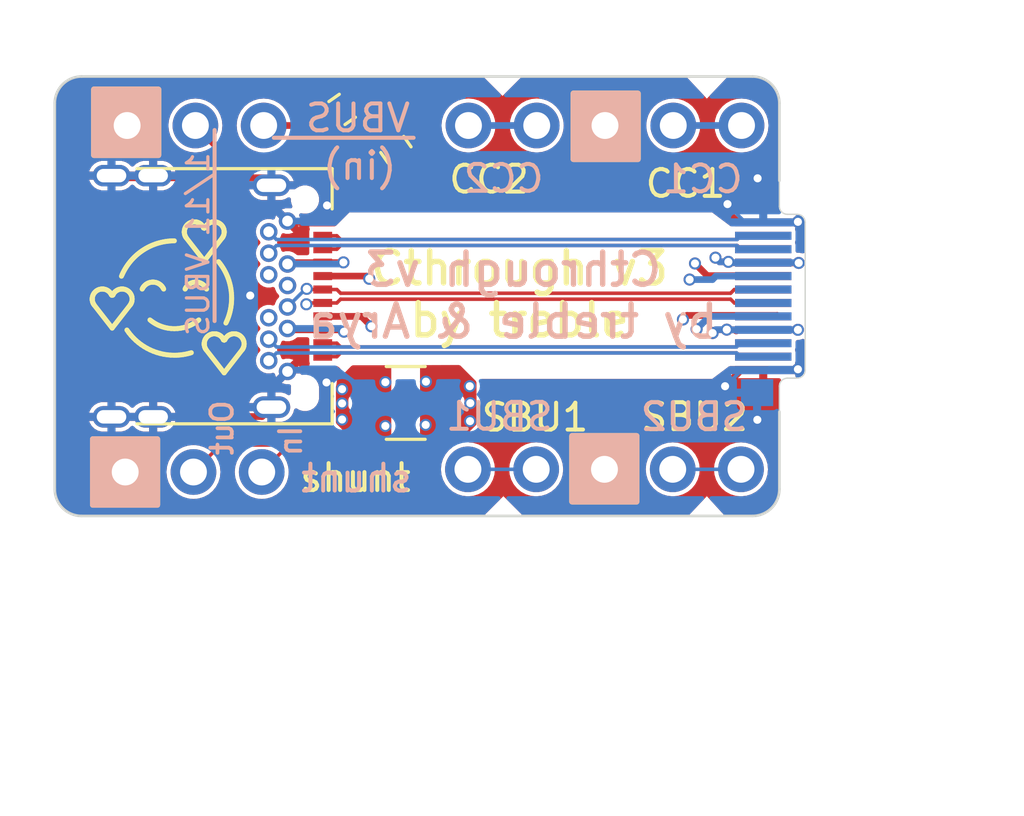
<source format=kicad_pcb>
(kicad_pcb (version 20240108) (generator "pcbnew") (generator_version "8.0")
  (layers (0 "F.Cu" signal) (1 "In1.Cu" signal) (2 "In2.Cu" signal) (3 "In3.Cu" signal) (4 "In4.Cu" signal) (31 "B.Cu" signal) (34 "B.Paste" user) (35 "F.Paste" user) (36 "B.SilkS" user "B.Silkscreen") (37 "F.SilkS" user "F.Silkscreen") (38 "B.Mask" user) (39 "F.Mask" user) (44 "Edge.Cuts" user))
  (net 0 "")
  (net 1 "/SBU1")
  (net 2 "/SBU2")
  (net 3 "/CC1")
  (net 4 "/CC2")
  (net 5 "GND")
  (net 6 "/TX1+")
  (net 7 "/TX1-")
  (net 8 "VBUS")
  (net 9 "/D+")
  (net 10 "/D-")
  (net 11 "/RX2-")
  (net 12 "/RX2+")
  (net 13 "/TX2+")
  (net 14 "/TX2-")
  (net 15 "/RX1-")
  (net 16 "/RX1+")
  (net 17 "Net-(J2-Pin_2)")
  (net 18 "Net-(J2-Pin_3)")
  (net 19 "/VBUS_IN")
  (net 20 "Net-(J7-Pin_2)")
  (footprint "USBCPASSTHRU.kicad_pcb:Shunt" (layer "F.Cu") (at 149.098 113.792 180)
    (property "Reference" "R1" (hide yes))
    (property "Value" "R_Shunt")
  )
  (footprint "Connector_PinHeader_2.54mm:PinHeader_1x03_P2.54mm_Vertical" (layer "F.Cu") (at 138.732 103.464 90)
    (property "Reference" "J7" (hide yes))
    (property "Value" "VBUS")
  )
  (footprint "Resistor_SMD:R_0603_1608Metric" (layer "F.Cu") (at 148.732 104.364 -55)
    (property "Reference" "R3" (hide yes))
    (property "Value" "10K")
  )
  (footprint "Connector_PinHeader_2.54mm:PinHeader_1x03_P2.54mm_Vertical" (layer "F.Cu") (at 138.66 116.364 90)
    (property "Reference" "J2" (hide yes))
    (property "Value" "Conn_01x03")
  )
  (footprint "Resistor_SMD:R_0603_1608Metric" (layer "F.Cu") (at 146.732 102.864 35)
    (property "Reference" "R2" (hide yes))
    (property "Value" "100K")
  )
  (footprint "Connector_USB:USB_C_Receptacle_Amphenol_12401548E4-2A" (layer "F.Cu") (at 140.99 109.82 -90)
    (property "Reference" "J1" (hide yes))
    (property "Value" "USB_C_Receptacle")
  )
  (footprint "Connector_PinHeader_2.54mm:PinHeader_1x05_P2.54mm_Vertical" (layer "F.Cu") (at 161.592 103.464 -90)
    (property "Reference" "J3" (hide yes))
    (property "Value" "Conn_01x05")
  )
  (footprint "cthruv2:USB_C_Plug_Molex_105444" (layer "F.Cu") (at 163 109.82 -90)
    (property "Reference" "P1" (hide yes))
    (property "Value" "USB_C_Plug")
    (fp_line (start -3.35 0) (end -4.3 0) (stroke (width 0.05)) (layer "Edge.Cuts"))
    (fp_line (start 3.35 0) (end 4.3 0) (stroke (width 0.05)) (layer "Edge.Cuts"))
    (fp_line (start -3.05 -0.66) (end -3.05 -0.3) (stroke (width 0.05)) (layer "Edge.Cuts"))
    (fp_line (start 3.05 -0.66) (end 3.05 -0.3) (stroke (width 0.05)) (layer "Edge.Cuts"))
    (fp_line (start -2.75 -0.96) (end 2.75 -0.96) (stroke (width 0.05)) (layer "Edge.Cuts"))
    (fp_arc (start 3.35 0) (mid 3.137868 -0.087868) (end 3.05 -0.3) (stroke (width 0.05)) (layer "Edge.Cuts"))
    (fp_arc (start -3.05 -0.3) (mid -3.137868 -0.087868) (end -3.35 0) (stroke (width 0.05)) (layer "Edge.Cuts"))
    (fp_arc (start -3.05 -0.66) (mid -2.962132 -0.872132) (end -2.75 -0.96) (stroke (width 0.05)) (layer "Edge.Cuts"))
    (fp_arc (start 2.75 -0.96) (mid 2.962132 -0.872132) (end 3.05 -0.66) (stroke (width 0.05)) (layer "Edge.Cuts"))
  )
  (footprint "Connector_PinHeader_2.54mm:PinHeader_1x05_P2.54mm_Vertical" (layer "F.Cu") (at 161.572 116.264 -90)
    (property "Reference" "J8" (hide yes))
    (property "Value" "Conn_01x05")
  )
  (gr_line (start 141.986 110.744) (end 141.986 103.632) (stroke (width 0.15)) (layer "B.SilkS"))
  (gr_line (start 149.39 103.92) (end 144.19 103.92) (stroke (width 0.15)) (layer "B.SilkS"))
  (gr_line (start 142.569517 111.244659) (end 142.55295 111.251784) (stroke (width 0.1)) (layer "F.SilkS"))
  (gr_line (start 137.914868 109.566454) (end 137.897501 109.561743) (stroke (width 0.1)) (layer "F.SilkS"))
  (gr_line (start 141.612283 111.49887) (end 141.608096 111.517015) (stroke (width 0.185208)) (layer "F.SilkS"))
  (gr_line (start 139.513729 109.331909) (end 139.495392 109.340569) (stroke (width 0.185208)) (layer "F.SilkS"))
  (gr_line (start 138.094645 109.683853) (end 138.082374 109.670019) (stroke (width 0.1)) (layer "F.SilkS"))
  (gr_line (start 141.607729 107.280618) (end 141.606186 107.280881) (stroke (width 0.185208)) (layer "F.SilkS"))
  (gr_line (start 141.092814 109.340569) (end 141.074965 109.350031) (stroke (width 0.185208)) (layer "F.SilkS"))
  (gr_line (start 141.107263 107.072914) (end 141.089485 107.079872) (stroke (width 0.1)) (layer "F.SilkS"))
  (gr_line (start 141.191043 110.845311) (end 141.136253 110.874631) (stroke (width 0.185208)) (layer "F.SilkS"))
  (gr_line (start 137.981504 109.593395) (end 137.965333 109.585467) (stroke (width 0.1)) (layer "F.SilkS"))
  (gr_line (start 137.808321 109.550659) (end 137.789021 109.551148) (stroke (width 0.185208)) (layer "F.SilkS"))
  (gr_line (start 142.29861 107.603276) (end 142.307267 107.58626) (stroke (width 0.1)) (layer "F.SilkS"))
  (gr_line (start 140.081728 109.533827) (end 140.071159 109.514201) (stroke (width 0.185208)) (layer "F.SilkS"))
  (gr_line (start 142.36145 111.442264) (end 142.360153 111.443151) (stroke (width 0.1)) (layer "F.SilkS"))
  (gr_line (start 138.145872 109.763121) (end 138.139867 109.751056) (stroke (width 0.185208)) (layer "F.SilkS"))
  (gr_line (start 142.382355 111.409527) (end 142.380128 111.41357) (stroke (width 0.1)) (layer "F.SilkS"))
  (gr_line (start 142.353082 111.446582) (end 142.351596 111.447062) (stroke (width 0.185208)) (layer "F.SilkS"))
  (gr_line (start 140.572067 112.015568) (end 140.490138 112.017115) (stroke (width 0.185208)) (layer "F.SilkS"))
  (gr_line (start 141.603126 107.281183) (end 141.60155 107.28122) (stroke (width 0.1)) (layer "F.SilkS"))
  (gr_line (start 142.054886 111.225803) (end 142.041938 111.223265) (stroke (width 0.185208)) (layer "F.SilkS"))
  (gr_line (start 143.050183 111.435746) (end 143.042257 111.419511) (stroke (width 0.1)) (layer "F.SilkS"))
  (gr_line (start 141.580587 107.273522) (end 141.579567 107.272623) (stroke (width 0.1)) (layer "F.SilkS"))
  (gr_line (start 138.610852 109.556655) (end 138.592919 109.55379) (stroke (width 0.185208)) (layer "F.SilkS"))
  (gr_line (start 138.158675 109.776992) (end 138.157513 109.776271) (stroke (width 0.1)) (layer "F.SilkS"))
  (gr_line (start 141.575077 107.26753) (end 141.574309 107.266402) (stroke (width 0.1)) (layer "F.SilkS"))
  (gr_line (start 138.146496 109.764347) (end 138.145872 109.763121) (stroke (width 0.185208)) (layer "F.SilkS"))
  (gr_line (start 143.023155 111.797744) (end 143.033231 111.781526) (stroke (width 0.185208)) (layer "F.SilkS"))
  (gr_line (start 142.388019 111.399589) (end 142.383669 111.407047) (stroke (width 0.185208)) (layer "F.SilkS"))
  (gr_line (start 141.60625 107.280881) (end 141.604694 107.281069) (stroke (width 0.1)) (layer "F.SilkS"))
  (gr_line (start 141.933251 107.052006) (end 141.91537 107.054154) (stroke (width 0.1)) (layer "F.SilkS"))
  (gr_line (start 138.153148 109.772926) (end 138.152167 109.771985) (stroke (width 0.185208)) (layer "F.SilkS"))
  (gr_line (start 141.586224 107.277353) (end 141.585029 107.27668) (stroke (width 0.1)) (layer "F.SilkS"))
  (gr_line (start 143.057308 111.452312) (end 143.050183 111.435746) (stroke (width 0.1)) (layer "F.SilkS"))
  (gr_line (start 138.901933 109.819438) (end 138.896436 109.802304) (stroke (width 0.1)) (layer "F.SilkS"))
  (gr_line (start 142.189201 108.602645) (end 142.241802 108.675222) (stroke (width 0.185208)) (layer "F.SilkS"))
  (gr_line (start 141.12055 111.92227) (end 141.045266 111.944045) (stroke (width 0.185208)) (layer "F.SilkS"))
  (gr_line (start 137.962154 109.583342) (end 137.950182 109.578212) (stroke (width 0.185208)) (layer "F.SilkS"))
  (gr_line (start 142.950927 111.30549) (end 142.936139 111.293704) (stroke (width 0.1)) (layer "F.SilkS"))
  (gr_line (start 141.323855 107.061431) (end 141.306268 107.057552) (stroke (width 0.1)) (layer "F.SilkS"))
  (gr_line (start 142.431438 110.764743) (end 142.406497 110.817863) (stroke (width 0.185208)) (layer "F.SilkS"))
  (gr_line (start 142.077398 107.06634) (end 142.059575 107.061411) (stroke (width 0.1)) (layer "F.SilkS"))
  (gr_line (start 141.352037 107.068893) (end 141.339529 107.06503) (stroke (width 0.185208)) (layer "F.SilkS"))
  (gr_line (start 143.073791 111.503683) (end 143.069119 111.486313) (stroke (width 0.1)) (layer "F.SilkS"))
  (gr_line (start 141.638659 107.247417) (end 141.634655 107.255071) (stroke (width 0.185208)) (layer "F.SilkS"))
  (gr_line (start 142.179871 111.278444) (end 142.164486 111.268974) (stroke (width 0.1)) (layer "F.SilkS"))
  (gr_line (start 138.194198 109.77538) (end 138.192901 109.776266) (stroke (width 0.185208)) (layer "F.SilkS"))
  (gr_line (start 143.084043 111.611031) (end 143.08449 111.592929) (stroke (width 0.1)) (layer "F.SilkS"))
  (gr_line (start 138.369531 109.592837) (end 138.353662 109.601557) (stroke (width 0.1)) (layer "F.SilkS"))
  (gr_line (start 141.596737 107.280867) (end 141.595155 107.28059) (stroke (width 0.185208)) (layer "F.SilkS"))
  (gr_line (start 142.568427 109.419105) (end 142.586766 109.510191) (stroke (width 0.185208)) (layer "F.SilkS"))
  (gr_line (start 137.965333 109.585467) (end 137.948816 109.578327) (stroke (width 0.1)) (layer "F.SilkS"))
  (gr_line (start 141.608096 111.517015) (end 141.604799 111.535484) (stroke (width 0.185208)) (layer "F.SilkS"))
  (gr_line (start 137.435081 109.962529) (end 137.437331 109.980778) (stroke (width 0.1)) (layer "F.SilkS"))
  (gr_line (start 142.0236 107.054281) (end 142.005513 107.052065) (stroke (width 0.1)) (layer "F.SilkS"))
  (gr_line (start 138.210765 109.750764) (end 138.208638 109.75486) (stroke (width 0.1)) (layer "F.SilkS"))
  (gr_line (start 138.165723 109.780106) (end 138.164166 109.779585) (stroke (width 0.1)) (layer "F.SilkS"))
  (gr_line (start 141.080519 110.901401) (end 141.023927 110.925622) (stroke (width 0.185208)) (layer "F.SilkS"))
  (gr_line (start 138.779118 109.634594) (end 138.763839 109.622807) (stroke (width 0.185208)) (layer "F.SilkS"))
  (gr_line (start 142.32981 111.445854) (end 142.328284 111.445164) (stroke (width 0.1)) (layer "F.SilkS"))
  (gr_line (start 140.490137 111.02888) (end 140.369315 111.023781) (stroke (width 0.185208)) (layer "F.SilkS"))
  (gr_line (start 142.367269 111.436881) (end 142.366204 111.438081) (stroke (width 0.1)) (layer "F.SilkS"))
  (gr_line (start 137.826145 109.551326) (end 137.807991 109.550884) (stroke (width 0.1)) (layer "F.SilkS"))
  (gr_line (start 138.911121 109.993738) (end 138.913986 109.975805) (stroke (width 0.185208)) (layer "F.SilkS"))
  (gr_line (start 137.613847 109.604966) (end 137.59863 109.614722) (stroke (width 0.185208)) (layer "F.SilkS"))
  (gr_line (start 138.152232 109.771994) (end 138.151291 109.771014) (stroke (width 0.1)) (layer "F.SilkS"))
  (gr_line (start 138.66052 108.796195) (end 138.70153 108.730325) (stroke (width 0.185208)) (layer "F.SilkS"))
  (gr_line (start 137.807991 109.550884) (end 137.789774 109.551328) (stroke (width 0.1)) (layer "F.SilkS"))
  (gr_line (start 141.577581 107.270701) (end 141.576681 107.269681) (stroke (width 0.185208)) (layer "F.SilkS"))
  (gr_line (start 142.129342 111.250217) (end 142.11737 111.245087) (stroke (width 0.185208)) (layer "F.SilkS"))
  (gr_line (start 142.339219 111.44825) (end 142.337635 111.448054) (stroke (width 0.1)) (layer "F.SilkS"))
  (gr_line (start 139.844022 110.874631) (end 139.789232 110.845311) (stroke (width 0.185208)) (layer "F.SilkS"))
  (gr_line (start 142.497573 110.60076) (end 142.477001 110.656168) (stroke (width 0.185208)) (layer "F.SilkS"))
  (gr_line (start 138.15861 109.776983) (end 138.157448 109.776262) (stroke (width 0.185208)) (layer "F.SilkS"))
  (gr_line (start 138.069191 109.656059) (end 138.059681 109.647133) (stroke (width 0.185208)) (layer "F.SilkS"))
  (gr_line (start 138.90086 109.815373) (end 138.895172 109.798259) (stroke (width 0.185208)) (layer "F.SilkS"))
  (gr_line (start 141.553913 107.229128) (end 141.543623 107.213262) (stroke (width 0.1)) (layer "F.SilkS"))
  (gr_line (start 141.697897 111.340423) (end 141.68611 111.354032) (stroke (width 0.185208)) (layer "F.SilkS"))
  (gr_line (start 139.107652 108.266923) (end 139.167307 108.217808) (stroke (width 0.185208)) (layer "F.SilkS"))
  (gr_line (start 137.735059 109.558089) (end 137.716905 109.56219) (stroke (width 0.1)) (layer "F.SilkS"))
  (gr_line (start 140.861412 107.389538) (end 140.860094 107.407597) (stroke (width 0.1)) (layer "F.SilkS"))
  (gr_line (start 141.620617 107.275077) (end 141.619319 107.275963) (stroke (width 0.1)) (layer "F.SilkS"))
  (gr_line (start 137.486647 110.118424) (end 137.491092 110.125662) (stroke (width 0.1)) (layer "F.SilkS"))
  (gr_line (start 141.61799 109.443228) (end 141.603445 109.427437) (stroke (width 0.185208)) (layer "F.SilkS"))
  (gr_line (start 138.768952 109.626829) (end 138.753441 109.6157) (stroke (width 0.1)) (layer "F.SilkS"))
  (gr_line (start 142.577364 110.313512) (end 142.564563 110.372242) (stroke (width 0.185208)) (layer "F.SilkS"))
  (gr_line (start 140.861619 107.463819) (end 140.863145 107.47651) (stroke (width 0.185208)) (layer "F.SilkS"))
  (gr_line (start 142.028863 111.221183) (end 142.015672 111.219562) (stroke (width 0.185208)) (layer "F.SilkS"))
  (gr_line (start 142.399779 111.381339) (end 142.389338 111.397565) (stroke (width 0.1)) (layer "F.SilkS"))
  (gr_line (start 142.190193 107.122495) (end 142.174337 107.111495) (stroke (width 0.185208)) (layer "F.SilkS"))
  (gr_line (start 142.444311 111.327293) (end 142.431307 111.341025) (stroke (width 0.185208)) (layer "F.SilkS"))
  (gr_line (start 141.054729 107.096617) (end 141.038208 107.106183) (stroke (width 0.1)) (layer "F.SilkS"))
  (gr_line (start 138.239921 109.703938) (end 138.234899 109.710968) (stroke (width 0.185208)) (layer "F.SilkS"))
  (gr_line (start 141.918392 111.221858) (end 141.899923 111.225157) (stroke (width 0.185208)) (layer "F.SilkS"))
  (gr_line (start 141.59522 107.28059) (end 141.593644 107.280233) (stroke (width 0.1)) (layer "F.SilkS"))
  (gr_line (start 138.203772 109.764619) (end 138.202941 109.766052) (stroke (width 0.1)) (layer "F.SilkS"))
  (gr_line (start 141.661168 111.388246) (end 141.651698 111.403631) (stroke (width 0.1)) (layer "F.SilkS"))
  (gr_line (start 142.141571 107.092264) (end 142.124726 107.084022) (stroke (width 0.185208)) (layer "F.SilkS"))
  (gr_line (start 141.601591 108.505325) (end 142.267517 107.651699) (stroke (width 0.1)) (layer "F.SilkS"))
  (gr_line (start 138.901253 110.034152) (end 138.906183 110.016329) (stroke (width 0.1)) (layer "F.SilkS"))
  (gr_line (start 142.148692 111.26027) (end 142.13252 111.252342) (stroke (width 0.1)) (layer "F.SilkS"))
  (gr_line (start 138.148658 109.767833) (end 138.14789 109.766705) (stroke (width 0.185208)) (layer "F.SilkS"))
  (gr_line (start 138.232592 109.714464) (end 138.222151 109.73069) (stroke (width 0.1)) (layer "F.SilkS"))
  (gr_line (start 142.336796 107.354068) (end 142.332958 107.336496) (stroke (width 0.1)) (layer "F.SilkS"))
  (gr_line (start 143.050629 111.748133) (end 143.057962 111.731025) (stroke (width 0.185208)) (layer "F.SilkS"))
  (gr_line (start 138.267917 109.670108) (end 138.255508 109.684165) (stroke (width 0.1)) (layer "F.SilkS"))
  (gr_line (start 142.236693 111.323761) (end 142.223258 111.311338) (stroke (width 0.1)) (layer "F.SilkS"))
  (gr_line (start 141.576746 107.269681) (end 141.575889 107.268624) (stroke (width 0.1)) (layer "F.SilkS"))
  (gr_line (start 140.96557 109.436849) (end 140.952433 109.451922) (stroke (width 0.185208)) (layer "F.SilkS"))
  (gr_line (start 140.867481 107.501661) (end 140.870286 107.514099) (stroke (width 0.185208)) (layer "F.SilkS"))
  (gr_line (start 138.19163 109.777097) (end 138.190259 109.777851) (stroke (width 0.1)) (layer "F.SilkS"))
  (gr_line (start 137.487725 110.120295) (end 137.50921 110.151984) (stroke (width 0.185208)) (layer "F.SilkS"))
  (gr_line (start 141.911433 107.054553) (end 141.893727 107.057729) (stroke (width 0.185208)) (layer "F.SilkS"))
  (gr_line (start 141.302072 109.29431) (end 141.280797 109.294171) (stroke (width 0.185208)) (layer "F.SilkS"))
  (gr_line (start 141.008897 109.395456) (end 140.993825 109.408593) (stroke (width 0.185208)) (layer "F.SilkS"))
  (gr_line (start 138.117269 109.713574) (end 138.106288 109.698375) (stroke (width 0.1)) (layer "F.SilkS"))
  (gr_line (start 142.52035 109.241364) (end 142.546259 109.329466) (stroke (width 0.185208)) (layer "F.SilkS"))
  (gr_line (start 139.72582 109.29548) (end 139.70465 109.29431) (stroke (width 0.185208)) (layer "F.SilkS"))
  (gr_line (start 142.760106 111.220665) (end 142.742106 111.218678) (stroke (width 0.185208)) (layer "F.SilkS"))
  (gr_line (start 141.575889 107.268624) (end 141.575077 107.26753) (stroke (width 0.1)) (layer "F.SilkS"))
  (gr_line (start 142.91517 111.278683) (end 142.898952 111.268607) (stroke (width 0.185208)) (layer "F.SilkS"))
  (gr_line (start 138.349873 109.603581) (end 138.334402 109.613355) (stroke (width 0.185208)) (layer "F.SilkS"))
  (gr_line (start 140.130416 110.982988) (end 140.071764 110.966416) (stroke (width 0.185208)) (layer "F.SilkS"))
  (gr_line (start 142.55295 111.251784) (end 142.536716 111.25971) (stroke (width 0.1)) (layer "F.SilkS"))
  (gr_line (start 143.00835 111.818887) (end 143.029834 111.787197) (stroke (width 0.1)) (layer "F.SilkS"))
  (gr_line (start 143.084273 111.606647) (end 143.084519 111.588614) (stroke (width 0.185208)) (layer "F.SilkS"))
  (gr_line (start 142.350154 111.44747) (end 142.348627 111.447805) (stroke (width 0.1)) (layer "F.SilkS"))
  (gr_line (start 140.071764 110.966416) (end 140.013713 110.947294) (stroke (width 0.185208)) (layer "F.SilkS"))
  (gr_line (start 141.055906 107.095622) (end 141.040201 107.104654) (stroke (width 0.185208)) (layer "F.SilkS"))
  (gr_line (start 141.6007 111.605447) (end 141.601359 111.618253) (stroke (width 0.185208)) (layer "F.SilkS"))
  (gr_line (start 137.938022 109.573498) (end 137.925683 109.569206) (stroke (width 0.185208)) (layer "F.SilkS"))
  (gr_line (start 138.913986 109.975805) (end 138.915973 109.957805) (stroke (width 0.185208)) (layer "F.SilkS"))
  (gr_line (start 142.501589 111.28023) (end 142.486546 111.290805) (stroke (width 0.185208)) (layer "F.SilkS"))
  (gr_line (start 142.261833 111.350728) (end 142.249562 111.336894) (stroke (width 0.1)) (layer "F.SilkS"))
  (gr_line (start 138.15987 109.777665) (end 138.158675 109.776992) (stroke (width 0.1)) (layer "F.SilkS"))
  (gr_line (start 142.282322 107.630556) (end 142.292398 107.614338) (stroke (width 0.185208)) (layer "F.SilkS"))
  (gr_line (start 140.086943 111.979005) (end 139.957843 111.950061) (stroke (width 0.185208)) (layer "F.SilkS"))
  (gr_line (start 138.150327 109.769985) (end 138.14947 109.768927) (stroke (width 0.185208)) (layer "F.SilkS"))
  (gr_line (start 137.491092 110.125662) (end 137.495701 110.132797) (stroke (width 0.1)) (layer "F.SilkS"))
  (gr_line (start 142.333726 107.511259) (end 142.337474 107.493425) (stroke (width 0.185208)) (layer "F.SilkS"))
  (gr_line (start 141.482425 107.144151) (end 141.468455 107.132449) (stroke (width 0.1)) (layer "F.SilkS"))
  (gr_line (start 140.860094 107.407597) (end 140.859651 107.425751) (stroke (width 0.1)) (layer "F.SilkS"))
  (gr_line (start 141.645439 111.77053) (end 141.649553 111.777963) (stroke (width 0.1)) (layer "F.SilkS"))
  (gr_line (start 140.917446 107.625349) (end 140.922055 107.632485) (stroke (width 0.1)) (layer "F.SilkS"))
  (gr_line (start 141.274838 107.052374) (end 141.261542 107.051222) (stroke (width 0.185208)) (layer "F.SilkS"))
  (gr_line (start 142.960814 111.313881) (end 142.946305 111.301469) (stroke (width 0.185208)) (layer "F.SilkS"))
  (gr_line (start 143.081173 111.642679) (end 143.083159 111.62468) (stroke (width 0.185208)) (layer "F.SilkS"))
  (gr_line (start 141.628401 107.267116) (end 141.627447 107.268434) (stroke (width 0.1)) (layer "F.SilkS"))
  (gr_line (start 138.192901 109.776266) (end 138.191565 109.777088) (stroke (width 0.185208)) (layer "F.SilkS"))
  (gr_line (start 141.508728 107.169707) (end 141.495859 107.156573) (stroke (width 0.1)) (layer "F.SilkS"))
  (gr_line (start 137.434171 109.951378) (end 137.435265 109.964132) (stroke (width 0.185208)) (layer "F.SilkS"))
  (gr_line (start 141.364376 107.073186) (end 141.352037 107.068893) (stroke (width 0.185208)) (layer "F.SilkS"))
  (gr_line (start 139.049838 108.31813) (end 139.107652 108.266923) (stroke (width 0.185208)) (layer "F.SilkS"))
  (gr_line (start 138.485079 109.554866) (end 138.467373 109.558042) (stroke (width 0.185208)) (layer "F.SilkS"))
  (gr_line (start 143.078308 111.660613) (end 143.081173 111.642679) (stroke (width 0.185208)) (layer "F.SilkS"))
  (gr_line (start 140.914079 107.619983) (end 140.935563 107.651672) (stroke (width 0.185208)) (layer "F.SilkS"))
  (gr_line (start 141.504751 107.165019) (end 141.495545 107.155749) (stroke (width 0.185208)) (layer "F.SilkS"))
  (gr_line (start 141.586159 107.277353) (end 141.584964 107.27668) (stroke (width 0.185208)) (layer "F.SilkS"))
  (gr_line (start 141.764541 107.11075) (end 141.749499 107.121034) (stroke (width 0.1)) (layer "F.SilkS"))
  (gr_line (start 141.323242 109.29548) (end 141.302072 109.29431) (stroke (width 0.185208)) (layer "F.SilkS"))
  (gr_line (start 137.569759 109.636314) (end 137.556151 109.648103) (stroke (width 0.185208)) (layer "F.SilkS"))
  (gr_line (start 142.314422 111.432426) (end 142.313749 111.431231) (stroke (width 0.1)) (layer "F.SilkS"))
  (gr_line (start 141.86398 111.234401) (end 141.846554 111.240298) (stroke (width 0.185208)) (layer "F.SilkS"))
  (gr_line (start 141.495859 107.156573) (end 141.482425 107.144151) (stroke (width 0.1)) (layer "F.SilkS"))
  (gr_line (start 138.196668 109.773414) (end 138.195455 109.774428) (stroke (width 0.185208)) (layer "F.SilkS"))
  (gr_line (start 138.167226 109.780536) (end 138.165658 109.780097) (stroke (width 0.185208)) (layer "F.SilkS"))
  (gr_line (start 138.151291 109.771014) (end 138.150392 109.769994) (stroke (width 0.1)) (layer "F.SilkS"))
  (gr_line (start 142.175132 111.274763) (end 142.16402 111.268036) (stroke (width 0.185208)) (layer "F.SilkS"))
  (gr_line (start 138.720482 109.59565) (end 138.703466 109.586994) (stroke (width 0.1)) (layer "F.SilkS"))
  (gr_line (start 142.407108 111.370812) (end 142.402086 111.377842) (stroke (width 0.185208)) (layer "F.SilkS"))
  (gr_line (start 138.747983 109.611808) (end 138.731765 109.601732) (stroke (width 0.185208)) (layer "F.SilkS"))
  (gr_line (start 142.041632 107.057394) (end 142.0236 107.054281) (stroke (width 0.1)) (layer "F.SilkS"))
  (gr_line (start 138.915973 109.957805) (end 138.917086 109.939772) (stroke (width 0.185208)) (layer "F.SilkS"))
  (gr_line (start 140.870286 107.514099) (end 140.873511 107.52643) (stroke (width 0.185208)) (layer "F.SilkS"))
  (gr_line (start 140.249179 111.008484) (end 140.189583 110.997011) (stroke (width 0.185208)) (layer "F.SilkS"))
  (gr_line (start 141.600967 111.5733) (end 141.60048 111.592599) (stroke (width 0.185208)) (layer "F.SilkS"))
  (gr_line (start 141.658279 111.792537) (end 141.662888 111.799672) (stroke (width 0.1)) (layer "F.SilkS"))
  (gr_line (start 141.637118 107.250452) (end 141.634992 107.254548) (stroke (width 0.1)) (layer "F.SilkS"))
  (gr_line (start 142.141114 111.255757) (end 142.129342 111.250217) (stroke (width 0.185208)) (layer "F.SilkS"))
  (gr_line (start 142.710133 111.217477) (end 142.692072 111.217903) (stroke (width 0.1)) (layer "F.SilkS"))
  (gr_line (start 137.43378 109.906425) (end 137.433293 109.925725) (stroke (width 0.185208)) (layer "F.SilkS"))
  (gr_line (start 138.199017 109.771206) (end 138.197899 109.772345) (stroke (width 0.1)) (layer "F.SilkS"))
  (gr_line (start 138.574919 109.551804) (end 138.556886 109.55069) (stroke (width 0.185208)) (layer "F.SilkS"))
  (gr_line (start 140.005766 107.812643) (end 140.084104 107.79598) (stroke (width 0.185208)) (layer "F.SilkS"))
  (gr_line (start 140.90872 107.610776) (end 140.913001 107.618112) (stroke (width 0.1)) (layer "F.SilkS"))
  (gr_line (start 142.224151 107.150712) (end 142.210094 107.138303) (stroke (width 0.1)) (layer "F.SilkS"))
  (gr_line (start 141.576681 107.269681) (end 141.575825 107.268624) (stroke (width 0.185208)) (layer "F.SilkS"))
  (gr_line (start 143.062358 111.465133) (end 143.055843 111.448282) (stroke (width 0.185208)) (layer "F.SilkS"))
  (gr_line (start 141.445169 107.114686) (end 141.434298 107.107576) (stroke (width 0.185208)) (layer "F.SilkS"))
  (gr_line (start 137.71459 109.562471) (end 137.696793 109.567526) (stroke (width 0.185208)) (layer "F.SilkS"))
  (gr_line (start 139.309585 109.517992) (end 139.300121 109.535841) (stroke (width 0.185208)) (layer "F.SilkS"))
  (gr_line (start 140.91725 109.500653) (end 140.907007 109.517992) (stroke (width 0.185208)) (layer "F.SilkS"))
  (gr_line (start 141.733451 111.306284) (end 141.719618 111.318555) (stroke (width 0.1)) (layer "F.SilkS"))
  (gr_line (start 142.853385 111.246154) (end 142.835901 111.239377) (stroke (width 0.1)) (layer "F.SilkS"))
  (gr_line (start 138.056071 109.644463) (end 138.042101 109.632762) (stroke (width 0.1)) (layer "F.SilkS"))
  (gr_line (start 138.8752 110.098103) (end 138.883442 110.081258) (stroke (width 0.185208)) (layer "F.SilkS"))
  (gr_line (start 137.433739 109.94428) (end 137.435081 109.962529) (stroke (width 0.1)) (layer "F.SilkS"))
  (gr_line (start 143.013746 111.373127) (end 143.002691 111.358547) (stroke (width 0.1)) (layer "F.SilkS"))
  (gr_line (start 142.337846 108.827049) (end 142.381109 108.906121) (stroke (width 0.185208)) (layer "F.SilkS"))
  (gr_line (start 141.736947 111.303189) (end 141.723339 111.314978) (stroke (width 0.185208)) (layer "F.SilkS"))
  (gr_line (start 140.875997 107.534898) (end 140.881992 107.552833) (stroke (width 0.1)) (layer "F.SilkS"))
  (gr_line (start 138.906604 109.836808) (end 138.901933 109.819438) (stroke (width 0.1)) (layer "F.SilkS"))
  (gr_line (start 140.907007 109.517992) (end 140.897543 109.535841) (stroke (width 0.185208)) (layer "F.SilkS"))
  (gr_line (start 142.273475 111.36525) (end 142.261833 111.350728) (stroke (width 0.1)) (layer "F.SilkS"))
  (gr_line (start 140.875223 107.318874) (end 140.870512 107.336241) (stroke (width 0.1)) (layer "F.SilkS"))
  (gr_line (start 143.024031 111.38817) (end 143.013746 111.373127) (stroke (width 0.1)) (layer "F.SilkS"))
  (gr_line (start 142.301554 107.59779) (end 142.309796 107.580946) (stroke (width 0.185208)) (layer "F.SilkS"))
  (gr_line (start 139.590096 111.818165) (end 139.474902 111.76005) (stroke (width 0.185208)) (layer "F.SilkS"))
  (gr_line (start 139.555539 109.315805) (end 139.534541 109.323285) (stroke (width 0.185208)) (layer "F.SilkS"))
  (gr_line (start 142.36828 111.435622) (end 142.367269 111.436881) (stroke (width 0.1)) (layer "F.SilkS"))
  (gr_line (start 137.543127 109.660522) (end 137.530709 109.673548) (stroke (width 0.185208)) (layer "F.SilkS"))
  (gr_line (start 141.993332 111.218201) (end 141.975179 111.217759) (stroke (width 0.1)) (layer "F.SilkS"))
  (gr_line (start 138.415373 109.572605) (end 138.398521 109.579121) (stroke (width 0.185208)) (layer "F.SilkS"))
  (gr_line (start 141.603445 109.427437) (end 141.588214 109.412456) (stroke (width 0.185208)) (layer "F.SilkS"))
  (gr_line (start 141.62923 107.26574) (end 141.628336 107.267116) (stroke (width 0.185208)) (layer "F.SilkS"))
  (gr_line (start 141.622825 111.72002) (end 141.629783 111.737798) (stroke (width 0.1)) (layer "F.SilkS"))
  (gr_line (start 137.497334 109.716031) (end 137.487579 109.731248) (stroke (width 0.185208)) (layer "F.SilkS"))
  (gr_line (start 142.931026 111.289682) (end 142.91517 111.278683) (stroke (width 0.185208)) (layer "F.SilkS"))
  (gr_line (start 143.068047 111.482248) (end 143.062358 111.465133) (stroke (width 0.185208)) (layer "F.SilkS"))
  (gr_line (start 141.391687 107.085155) (end 141.37517 107.078015) (stroke (width 0.1)) (layer "F.SilkS"))
  (gr_line (start 138.966112 111.375109) (end 138.87962 111.281078) (stroke (width 0.185208)) (layer "F.SilkS"))
  (gr_line (start 141.140944 107.062159) (end 141.123147 107.067214) (stroke (width 0.185208)) (layer "F.SilkS"))
  (gr_line (start 137.459323 110.062996) (end 137.464199 110.074797) (stroke (width 0.185208)) (layer "F.SilkS"))
  (gr_line (start 142.217066 111.305435) (end 142.20698 111.297216) (stroke (width 0.185208)) (layer "F.SilkS"))
  (gr_line (start 137.973927 109.588881) (end 137.962154 109.583342) (stroke (width 0.185208)) (layer "F.SilkS"))
  (gr_line (start 141.179631 107.054607) (end 141.161414 107.057777) (stroke (width 0.1)) (layer "F.SilkS"))
  (gr_line (start 141.538332 107.2054) (end 141.530444 107.194822) (stroke (width 0.185208)) (layer "F.SilkS"))
  (gr_line (start 141.588912 107.278667) (end 141.587386 107.277977) (stroke (width 0.185208)) (layer "F.SilkS"))
  (gr_line (start 139.495392 109.340569) (end 139.477543 109.350031) (stroke (width 0.185208)) (layer "F.SilkS"))
  (gr_line (start 138.14717 109.765542) (end 138.146496 109.764347) (stroke (width 0.185208)) (layer "F.SilkS"))
  (gr_line (start 141.899923 111.225157) (end 141.881778 111.229346) (stroke (width 0.185208)) (layer "F.SilkS"))
  (gr_line (start 141.654767 111.398123) (end 141.645737 111.413829) (stroke (width 0.185208)) (layer "F.SilkS"))
  (gr_line (start 140.913001 107.618112) (end 140.917446 107.625349) (stroke (width 0.1)) (layer "F.SilkS"))
  (gr_line (start 140.047454 109.47718) (end 140.034391 109.459813) (stroke (width 0.185208)) (layer "F.SilkS"))
  (gr_line (start 141.238075 109.297048) (end 141.2167 109.300091) (stroke (width 0.185208)) (layer "F.SilkS"))
  (gr_line (start 139.956348 110.925622) (end 139.899756 110.901401) (stroke (width 0.185208)) (layer "F.SilkS"))
  (gr_line (start 142.795873 111.227279) (end 142.778039 111.22353) (stroke (width 0.185208)) (layer "F.SilkS"))
  (gr_line (start 143.012156 111.813599) (end 143.023155 111.797744) (stroke (width 0.185208)) (layer "F.SilkS"))
  (gr_line (start 138.912911 109.867965) (end 138.909735 109.850259) (stroke (width 0.185208)) (layer "F.SilkS"))
  (gr_line (start 138.182902 109.780585) (end 138.181375 109.780921) (stroke (width 0.185208)) (layer "F.SilkS"))
  (gr_line (start 141.216128 107.051015) (end 141.19788 107.052357) (stroke (width 0.1)) (layer "F.SilkS"))
  (gr_line (start 141.703477 107.160105) (end 141.690474 107.173837) (stroke (width 0.185208)) (layer "F.SilkS"))
  (gr_line (start 141.34427 109.29767) (end 141.323242 109.29548) (stroke (width 0.185208)) (layer "F.SilkS"))
  (gr_line (start 141.634992 107.254548) (end 141.632916 107.25867) (stroke (width 0.1)) (layer "F.SilkS"))
  (gr_line (start 139.703902 107.907141) (end 139.77753 107.879455) (stroke (width 0.185208)) (layer "F.SilkS"))
  (gr_line (start 138.16729 109.780545) (end 138.165723 109.780106) (stroke (width 0.1)) (layer "F.SilkS"))
  (gr_line (start 141.604799 111.535484) (end 141.602415 111.554254) (stroke (width 0.185208)) (layer "F.SilkS"))
  (gr_line (start 142.471963 111.302178) (end 142.457874 111.314342) (stroke (width 0.185208)) (layer "F.SilkS"))
  (gr_line (start 142.397229 111.384984) (end 142.39254 111.392234) (stroke (width 0.185208)) (layer "F.SilkS"))
  (gr_line (start 141.60932 107.280282) (end 141.607794 107.280618) (stroke (width 0.1)) (layer "F.SilkS"))
  (gr_line (start 142.813575 111.231916) (end 142.795873 111.227279) (stroke (width 0.185208)) (layer "F.SilkS"))
  (gr_line (start 138.156319 109.775495) (end 138.155225 109.774682) (stroke (width 0.185208)) (layer "F.SilkS"))
  (gr_line (start 143.021609 111.384163) (end 143.011033 111.36912) (stroke (width 0.185208)) (layer "F.SilkS"))
  (gr_line (start 137.435227 109.887379) (end 137.43378 109.906425) (stroke (width 0.185208)) (layer "F.SilkS"))
  (gr_line (start 142.418895 111.355533) (end 142.407108 111.370812) (stroke (width 0.185208)) (layer "F.SilkS"))
  (gr_line (start 142.377952 111.417639) (end 142.375825 111.421735) (stroke (width 0.1)) (layer "F.SilkS"))
  (gr_line (start 141.629783 111.737798) (end 141.637716 111.755388) (stroke (width 0.1)) (layer "F.SilkS"))
  (gr_line (start 142.321525 107.297946) (end 142.315009 107.281094) (stroke (width 0.185208)) (layer "F.SilkS"))
  (gr_line (start 141.538765 109.372505) (end 141.521152 109.360899) (stroke (width 0.185208)) (layer "F.SilkS"))
  (gr_line (start 138.895404 110.051821) (end 138.901253 110.034152) (stroke (width 0.1)) (layer "F.SilkS"))
  (gr_line (start 142.307671 107.264538) (end 142.299516 107.248311) (stroke (width 0.185208)) (layer "F.SilkS"))
  (gr_line (start 141.617919 107.276784) (end 141.616548 107.277539) (stroke (width 0.185208)) (layer "F.SilkS"))
  (gr_line (start 137.464199 110.074797) (end 137.46948 110.086438) (stroke (width 0.185208)) (layer "F.SilkS"))
  (gr_line (start 142.286697 111.383476) (end 142.279165 111.372587) (stroke (width 0.185208)) (layer "F.SilkS"))
  (gr_line (start 137.49398 109.721371) (end 137.48451 109.736756) (stroke (width 0.1)) (layer "F.SilkS"))
  (gr_line (start 142.072742 107.064729) (end 142.05504 107.060091) (stroke (width 0.185208)) (layer "F.SilkS"))
  (gr_line (start 141.426238 109.316332) (end 141.40614 109.310208) (stroke (width 0.185208)) (layer "F.SilkS"))
  (gr_line (start 143.084519 111.588614) (end 143.083901 111.570613) (stroke (width 0.185208)) (layer "F.SilkS"))
  (gr_line (start 138.334402 109.613355) (end 138.319359 109.623931) (stroke (width 0.185208)) (layer "F.SilkS"))
  (gr_line (start 137.475164 110.097908) (end 137.481246 110.109198) (stroke (width 0.185208)) (layer "F.SilkS"))
  (gr_line (start 142.362707 111.441313) (end 142.36145 111.442264) (stroke (width 0.1)) (layer "F.SilkS"))
  (gr_line (start 141.617336 111.481073) (end 141.612283 111.49887) (stroke (width 0.185208)) (layer "F.SilkS"))
  (gr_line (start 142.601186 109.602636) (end 142.611597 109.696348) (stroke (width 0.185208)) (layer "F.SilkS"))
  (gr_line (start 137.680909 109.573226) (end 137.663131 109.580185) (stroke (width 0.1)) (layer "F.SilkS"))
  (gr_line (start 139.631383 110.742053) (end 139.581228 110.702534) (stroke (width 0.185208)) (layer "F.SilkS"))
  (gr_line (start 142.634561 111.224917) (end 142.617019 111.228935) (stroke (width 0.185208)) (layer "F.SilkS"))
  (gr_line (start 141.92927 107.052225) (end 141.911433 107.054553) (stroke (width 0.185208)) (layer "F.SilkS"))
  (gr_line (start 141.602452 111.631007) (end 141.603978 111.643698) (stroke (width 0.185208)) (layer "F.SilkS"))
  (gr_line (start 137.437331 109.980778) (end 137.440501 109.998995) (stroke (width 0.1)) (layer "F.SilkS"))
  (gr_line (start 138.170383 109.78117) (end 138.168801 109.780893) (stroke (width 0.185208)) (layer "F.SilkS"))
  (gr_line (start 138.913312 109.980354) (end 138.915529 109.962267) (stroke (width 0.1)) (layer "F.SilkS"))
  (gr_line (start 137.440909 109.85014) (end 137.437611 109.868609) (stroke (width 0.185208)) (layer "F.SilkS"))
  (gr_line (start 137.59863 109.614722) (end 137.583927 109.62518) (stroke (width 0.185208)) (layer "F.SilkS"))
  (gr_line (start 141.828683 107.077472) (end 141.812117 107.084597) (stroke (width 0.1)) (layer "F.SilkS"))
  (gr_line (start 137.879914 109.557864) (end 137.862138 109.554828) (stroke (width 0.1)) (layer "F.SilkS"))
  (gr_line (start 141.071896 107.087805) (end 141.054729 107.096617) (stroke (width 0.1)) (layer "F.SilkS"))
  (gr_line (start 137.460738 109.785239) (end 137.454397 109.802071) (stroke (width 0.1)) (layer "F.SilkS"))
  (gr_line (start 140.9076 107.608885) (end 140.914079 107.619983) (stroke (width 0.185208)) (layer "F.SilkS"))
  (gr_line (start 141.749499 107.121034) (end 141.734918 107.132089) (stroke (width 0.1)) (layer "F.SilkS"))
  (gr_line (start 142.179795 107.115387) (end 142.163568 107.104946) (stroke (width 0.1)) (layer "F.SilkS"))
  (gr_line (start 137.447157 110.026743) (end 137.450799 110.038958) (stroke (width 0.185208)) (layer "F.SilkS"))
  (gr_line (start 142.38696 111.401524) (end 142.384632 111.405512) (stroke (width 0.1)) (layer "F.SilkS"))
  (gr_line (start 142.616469 110.011484) (end 142.612049 110.072925) (stroke (width 0.185208)) (layer "F.SilkS"))
  (gr_line (start 142.477001 110.656168) (end 142.454948 110.710837) (stroke (width 0.185208)) (layer "F.SilkS"))
  (gr_line (start 138.48902 109.55447) (end 138.471277 109.557467) (stroke (width 0.1)) (layer "F.SilkS"))
  (gr_line (start 141.751114 111.292055) (end 141.736947 111.303189) (stroke (width 0.185208)) (layer "F.SilkS"))
  (gr_line (start 138.793627 109.647006) (end 138.779118 109.634594) (stroke (width 0.185208)) (layer "F.SilkS"))
  (gr_line (start 141.642351 111.764783) (end 141.648434 111.776073) (stroke (width 0.185208)) (layer "F.SilkS"))
  (gr_line (start 142.549152 111.253333) (end 142.532925 111.261488) (stroke (width 0.185208)) (layer "F.SilkS"))
  (gr_line (start 138.139867 109.751056) (end 138.133465 109.739276) (stroke (width 0.185208)) (layer "F.SilkS"))
  (gr_line (start 137.948816 109.578327) (end 137.931983 109.571986) (stroke (width 0.1)) (layer "F.SilkS"))
  (gr_line (start 140.913933 107.230936) (end 140.904904 107.246642) (stroke (width 0.185208)) (layer "F.SilkS"))
  (gr_line (start 143.076921 111.517134) (end 143.072903 111.499593) (stroke (width 0.185208)) (layer "F.SilkS"))
  (gr_line (start 142.345527 111.448257) (end 142.34396 111.44837) (stroke (width 0.1)) (layer "F.SilkS"))
  (gr_line (start 142.011392 111.21952) (end 141.993332 111.218201) (stroke (width 0.1)) (layer "F.SilkS"))
  (gr_line (start 142.34396 111.44837) (end 142.342384 111.448407) (stroke (width 0.1)) (layer "F.SilkS"))
  (gr_line (start 141.682361 111.358829) (end 141.671392 111.373301) (stroke (width 0.1)) (layer "F.SilkS"))
  (gr_line (start 143.033231 111.781526) (end 143.042387 111.764978) (stroke (width 0.185208)) (layer "F.SilkS"))
  (gr_line (start 141.61683 111.702085) (end 141.622825 111.72002) (stroke (width 0.1)) (layer "F.SilkS"))
  (gr_line (start 141.614344 111.693618) (end 141.617986 111.705833) (stroke (width 0.185208)) (layer "F.SilkS"))
  (gr_line (start 139.477543 109.350031) (end 139.460204 109.360274) (stroke (width 0.185208)) (layer "F.SilkS"))
  (gr_line (start 137.433513 109.938572) (end 137.434171 109.951378) (stroke (width 0.185208)) (layer "F.SilkS"))
  (gr_line (start 142.336054 111.447778) (end 142.334478 111.44742) (stroke (width 0.1)) (layer "F.SilkS"))
  (gr_line (start 140.889112 107.279427) (end 140.882398 107.296459) (stroke (width 0.185208)) (layer "F.SilkS"))
  (gr_line (start 142.342384 111.448407) (end 142.340803 111.448368) (stroke (width 0.1)) (layer "F.SilkS"))
  (gr_line (start 141.619255 107.275963) (end 141.617919 107.276784) (stroke (width 0.185208)) (layer "F.SilkS"))
  (gr_line (start 141.626372 107.269694) (end 141.625306 107.270894) (stroke (width 0.185208)) (layer "F.SilkS"))
  (gr_line (start 141.987402 107.050737) (end 141.9693 107.05029) (stroke (width 0.1)) (layer "F.SilkS"))
  (gr_line (start 141.423186 107.100849) (end 141.411844 107.094511) (stroke (width 0.185208)) (layer "F.SilkS"))
  (gr_line (start 141.603062 107.281183) (end 141.601486 107.28122) (stroke (width 0.185208)) (layer "F.SilkS"))
  (gr_line (start 142.367204 111.436881) (end 142.366139 111.438081) (stroke (width 0.185208)) (layer "F.SilkS"))
  (gr_line (start 141.143259 107.061877) (end 141.125198 107.066919) (stroke (width 0.1)) (layer "F.SilkS"))
  (gr_line (start 142.369234 111.434303) (end 142.36828 111.435622) (stroke (width 0.1)) (layer "F.SilkS"))
  (gr_line (start 142.304313 111.412838) (end 142.294746 111.396316) (stroke (width 0.1)) (layer "F.SilkS"))
  (gr_line (start 142.133667 108.532411) (end 142.189201 108.602645) (stroke (width 0.185208)) (layer "F.SilkS"))
  (gr_line (start 141.920464 111.221794) (end 141.902247 111.224964) (stroke (width 0.1)) (layer "F.SilkS"))
  (gr_line (start 142.16402 111.268036) (end 142.152677 111.261698) (stroke (width 0.185208)) (layer "F.SilkS"))
  (gr_line (start 141.59358 107.280233) (end 141.592012 107.279794) (stroke (width 0.185208)) (layer "F.SilkS"))
  (gr_line (start 142.329745 111.445854) (end 142.328219 111.445164) (stroke (width 0.185208)) (layer "F.SilkS"))
  (gr_line (start 137.925683 109.569206) (end 137.913175 109.565342) (stroke (width 0.185208)) (layer "F.SilkS"))
  (gr_line (start 141.988984 111.217731) (end 141.975508 111.217534) (stroke (width 0.185208)) (layer "F.SilkS"))
  (gr_line (start 142.990874 111.34446) (end 142.978302 111.3309) (stroke (width 0.1)) (layer "F.SilkS"))
  (gr_line (start 138.26412 109.67415) (end 138.251708 109.688658) (stroke (width 0.185208)) (layer "F.SilkS"))
  (gr_line (start 142.33757 111.448054) (end 142.335988 111.447778) (stroke (width 0.185208)) (layer "F.SilkS"))
  (gr_line (start 138.222151 109.73069) (end 138.219773 109.73465) (stroke (width 0.1)) (layer "F.SilkS"))
  (gr_line (start 139.92852 107.832148) (end 140.005766 107.812643) (stroke (width 0.185208)) (layer "F.SilkS"))
  (gr_line (start 138.192966 109.776276) (end 138.19163 109.777097) (stroke (width 0.1)) (layer "F.SilkS"))
  (gr_line (start 139.411475 109.395456) (end 139.396403 109.408593) (stroke (width 0.185208)) (layer "F.SilkS"))
  (gr_line (start 142.321355 111.44071) (end 142.320335 111.43981) (stroke (width 0.185208)) (layer "F.SilkS"))
  (gr_line (start 141.676397 111.818859) (end 142.342323 112.672484) (stroke (width 0.185208)) (layer "F.SilkS"))
  (gr_line (start 140.926826 107.639516) (end 140.931758 107.64644) (stroke (width 0.1)) (layer "F.SilkS"))
  (gr_line (start 141.453982 107.121481) (end 141.439037 107.111256) (stroke (width 0.1)) (layer "F.SilkS"))
  (gr_line (start 142.389338 111.397565) (end 142.38696 111.401524) (stroke (width 0.1)) (layer "F.SilkS"))
  (gr_line (start 138.888626 110.069306) (end 138.895404 110.051821) (stroke (width 0.1)) (layer "F.SilkS"))
  (gr_line (start 138.597251 109.554597) (end 138.579164 109.552381) (stroke (width 0.1)) (layer "F.SilkS"))
  (gr_line (start 142.39254 111.392234) (end 142.388019 111.399589) (stroke (width 0.185208)) (layer "F.SilkS"))
  (gr_line (start 138.467373 109.558042) (end 138.449832 109.56206) (stroke (width 0.185208)) (layer "F.SilkS"))
  (gr_line (start 138.162623 109.778979) (end 138.161097 109.778289) (stroke (width 0.1)) (layer "F.SilkS"))
  (gr_line (start 137.475806 109.75255) (end 137.467878 109.768722) (stroke (width 0.1)) (layer "F.SilkS"))
  (gr_line (start 137.913175 109.565342) (end 137.900511 109.561914) (stroke (width 0.185208)) (layer "F.SilkS"))
  (gr_line (start 141.975508 111.217534) (end 141.956208 111.218023) (stroke (width 0.185208)) (layer "F.SilkS"))
  (gr_line (start 142.325862 111.443867) (end 142.3247 111.443146) (stroke (width 0.1)) (layer "F.SilkS"))
  (gr_line (start 143.011033 111.36912) (end 142.99966 111.354537) (stroke (width 0.185208)) (layer "F.SilkS"))
  (gr_line (start 141.022342 107.116473) (end 141.007143 107.127455) (stroke (width 0.1)) (layer "F.SilkS"))
  (gr_line (start 141.495545 107.155749) (end 141.486035 107.146824) (stroke (width 0.185208)) (layer "F.SilkS"))
  (gr_line (start 140.860134 107.406113) (end 140.859647 107.425412) (stroke (width 0.185208)) (layer "F.SilkS"))
  (gr_line (start 138.14947 109.768927) (end 138.148658 109.767833) (stroke (width 0.185208)) (layer "F.SilkS"))
  (gr_line (start 143.080626 111.538999) (end 143.077629 111.521255) (stroke (width 0.1)) (layer "F.SilkS"))
  (gr_line (start 142.724073 111.217565) (end 142.70604 111.217319) (stroke (width 0.185208)) (layer "F.SilkS"))
  (gr_line (start 137.443932 110.014411) (end 137.447157 110.026743) (stroke (width 0.185208)) (layer "F.SilkS"))
  (gr_line (start 141.632916 107.25867) (end 141.630891 107.262818) (stroke (width 0.1)) (layer "F.SilkS"))
  (gr_line (start 142.047101 111.224739) (end 142.029325 111.221702) (stroke (width 0.1)) (layer "F.SilkS"))
  (gr_line (start 139.355011 109.451922) (end 139.342563 109.467595) (stroke (width 0.185208)) (layer "F.SilkS"))
  (gr_line (start 141.670075 107.198641) (end 141.658946 107.214152) (stroke (width 0.1)) (layer "F.SilkS"))
  (gr_line (start 138.308565 109.632402) (end 138.294479 109.644219) (stroke (width 0.1)) (layer "F.SilkS"))
  (gr_line (start 139.443398 109.371274) (end 139.427148 109.383008) (stroke (width 0.185208)) (layer "F.SilkS"))
  (gr_line (start 137.437239 109.871917) (end 137.435056 109.88985) (stroke (width 0.1)) (layer "F.SilkS"))
  (gr_line (start 138.646388 109.565041) (end 138.628686 109.560404) (stroke (width 0.185208)) (layer "F.SilkS"))
  (gr_line (start 141.611342 111.503428) (end 141.607463 111.521015) (stroke (width 0.1)) (layer "F.SilkS"))
  (gr_line (start 140.92825 109.483846) (end 140.91725 109.500653) (stroke (width 0.185208)) (layer "F.SilkS"))
  (gr_line (start 141.661253 107.210655) (end 141.656396 107.217796) (stroke (width 0.185208)) (layer "F.SilkS"))
  (gr_line (start 137.433295 109.926063) (end 137.433739 109.94428) (stroke (width 0.1)) (layer "F.SilkS"))
  (gr_line (start 140.218867 112.000003) (end 140.086943 111.979005) (stroke (width 0.185208)) (layer "F.SilkS"))
  (gr_line (start 141.706484 111.331424) (end 141.694062 111.344859) (stroke (width 0.1)) (layer "F.SilkS"))
  (gr_line (start 142.324635 111.443146) (end 142.323506 111.442379) (stroke (width 0.185208)) (layer "F.SilkS"))
  (gr_line (start 138.402332 109.577787) (end 138.385766 109.584911) (stroke (width 0.1)) (layer "F.SilkS"))
  (gr_line (start 138.906183 110.016329) (end 138.9102 109.998386) (stroke (width 0.1)) (layer "F.SilkS"))
  (gr_line (start 141.601359 111.618253) (end 141.602452 111.631007) (stroke (width 0.185208)) (layer "F.SilkS"))
  (gr_line (start 137.698844 109.567232) (end 137.680909 109.573226) (stroke (width 0.1)) (layer "F.SilkS"))
  (gr_line (start 137.435056 109.88985) (end 137.433738 109.907909) (stroke (width 0.1)) (layer "F.SilkS"))
  (gr_line (start 142.342319 111.448407) (end 142.340738 111.448368) (stroke (width 0.185208)) (layer "F.SilkS"))
  (gr_line (start 140.882398 107.296459) (end 140.876503 107.313885) (stroke (width 0.185208)) (layer "F.SilkS"))
  (gr_line (start 141.796739 111.262809) (end 141.781034 111.271841) (stroke (width 0.185208)) (layer "F.SilkS"))
  (gr_line (start 140.953232 107.177672) (end 140.941531 107.191641) (stroke (width 0.1)) (layer "F.SilkS"))
  (gr_line (start 142.164486 111.268974) (end 142.148692 111.26027) (stroke (width 0.1)) (layer "F.SilkS"))
  (gr_line (start 138.915587 109.890005) (end 138.913439 109.872124) (stroke (width 0.1)) (layer "F.SilkS"))
  (gr_line (start 140.859651 107.425751) (end 140.860094 107.443968) (stroke (width 0.1)) (layer "F.SilkS"))
  (gr_line (start 138.11951 109.716595) (end 138.111978 109.705707) (stroke (width 0.185208)) (layer "F.SilkS"))
  (gr_line (start 140.923688 107.215719) (end 140.913933 107.230936) (stroke (width 0.185208)) (layer "F.SilkS"))
  (gr_line (start 137.437611 109.868609) (end 137.435227 109.887379) (stroke (width 0.185208)) (layer "F.SilkS"))
  (gr_line (start 141.84555 107.071158) (end 141.828683 107.077472) (stroke (width 0.1)) (layer "F.SilkS"))
  (gr_line (start 138.165658 109.780097) (end 138.164101 109.779576) (stroke (width 0.185208)) (layer "F.SilkS"))
  (gr_line (start 142.2702 107.201932) (end 142.258827 107.187349) (stroke (width 0.185208)) (layer "F.SilkS"))
  (gr_line (start 140.863595 107.371604) (end 140.861412 107.389538) (stroke (width 0.1)) (layer "F.SilkS"))
  (gr_line (start 141.62537 107.270894) (end 141.624253 107.272033) (stroke (width 0.1)) (layer "F.SilkS"))
  (gr_line (start 142.365021 111.43922) (end 142.363855 111.440298) (stroke (width 0.185208)) (layer "F.SilkS"))
  (gr_line (start 141.637716 111.755388) (end 141.641493 111.763004) (stroke (width 0.1)) (layer "F.SilkS"))
  (gr_line (start 141.423652 107.101786) (end 141.407858 107.093082) (stroke (width 0.1)) (layer "F.SilkS"))
  (gr_line (start 142.329089 107.528961) (end 142.333726 107.511259) (stroke (width 0.185208)) (layer "F.SilkS"))
  (gr_line (start 141.572226 107.262818) (end 141.566221 107.250752) (stroke (width 0.185208)) (layer "F.SilkS"))
  (gr_line (start 142.70604 111.217319) (end 142.688039 111.217937) (stroke (width 0.185208)) (layer "F.SilkS"))
  (gr_line (start 138.556886 109.55069) (end 138.538853 109.550444) (stroke (width 0.185208)) (layer "F.SilkS"))
  (gr_line (start 139.735471 110.813441) (end 139.682827 110.779022) (stroke (width 0.185208)) (layer "F.SilkS"))
  (gr_line (start 141.643799 107.238325) (end 141.641522 107.24234) (stroke (width 0.1)) (layer "F.SilkS"))
  (gr_line (start 138.197899 109.772345) (end 138.196733 109.773423) (stroke (width 0.1)) (layer "F.SilkS"))
  (gr_line (start 142.870651 111.253867) (end 142.853385 111.246154) (stroke (width 0.1)) (layer "F.SilkS"))
  (gr_line (start 142.421081 108.987177) (end 142.457672 109.07013) (stroke (width 0.185208)) (layer "F.SilkS"))
  (gr_line (start 138.157448 109.776262) (end 138.156319 109.775495) (stroke (width 0.185208)) (layer "F.SilkS"))
  (gr_line (start 141.057626 109.360274) (end 141.04082 109.371274) (stroke (width 0.185208)) (layer "F.SilkS"))
  (gr_line (start 141.607794 107.280618) (end 141.60625 107.280881) (stroke (width 0.1)) (layer "F.SilkS"))
  (gr_line (start 143.042257 111.419511) (end 143.033537 111.403642) (stroke (width 0.1)) (layer "F.SilkS"))
  (gr_line (start 141.559819 107.238971) (end 141.55303 107.227481) (stroke (width 0.185208)) (layer "F.SilkS"))
  (gr_line (start 139.848591 109.323404) (end 139.828816 109.316332) (stroke (width 0.185208)) (layer "F.SilkS"))
  (gr_line (start 142.105209 111.240373) (end 142.09287 111.236081) (stroke (width 0.185208)) (layer "F.SilkS"))
  (gr_line (start 142.505375 111.277936) (end 142.490332 111.288221) (stroke (width 0.1)) (layer "F.SilkS"))
  (gr_line (start 138.15529 109.774691) (end 138.154233 109.773835) (stroke (width 0.1)) (layer "F.SilkS"))
  (gr_line (start 137.526874 109.677984) (end 137.515173 109.691954) (stroke (width 0.1)) (layer "F.SilkS"))
  (gr_line (start 139.368148 109.436849) (end 139.355011 109.451922) (stroke (width 0.185208)) (layer "F.SilkS"))
  (gr_line (start 142.898952 111.268607) (end 142.882404 111.259451) (stroke (width 0.185208)) (layer "F.SilkS"))
  (gr_line (start 141.599969 107.281181) (end 141.598385 107.281063) (stroke (width 0.1)) (layer "F.SilkS"))
  (gr_line (start 139.868006 109.33141) (end 139.848591 109.323404) (stroke (width 0.185208)) (layer "F.SilkS"))
  (gr_line (start 137.478252 110.103655) (end 137.482366 110.111088) (stroke (width 0.1)) (layer "F.SilkS"))
  (gr_line (start 142.292704 107.236455) (end 142.283197 107.220983) (stroke (width 0.1)) (layer "F.SilkS"))
  (gr_line (start 143.029834 111.787197) (end 143.039443 111.770463) (stroke (width 0.1)) (layer "F.SilkS"))
  (gr_line (start 137.481246 110.109198) (end 137.487725 110.120295) (stroke (width 0.185208)) (layer "F.SilkS"))
  (gr_line (start 138.106288 109.698375) (end 138.094645 109.683853) (stroke (width 0.1)) (layer "F.SilkS"))
  (gr_line (start 138.204472 109.763121) (end 138.203707 109.76461) (stroke (width 0.185208)) (layer "F.SilkS"))
  (gr_line (start 142.358817 111.443972) (end 142.357446 111.444726) (stroke (width 0.1)) (layer "F.SilkS"))
  (gr_line (start 142.343231 107.407681) (end 142.341941 107.389693) (stroke (width 0.1)) (layer "F.SilkS"))
  (gr_line (start 138.753441 109.6157) (end 138.737215 109.605258) (stroke (width 0.1)) (layer "F.SilkS"))
  (gr_line (start 138.251708 109.688658) (end 138.239921 109.703938) (stroke (width 0.185208)) (layer "F.SilkS"))
  (gr_line (start 141.656396 107.217796) (end 141.651707 107.225046) (stroke (width 0.185208)) (layer "F.SilkS"))
  (gr_line (start 139.899756 110.901401) (end 139.844022 110.874631) (stroke (width 0.185208)) (layer "F.SilkS"))
  (gr_line (start 142.11737 111.245087) (end 142.105209 111.240373) (stroke (width 0.185208)) (layer "F.SilkS"))
  (gr_line (start 138.866044 110.114651) (end 138.8752 110.098103) (stroke (width 0.185208)) (layer "F.SilkS"))
  (gr_line (start 138.151226 109.771004) (end 138.150327 109.769985) (stroke (width 0.185208)) (layer "F.SilkS"))
  (gr_line (start 142.361385 111.442264) (end 142.360088 111.443151) (stroke (width 0.185208)) (layer "F.SilkS"))
  (gr_line (start 142.534176 110.48783) (end 142.516639 110.54464) (stroke (width 0.185208)) (layer "F.SilkS"))
  (gr_line (start 138.890775 110.06415) (end 138.897205 110.046811) (stroke (width 0.185208)) (layer "F.SilkS"))
  (gr_line (start 138.385766 109.584911) (end 138.369531 109.592837) (stroke (width 0.1)) (layer "F.SilkS"))
  (gr_line (start 141.91537 107.054154) (end 141.897627 107.057151) (stroke (width 0.1)) (layer "F.SilkS"))
  (gr_line (start 138.502916 109.552537) (end 138.485079 109.554866) (stroke (width 0.185208)) (layer "F.SilkS"))
  (gr_line (start 142.742106 111.218678) (end 142.724073 111.217565) (stroke (width 0.185208)) (layer "F.SilkS"))
  (gr_line (start 138.436334 109.565976) (end 138.419199 109.571473) (stroke (width 0.1)) (layer "F.SilkS"))
  (gr_line (start 141.592012 107.279794) (end 141.590455 107.279272) (stroke (width 0.185208)) (layer "F.SilkS"))
  (gr_line (start 142.340803 111.448368) (end 142.339219 111.44825) (stroke (width 0.1)) (layer "F.SilkS"))
  (gr_line (start 142.271323 107.646412) (end 142.282322 107.630556) (stroke (width 0.185208)) (layer "F.SilkS"))
  (gr_line (start 140.653214 112.010965) (end 140.572067 112.015568) (stroke (width 0.185208)) (layer "F.SilkS"))
  (gr_line (start 142.307267 107.58626) (end 142.31498 107.568994) (stroke (width 0.1)) (layer "F.SilkS"))
  (gr_line (start 138.018815 109.614997) (end 138.007944 109.607887) (stroke (width 0.185208)) (layer "F.SilkS"))
  (gr_line (start 141.575012 107.26753) (end 141.574244 107.266402) (stroke (width 0.185208)) (layer "F.SilkS"))
  (gr_line (start 140.896883 107.588201) (end 140.90066 107.595817) (stroke (width 0.1)) (layer "F.SilkS"))
  (gr_line (start 141.681861 107.183853) (end 141.670075 107.198641) (stroke (width 0.1)) (layer "F.SilkS"))
  (gr_line (start 139.155147 111.546913) (end 139.058042 111.463808) (stroke (width 0.185208)) (layer "F.SilkS"))
  (gr_line (start 142.337474 107.493425) (end 142.34034 107.475492) (stroke (width 0.185208)) (layer "F.SilkS"))
  (gr_line (start 138.161097 109.778289) (end 138.15987 109.777665) (stroke (width 0.1)) (layer "F.SilkS"))
  (gr_line (start 138.883442 110.081258) (end 138.890775 110.06415) (stroke (width 0.185208)) (layer "F.SilkS"))
  (gr_line (start 142.620033 109.88722) (end 142.619138 109.949574) (stroke (width 0.185208)) (layer "F.SilkS"))
  (gr_line (start 142.258827 107.187349) (end 142.246663 107.17326) (stroke (width 0.185208)) (layer "F.SilkS"))
  (gr_line (start 142.158119 107.10142) (end 142.141571 107.092264) (stroke (width 0.185208)) (layer "F.SilkS"))
  (gr_line (start 141.635066 111.435596) (end 141.627926 111.452114) (stroke (width 0.1)) (layer "F.SilkS"))
  (gr_line (start 141.244804 110.813441) (end 141.191043 110.845311) (stroke (width 0.185208)) (layer "F.SilkS"))
  (gr_line (start 137.454855 110.051046) (end 137.459323 110.062996) (stroke (width 0.185208)) (layer "F.SilkS"))
  (gr_line (start 142.327058 111.44454) (end 142.325862 111.443867) (stroke (width 0.1)) (layer "F.SilkS"))
  (gr_line (start 141.573524 107.265239) (end 141.57285 107.264044) (stroke (width 0.185208)) (layer "F.SilkS"))
  (gr_line (start 137.595986 109.616785) (end 137.580786 109.627767) (stroke (width 0.1)) (layer "F.SilkS"))
  (gr_line (start 139.683375 109.294171) (end 139.66203 109.29508) (stroke (width 0.185208)) (layer "F.SilkS"))
  (gr_line (start 142.410909 111.365828) (end 142.399779 111.381339) (stroke (width 0.1)) (layer "F.SilkS"))
  (gr_line (start 141.045266 111.944045) (end 140.968865 111.963097) (stroke (width 0.185208)) (layer "F.SilkS"))
  (gr_line (start 138.154168 109.773825) (end 138.153148 109.772926) (stroke (width 0.185208)) (layer "F.SilkS"))
  (gr_line (start 141.601489 108.505297) (end 142.271323 107.646412) (stroke (width 0.185208)) (layer "F.SilkS"))
  (gr_line (start 139.319828 109.500653) (end 139.309585 109.517992) (stroke (width 0.185208)) (layer "F.SilkS"))
  (gr_line (start 143.057962 111.731025) (end 143.064391 111.713686) (stroke (width 0.185208)) (layer "F.SilkS"))
  (gr_line (start 140.863965 107.368297) (end 140.861581 107.387066) (stroke (width 0.185208)) (layer "F.SilkS"))
  (gr_line (start 138.200017 109.769997) (end 138.198952 109.771197) (stroke (width 0.185208)) (layer "F.SilkS"))
  (gr_line (start 140.920338 107.221059) (end 140.910868 107.236444) (stroke (width 0.1)) (layer "F.SilkS"))
  (gr_line (start 141.621873 107.274125) (end 141.620617 107.275077) (stroke (width 0.1)) (layer "F.SilkS"))
  (gr_line (start 140.941531 107.191641) (end 140.930563 107.206114) (stroke (width 0.1)) (layer "F.SilkS"))
  (gr_line (start 140.87145 107.331683) (end 140.867263 107.349828) (stroke (width 0.185208)) (layer "F.SilkS"))
  (gr_line (start 141.074965 109.350031) (end 141.057626 109.360274) (stroke (width 0.185208)) (layer "F.SilkS"))
  (gr_line (start 142.267517 107.651699) (end 142.289001 107.62001) (stroke (width 0.1)) (layer "F.SilkS"))
  (gr_line (start 137.821797 109.550856) (end 137.808321 109.550659) (stroke (width 0.185208)) (layer "F.SilkS"))
  (gr_line (start 137.696793 109.567526) (end 137.679367 109.573423) (stroke (width 0.185208)) (layer "F.SilkS"))
  (gr_line (start 141.606186 107.280881) (end 141.604629 107.281069) (stroke (width 0.185208)) (layer "F.SilkS"))
  (gr_line (start 141.588214 109.412456) (end 141.572332 109.398297) (stroke (width 0.185208)) (layer "F.SilkS"))
  (gr_line (start 141.648434 111.776073) (end 141.654913 111.78717) (stroke (width 0.185208)) (layer "F.SilkS"))
  (gr_line (start 139.356742 108.083595) (end 139.423185 108.043427) (stroke (width 0.185208)) (layer "F.SilkS"))
  (gr_line (start 138.059681 109.647133) (end 138.049879 109.638558) (stroke (width 0.185208)) (layer "F.SilkS"))
  (gr_line (start 141.862684 107.065661) (end 141.84555 107.071158) (stroke (width 0.1)) (layer "F.SilkS"))
  (gr_line (start 138.290687 109.647467) (end 138.277124 109.660418) (stroke (width 0.185208)) (layer "F.SilkS"))
  (gr_line (start 138.137126 109.745963) (end 138.127559 109.729441) (stroke (width 0.1)) (layer "F.SilkS"))
  (gr_line (start 137.482366 110.111088) (end 137.486647 110.118424) (stroke (width 0.1)) (layer "F.SilkS"))
  (gr_line (start 137.470529 110.088513) (end 137.474306 110.096129) (stroke (width 0.1)) (layer "F.SilkS"))
  (gr_line (start 137.862138 109.554828) (end 137.844205 109.552645) (stroke (width 0.1)) (layer "F.SilkS"))
  (gr_line (start 140.189583 110.997011) (end 140.130416 110.982988) (stroke (width 0.185208)) (layer "F.SilkS"))
  (gr_line (start 137.679367 109.573423) (end 137.662336 109.58014) (stroke (width 0.185208)) (layer "F.SilkS"))
  (gr_line (start 141.598321 107.281063) (end 141.596737 107.280867) (stroke (width 0.185208)) (layer "F.SilkS"))
  (gr_line (start 139.257166 111.624162) (end 139.155147 111.546913) (stroke (width 0.185208)) (layer "F.SilkS"))
  (gr_line (start 138.916714 109.903738) (end 138.915239 109.885802) (stroke (width 0.185208)) (layer "F.SilkS"))
  (gr_line (start 142.345462 111.448257) (end 142.343895 111.44837) (stroke (width 0.185208)) (layer "F.SilkS"))
  (gr_line (start 140.880755 107.301759) (end 140.875223 107.318874) (stroke (width 0.1)) (layer "F.SilkS"))
  (gr_line (start 138.905716 109.832718) (end 138.90086 109.815373) (stroke (width 0.185208)) (layer "F.SilkS"))
  (gr_line (start 138.039793 109.630339) (end 138.029435 109.622483) (stroke (width 0.185208)) (layer "F.SilkS"))
  (gr_line (start 139.423185 108.043427) (end 139.491179 108.00564) (stroke (width 0.185208)) (layer "F.SilkS"))
  (gr_line (start 141.604518 111.647652) (end 141.607688 111.66587) (stroke (width 0.1)) (layer "F.SilkS"))
  (gr_line (start 142.370894 111.431494) (end 142.370063 111.432927) (stroke (width 0.185208)) (layer "F.SilkS"))
  (gr_line (start 141.234675 107.050347) (end 141.215375 107.050836) (stroke (width 0.185208)) (layer "F.SilkS"))
  (gr_line (start 142.313749 111.431231) (end 142.313125 111.430005) (stroke (width 0.1)) (layer "F.SilkS"))
  (gr_line (start 141.58745 107.277977) (end 141.586224 107.277353) (stroke (width 0.1)) (layer "F.SilkS"))
  (gr_line (start 138.87507 109.752637) (end 138.86635 109.736767) (stroke (width 0.1)) (layer "F.SilkS"))
  (gr_line (start 139.631596 107.937439) (end 139.703902 107.907141) (stroke (width 0.185208)) (layer "F.SilkS"))
  (gr_line (start 138.398521 109.579121) (end 138.381965 109.586459) (stroke (width 0.185208)) (layer "F.SilkS"))
  (gr_line (start 141.765818 111.281597) (end 141.751114 111.292055) (stroke (width 0.185208)) (layer "F.SilkS"))
  (gr_line (start 141.010281 107.124867) (end 140.996113 107.136002) (stroke (width 0.185208)) (layer "F.SilkS"))
  (gr_line (start 140.891404 111.97937) (end 140.812938 111.99281) (stroke (width 0.185208)) (layer "F.SilkS"))
  (gr_line (start 138.153213 109.772935) (end 138.152232 109.771994) (stroke (width 0.1)) (layer "F.SilkS"))
  (gr_line (start 138.187356 109.779149) (end 138.185895 109.779698) (stroke (width 0.185208)) (layer "F.SilkS"))
  (gr_line (start 138.184474 109.780187) (end 138.182966 109.780595) (stroke (width 0.1)) (layer "F.SilkS"))
  (gr_line (start 138.763839 109.622807) (end 138.747983 109.611808) (stroke (width 0.185208)) (layer "F.SilkS"))
  (gr_line (start 140.860094 107.443968) (end 140.861436 107.462217) (stroke (width 0.1)) (layer "F.SilkS"))
  (gr_line (start 142.320335 111.43981) (end 142.319355 111.438869) (stroke (width 0.185208)) (layer "F.SilkS"))
  (gr_line (start 138.029435 109.622483) (end 138.018815 109.614997) (stroke (width 0.185208)) (layer "F.SilkS"))
  (gr_line (start 139.597944 109.304222) (end 139.576685 109.309456) (stroke (width 0.185208)) (layer "F.SilkS"))
  (gr_line (start 141.37517 107.078015) (end 141.358337 107.071673) (stroke (width 0.1)) (layer "F.SilkS"))
  (gr_line (start 138.52066 109.074831) (end 138.551883 109.003014) (stroke (width 0.185208)) (layer "F.SilkS"))
  (gr_line (start 141.620552 107.275077) (end 141.619255 107.275963) (stroke (width 0.185208)) (layer "F.SilkS"))
  (gr_line (start 142.29138 108.750053) (end 142.337846 108.827049) (stroke (width 0.185208)) (layer "F.SilkS"))
  (gr_line (start 138.846559 109.706253) (end 138.835505 109.691672) (stroke (width 0.1)) (layer "F.SilkS"))
  (gr_line (start 142.152677 111.261698) (end 142.141114 111.255757) (stroke (width 0.185208)) (layer "F.SilkS"))
  (gr_line (start 141.326865 107.061602) (end 141.314053 107.058616) (stroke (width 0.185208)) (layer "F.SilkS"))
  (gr_line (start 141.125198 107.066919) (end 141.107263 107.072914) (stroke (width 0.1)) (layer "F.SilkS"))
  (gr_line (start 138.872256 110.103588) (end 138.880913 110.086572) (stroke (width 0.1)) (layer "F.SilkS"))
  (gr_line (start 140.901518 107.597596) (end 140.9076 107.608885) (stroke (width 0.185208)) (layer "F.SilkS"))
  (gr_line (start 138.338189 109.611063) (end 138.323146 109.621347) (stroke (width 0.1)) (layer "F.SilkS"))
  (gr_line (start 142.317514 111.436869) (end 142.316658 111.435811) (stroke (width 0.185208)) (layer "F.SilkS"))
  (gr_line (start 138.916856 109.944156) (end 138.917303 109.926054) (stroke (width 0.1)) (layer "F.SilkS"))
  (gr_line (start 141.631386 111.741672) (end 141.636667 111.753313) (stroke (width 0.185208)) (layer "F.SilkS"))
  (gr_line (start 138.126676 109.727786) (end 138.11951 109.716595) (stroke (width 0.185208)) (layer "F.SilkS"))
  (gr_line (start 141.621584 111.468946) (end 141.616053 111.486061) (stroke (width 0.1)) (layer "F.SilkS"))
  (gr_line (start 142.174337 107.111495) (end 142.158119 107.10142) (stroke (width 0.185208)) (layer "F.SilkS"))
  (gr_line (start 142.279165 111.372587) (end 142.271278 111.36201) (stroke (width 0.185208)) (layer "F.SilkS"))
  (gr_line (start 142.317579 111.436869) (end 142.316723 111.435811) (stroke (width 0.1)) (layer "F.SilkS"))
  (gr_line (start 142.586383 111.238345) (end 142.569517 111.244659) (stroke (width 0.1)) (layer "F.SilkS"))
  (gr_line (start 142.490332 111.288221) (end 142.475751 111.299276) (stroke (width 0.1)) (layer "F.SilkS"))
  (gr_line (start 138.323146 109.621347) (end 138.308565 109.632402) (stroke (width 0.1)) (layer "F.SilkS"))
  (gr_line (start 142.360088 111.443151) (end 142.358752 111.443972) (stroke (width 0.185208)) (layer "F.SilkS"))
  (gr_line (start 141.780013 107.101243) (end 141.764541 107.11075) (stroke (width 0.1)) (layer "F.SilkS"))
  (gr_line (start 141.612249 107.279395) (end 141.610763 107.279874) (stroke (width 0.185208)) (layer "F.SilkS"))
  (gr_line (start 141.616548 107.277539) (end 141.615144 107.278226) (stroke (width 0.185208)) (layer "F.SilkS"))
  (gr_line (start 141.662888 111.799672) (end 141.667659 111.806703) (stroke (width 0.1)) (layer "F.SilkS"))
  (gr_line (start 138.095857 109.68487) (end 138.087289 109.674934) (stroke (width 0.185208)) (layer "F.SilkS"))
  (gr_line (start 137.450799 110.038958) (end 137.454855 110.051046) (stroke (width 0.185208)) (layer "F.SilkS"))
  (gr_line (start 141.719618 111.318555) (end 141.706484 111.331424) (stroke (width 0.1)) (layer "F.SilkS"))
  (gr_line (start 139.228746 108.170843) (end 139.29191 108.126086) (stroke (width 0.185208)) (layer "F.SilkS"))
  (gr_line (start 138.164166 109.779585) (end 138.162623 109.778979) (stroke (width 0.1)) (layer "F.SilkS"))
  (gr_line (start 142.299516 107.248311) (end 142.290549 107.232446) (stroke (width 0.185208)) (layer "F.SilkS"))
  (gr_line (start 138.681264 109.577001) (end 138.663925 109.570572) (stroke (width 0.185208)) (layer "F.SilkS"))
  (gr_line (start 138.628686 109.560404) (end 138.610852 109.556655) (stroke (width 0.185208)) (layer "F.SilkS"))
  (gr_line (start 138.175237 111.005637) (end 138.841163 110.152012) (stroke (width 0.1)) (layer "F.SilkS"))
  (gr_line (start 138.145937 109.76313) (end 138.137126 109.745963) (stroke (width 0.1)) (layer "F.SilkS"))
  (gr_line (start 140.849859 110.982988) (end 140.790692 110.997011) (stroke (width 0.185208)) (layer "F.SilkS"))
  (gr_line (start 143.077387 111.665261) (end 143.080499 111.647229) (stroke (width 0.1)) (layer "F.SilkS"))
  (gr_line (start 141.545864 107.216288) (end 141.538332 107.2054) (stroke (width 0.185208)) (layer "F.SilkS"))
  (gr_line (start 141.67915 109.533827) (end 141.668581 109.514201) (stroke (width 0.185208)) (layer "F.SilkS"))
  (gr_line (start 138.206563 109.758982) (end 138.204537 109.76313) (stroke (width 0.1)) (layer "F.SilkS"))
  (gr_line (start 141.626436 107.269694) (end 141.62537 107.270894) (stroke (width 0.1)) (layer "F.SilkS"))
  (gr_line (start 138.176708 109.781486) (end 138.175132 109.781523) (stroke (width 0.185208)) (layer "F.SilkS"))
  (gr_line (start 141.399047 110.702534) (end 141.348891 110.742053) (stroke (width 0.185208)) (layer "F.SilkS"))
  (gr_line (start 138.188855 109.778539) (end 138.187421 109.779158) (stroke (width 0.1)) (layer "F.SilkS"))
  (gr_line (start 141.573588 107.265239) (end 141.572915 107.264044) (stroke (width 0.1)) (layer "F.SilkS"))
  (gr_line (start 137.732735 109.558282) (end 137.71459 109.562471) (stroke (width 0.185208)) (layer "F.SilkS"))
  (gr_line (start 142.366204 111.438081) (end 142.365086 111.43922) (stroke (width 0.1)) (layer "F.SilkS"))
  (gr_line (start 142.384632 111.405512) (end 142.382355 111.409527) (stroke (width 0.1)) (layer "F.SilkS"))
  (gr_line (start 141.951239 107.050716) (end 141.933251 107.052006) (stroke (width 0.1)) (layer "F.SilkS"))
  (gr_line (start 138.172031 109.781375) (end 138.170447 109.781179) (stroke (width 0.1)) (layer "F.SilkS"))
  (gr_line (start 138.159806 109.777656) (end 138.15861 109.776983) (stroke (width 0.185208)) (layer "F.SilkS"))
  (gr_line (start 141.072077 107.087339) (end 141.055906 107.095622) (stroke (width 0.185208)) (layer "F.SilkS"))
  (gr_line (start 143.048505 111.431726) (end 143.04035 111.415499) (stroke (width 0.185208)) (layer "F.SilkS"))
  (gr_line (start 141.630827 107.262818) (end 141.630061 107.264307) (stroke (width 0.185208)) (layer "F.SilkS"))
  (gr_line (start 138.939962 108.426592) (end 138.993922 108.371372) (stroke (width 0.185208)) (layer "F.SilkS"))
  (gr_line (start 142.564563 110.372242) (end 142.550159 110.430356) (stroke (width 0.185208)) (layer "F.SilkS"))
  (gr_line (start 141.627383 107.268434) (end 141.626372 107.269694) (stroke (width 0.185208)) (layer "F.SilkS"))
  (gr_line (start 142.082056 111.233329) (end 142.064689 111.228618) (stroke (width 0.1)) (layer "F.SilkS"))
  (gr_line (start 142.375488 111.422258) (end 142.371659 111.430005) (stroke (width 0.185208)) (layer "F.SilkS"))
  (gr_line (start 142.99966 111.354537) (end 142.987496 111.340448) (stroke (width 0.185208)) (layer "F.SilkS"))
  (gr_line (start 137.662336 109.58014) (end 137.645723 109.587651) (stroke (width 0.185208)) (layer "F.SilkS"))
  (gr_line (start 142.490791 109.154889) (end 142.52035 109.241364) (stroke (width 0.185208)) (layer "F.SilkS"))
  (gr_line (start 141.259452 109.29508) (end 141.238075 109.297048) (stroke (width 0.185208)) (layer "F.SilkS"))
  (gr_line (start 138.185895 109.779698) (end 138.184409 109.780177) (stroke (width 0.185208)) (layer "F.SilkS"))
  (gr_line (start 142.332845 111.446981) (end 142.331288 111.44646) (stroke (width 0.185208)) (layer "F.SilkS"))
  (gr_line (start 139.300121 109.535841) (end 139.29146 109.554178) (stroke (width 0.185208)) (layer "F.SilkS"))
  (gr_line (start 138.255508 109.684165) (end 138.243722 109.698953) (stroke (width 0.1)) (layer "F.SilkS"))
  (gr_line (start 141.956208 111.218023) (end 141.937161 111.219472) (stroke (width 0.185208)) (layer "F.SilkS"))
  (gr_line (start 142.019273 107.053478) (end 142.001273 107.051491) (stroke (width 0.185208)) (layer "F.SilkS"))
  (gr_line (start 142.371659 111.430005) (end 142.370894 111.431494) (stroke (width 0.185208)) (layer "F.SilkS"))
  (gr_line (start 137.887699 109.558928) (end 137.87475 109.55639) (stroke (width 0.185208)) (layer "F.SilkS"))
  (gr_line (start 141.720831 107.143906) (end 141.707272 107.156478) (stroke (width 0.1)) (layer "F.SilkS"))
  (gr_line (start 142.353147 111.446582) (end 142.351661 111.447062) (stroke (width 0.1)) (layer "F.SilkS"))
  (gr_line (start 141.56348 107.245651) (end 141.553913 107.229128) (stroke (width 0.1)) (layer "F.SilkS"))
  (gr_line (start 141.630061 107.264307) (end 141.62923 107.26574) (stroke (width 0.185208)) (layer "F.SilkS"))
  (gr_line (start 141.585029 107.27668) (end 141.583867 107.275959) (stroke (width 0.1)) (layer "F.SilkS"))
  (gr_line (start 141.604426 111.538791) (end 141.602243 111.556725) (stroke (width 0.1)) (layer "F.SilkS"))
  (gr_line (start 138.149535 109.768936) (end 138.148723 109.767843) (stroke (width 0.1)) (layer "F.SilkS"))
  (gr_line (start 137.87475 109.55639) (end 137.861675 109.554308) (stroke (width 0.185208)) (layer "F.SilkS"))
  (gr_line (start 141.595155 107.28059) (end 141.59358 107.280233) (stroke (width 0.185208)) (layer "F.SilkS"))
  (gr_line (start 138.042101 109.632762) (end 138.027628 109.621794) (stroke (width 0.1)) (layer "F.SilkS"))
  (gr_line (start 142.348627 111.447805) (end 142.347084 111.448068) (stroke (width 0.1)) (layer "F.SilkS"))
  (gr_line (start 138.157513 109.776271) (end 138.156384 109.775504) (stroke (width 0.1)) (layer "F.SilkS"))
  (gr_line (start 142.146835 107.095337) (end 142.129818 107.08668) (stroke (width 0.1)) (layer "F.SilkS"))
  (gr_line (start 140.873511 107.52643) (end 140.877153 107.538646) (stroke (width 0.185208)) (layer "F.SilkS"))
  (gr_line (start 138.524889 109.551032) (end 138.506902 109.552322) (stroke (width 0.1)) (layer "F.SilkS"))
  (gr_line (start 138.184409 109.780177) (end 138.182902 109.780585) (stroke (width 0.185208)) (layer "F.SilkS"))
  (gr_line (start 138.319359 109.623931) (end 138.304776 109.635303) (stroke (width 0.185208)) (layer "F.SilkS"))
  (gr_line (start 142.323571 111.442379) (end 142.322477 111.441566) (stroke (width 0.1)) (layer "F.SilkS"))
  (gr_line (start 141.672591 111.813627) (end 142.342424 112.672512) (stroke (width 0.1)) (layer "F.SilkS"))
  (gr_line (start 141.937161 111.219472) (end 141.918392 111.221858) (stroke (width 0.185208)) (layer "F.SilkS"))
  (gr_line (start 137.900511 109.561914) (end 137.887699 109.558928) (stroke (width 0.185208)) (layer "F.SilkS"))
  (gr_line (start 137.897501 109.561743) (end 137.879914 109.557864) (stroke (width 0.1)) (layer "F.SilkS"))
  (gr_line (start 141.611119 111.681286) (end 141.614344 111.693618) (stroke (width 0.185208)) (layer "F.SilkS"))
  (gr_line (start 140.243822 107.771413) (end 140.325086 107.763624) (stroke (width 0.185208)) (layer "F.SilkS"))
  (gr_line (start 141.621809 107.274125) (end 141.620552 107.275077) (stroke (width 0.185208)) (layer "F.SilkS"))
  (gr_line (start 138.212305 109.747726) (end 138.208301 109.755377) (stroke (width 0.185208)) (layer "F.SilkS"))
  (gr_line (start 140.034391 109.459813) (end 140.020568 109.443228) (stroke (width 0.185208)) (layer "F.SilkS"))
  (gr_line (start 142.331288 111.44646) (end 142.329745 111.445854) (stroke (width 0.185208)) (layer "F.SilkS"))
  (gr_line (start 138.916878 109.907993) (end 138.915587 109.890005) (stroke (width 0.1)) (layer "F.SilkS"))
  (gr_line (start 142.36392 111.440298) (end 142.362707 111.441313) (stroke (width 0.1)) (layer "F.SilkS"))
  (gr_line (start 138.353662 109.601557) (end 138.338189 109.611063) (stroke (width 0.1)) (layer "F.SilkS"))
  (gr_line (start 142.343068 107.403425) (end 142.341593 107.38549) (stroke (width 0.185208)) (layer "F.SilkS"))
  (gr_line (start 137.438746 109.98944) (end 137.441127 110.001973) (stroke (width 0.185208)) (layer "F.SilkS"))
  (gr_line (start 141.858841 107.066604) (end 141.841727 107.072292) (stroke (width 0.185208)) (layer "F.SilkS"))
  (gr_line (start 141.038208 107.106183) (end 141.022342 107.116473) (stroke (width 0.1)) (layer "F.SilkS"))
  (gr_line (start 139.396403 109.408593) (end 139.381953 109.422399) (stroke (width 0.185208)) (layer "F.SilkS"))
  (gr_line (start 140.945276 107.186845) (end 140.934143 107.201014) (stroke (width 0.185208)) (layer "F.SilkS"))
  (gr_line (start 138.881318 109.764851) (end 138.873163 109.748624) (stroke (width 0.185208)) (layer "F.SilkS"))
  (gr_line (start 142.946305 111.301469) (end 142.931026 111.289682) (stroke (width 0.185208)) (layer "F.SilkS"))
  (gr_line (start 140.904904 107.246642) (end 140.896622 107.262814) (stroke (width 0.185208)) (layer "F.SilkS"))
  (gr_line (start 141.619319 107.275963) (end 141.617984 107.276784) (stroke (width 0.1)) (layer "F.SilkS"))
  (gr_line (start 141.466147 107.130028) (end 141.455789 107.122172) (stroke (width 0.185208)) (layer "F.SilkS"))
  (gr_line (start 140.866632 107.353828) (end 140.863595 107.371604) (stroke (width 0.1)) (layer "F.SilkS"))
  (gr_line (start 137.861675 109.554308) (end 137.848484 109.552687) (stroke (width 0.185208)) (layer "F.SilkS"))
  (gr_line (start 141.407858 107.093082) (end 141.391687 107.085155) (stroke (width 0.1)) (layer "F.SilkS"))
  (gr_line (start 137.470268 109.763126) (end 137.462758 109.77974) (stroke (width 0.185208)) (layer "F.SilkS"))
  (gr_line (start 140.006023 109.427437) (end 139.990792 109.412456) (stroke (width 0.185208)) (layer "F.SilkS"))
  (gr_line (start 140.922055 107.632485) (end 140.926826 107.639516) (stroke (width 0.1)) (layer "F.SilkS"))
  (gr_line (start 142.360153 111.443151) (end 142.358817 111.443972) (stroke (width 0.1)) (layer "F.SilkS"))
  (gr_line (start 137.950182 109.578212) (end 137.938022 109.573498) (stroke (width 0.185208)) (layer "F.SilkS"))
  (gr_line (start 141.388508 107.08303) (end 141.376536 107.0779) (stroke (width 0.185208)) (layer "F.SilkS"))
  (gr_line (start 138.150392 109.769994) (end 138.149535 109.768936) (stroke (width 0.1)) (layer "F.SilkS"))
  (gr_line (start 141.760756 107.113042) (end 141.745713 107.123618) (stroke (width 0.185208)) (layer "F.SilkS"))
  (gr_line (start 142.315845 111.434718) (end 142.315078 111.433589) (stroke (width 0.185208)) (layer "F.SilkS"))
  (gr_line (start 142.328219 111.445164) (end 142.326993 111.44454) (stroke (width 0.185208)) (layer "F.SilkS"))
  (gr_line (start 142.350088 111.44747) (end 142.348562 111.447805) (stroke (width 0.185208)) (layer "F.SilkS"))
  (gr_line (start 142.348562 111.447805) (end 142.347019 111.448068) (stroke (width 0.185208)) (layer "F.SilkS"))
  (gr_line (start 141.668581 109.514201) (end 141.657144 109.495314) (stroke (width 0.185208)) (layer "F.SilkS"))
  (gr_line (start 141.611788 111.684025) (end 141.61683 111.702085) (stroke (width 0.1)) (layer "F.SilkS"))
  (gr_line (start 140.020568 109.443228) (end 140.006023 109.427437) (stroke (width 0.185208)) (layer "F.SilkS"))
  (gr_line (start 141.623022 107.27311) (end 141.621809 107.274125) (stroke (width 0.185208)) (layer "F.SilkS"))
  (gr_line (start 142.351661 111.447062) (end 142.350154 111.44747) (stroke (width 0.1)) (layer "F.SilkS"))
  (gr_line (start 141.631812 109.459813) (end 141.61799 109.443228) (stroke (width 0.185208)) (layer "F.SilkS"))
  (gr_line (start 140.887096 107.284927) (end 140.880755 107.301759) (stroke (width 0.1)) (layer "F.SilkS"))
  (gr_line (start 142.327214 107.31506) (end 142.321525 107.297946) (stroke (width 0.185208)) (layer "F.SilkS"))
  (gr_line (start 142.3247 111.443146) (end 142.323571 111.442379) (stroke (width 0.1)) (layer "F.SilkS"))
  (gr_line (start 141.615144 107.278226) (end 141.61371 107.278845) (stroke (width 0.185208)) (layer "F.SilkS"))
  (gr_line (start 138.731765 109.601732) (end 138.715217 109.592576) (stroke (width 0.185208)) (layer "F.SilkS"))
  (gr_line (start 142.332958 107.336496) (end 142.328286 107.319126) (stroke (width 0.1)) (layer "F.SilkS"))
  (gr_line (start 138.162558 109.77897) (end 138.161032 109.77828) (stroke (width 0.185208)) (layer "F.SilkS"))
  (gr_line (start 141.581644 107.274379) (end 141.580587 107.273522) (stroke (width 0.1)) (layer "F.SilkS"))
  (gr_line (start 137.48451 109.736756) (end 137.475806 109.75255) (stroke (width 0.1)) (layer "F.SilkS"))
  (gr_line (start 138.007944 109.607887) (end 137.996832 109.60116) (stroke (width 0.185208)) (layer "F.SilkS"))
  (gr_line (start 142.21998 107.146693) (end 142.205472 107.134281) (stroke (width 0.185208)) (layer "F.SilkS"))
  (gr_line (start 141.848096 111.240101) (end 141.830318 111.247059) (stroke (width 0.1)) (layer "F.SilkS"))
  (gr_line (start 137.449643 110.03521) (end 137.455638 110.053145) (stroke (width 0.1)) (layer "F.SilkS"))
  (gr_line (start 142.334478 111.44742) (end 142.33291 111.446981) (stroke (width 0.1)) (layer "F.SilkS"))
  (gr_line (start 138.198952 109.771197) (end 138.197834 109.772336) (stroke (width 0.185208)) (layer "F.SilkS"))
  (gr_line (start 142.325798 111.443867) (end 142.324635 111.443146) (stroke (width 0.185208)) (layer "F.SilkS"))
  (gr_line (start 141.965207 107.050132) (end 141.947206 107.050749) (stroke (width 0.185208)) (layer "F.SilkS"))
  (gr_line (start 141.956962 111.218202) (end 141.938713 111.219544) (stroke (width 0.1)) (layer "F.SilkS"))
  (gr_line (start 141.588977 107.278667) (end 141.58745 107.277977) (stroke (width 0.1)) (layer "F.SilkS"))
  (gr_line (start 141.348891 110.742053) (end 141.297448 110.779022) (stroke (width 0.185208)) (layer "F.SilkS"))
  (gr_line (start 143.069922 111.696149) (end 143.074559 111.678447) (stroke (width 0.185208)) (layer "F.SilkS"))
  (gr_line (start 138.196733 109.773423) (end 138.19552 109.774438) (stroke (width 0.1)) (layer "F.SilkS"))
  (gr_line (start 142.301424 107.252324) (end 142.292704 107.236455) (stroke (width 0.1)) (layer "F.SilkS"))
  (gr_line (start 137.628374 109.596929) (end 137.611852 109.606495) (stroke (width 0.1)) (layer "F.SilkS"))
  (gr_line (start 142.368215 111.435622) (end 142.367204 111.436881) (stroke (width 0.185208)) (layer "F.SilkS"))
  (gr_line (start 143.055843 111.448282) (end 143.048505 111.431726) (stroke (width 0.185208)) (layer "F.SilkS"))
  (gr_line (start 137.456044 109.796771) (end 137.450149 109.814198) (stroke (width 0.185208)) (layer "F.SilkS"))
  (gr_line (start 138.798826 111.181975) (end 138.723991 111.078063) (stroke (width 0.185208)) (layer "F.SilkS"))
  (gr_line (start 138.170447 109.781179) (end 138.168866 109.780903) (stroke (width 0.1)) (layer "F.SilkS"))
  (gr_line (start 142.964984 111.3179) (end 142.950927 111.30549) (stroke (width 0.1)) (layer "F.SilkS"))
  (gr_line (start 141.503033 109.350172) (end 141.484447 109.340338) (stroke (width 0.185208)) (layer "F.SilkS"))
  (gr_line (start 143.063622 111.469179) (end 143.057308 111.452312) (stroke (width 0.1)) (layer "F.SilkS"))
  (gr_line (start 141.577645 107.270701) (end 141.576746 107.269681) (stroke (width 0.1)) (layer "F.SilkS"))
  (gr_line (start 141.555838 109.384976) (end 141.538765 109.372505) (stroke (width 0.185208)) (layer "F.SilkS"))
  (gr_line (start 143.064391 111.713686) (end 143.069922 111.696149) (stroke (width 0.185208)) (layer "F.SilkS"))
  (gr_line (start 141.607463 111.521015) (end 141.604426 111.538791) (stroke (width 0.1)) (layer "F.SilkS"))
  (gr_line (start 142.233712 107.159697) (end 142.21998 107.146693) (stroke (width 0.185208)) (layer "F.SilkS"))
  (gr_line (start 138.381965 109.586459) (end 138.365738 109.594614) (stroke (width 0.185208)) (layer "F.SilkS"))
  (gr_line (start 142.351596 111.447062) (end 142.350088 111.44747) (stroke (width 0.185208)) (layer "F.SilkS"))
  (gr_line (start 138.663925 109.570572) (end 138.646388 109.565041) (stroke (width 0.185208)) (layer "F.SilkS"))
  (gr_line (start 140.90066 107.595817) (end 140.904606 107.603343) (stroke (width 0.1)) (layer "F.SilkS"))
  (gr_line (start 141.830318 111.247059) (end 141.812729 111.254992) (stroke (width 0.1)) (layer "F.SilkS"))
  (gr_line (start 140.968865 111.963097) (end 140.891404 111.97937) (stroke (width 0.185208)) (layer "F.SilkS"))
  (gr_line (start 141.19788 107.052357) (end 141.179631 107.054607) (stroke (width 0.1)) (layer "F.SilkS"))
  (gr_line (start 142.31306 111.430005) (end 142.307055 111.417939) (stroke (width 0.185208)) (layer "F.SilkS"))
  (gr_line (start 138.551883 109.003014) (end 138.585639 108.932597) (stroke (width 0.185208)) (layer "F.SilkS"))
  (gr_line (start 141.007143 107.127455) (end 140.992621 107.139097) (stroke (width 0.1)) (layer "F.SilkS"))
  (gr_line (start 142.129818 107.08668) (end 142.112552 107.078967) (stroke (width 0.1)) (layer "F.SilkS"))
  (gr_line (start 142.339666 107.480042) (end 142.341882 107.461955) (stroke (width 0.1)) (layer "F.SilkS"))
  (gr_line (start 142.319419 111.438869) (end 142.318478 111.437888) (stroke (width 0.1)) (layer "F.SilkS"))
  (gr_line (start 142.357381 111.444726) (end 142.355977 111.445414) (stroke (width 0.185208)) (layer "F.SilkS"))
  (gr_line (start 138.161032 109.77828) (end 138.159806 109.777656) (stroke (width 0.185208)) (layer "F.SilkS"))
  (gr_line (start 137.500472 110.139828) (end 137.505404 110.146752) (stroke (width 0.1)) (layer "F.SilkS"))
  (gr_line (start 141.627447 107.268434) (end 141.626436 107.269694) (stroke (width 0.1)) (layer "F.SilkS"))
  (gr_line (start 140.966562 110.947294) (end 140.908511 110.966416) (stroke (width 0.185208)) (layer "F.SilkS"))
  (gr_line (start 142.454948 110.710837) (end 142.431438 110.764743) (stroke (width 0.185208)) (layer "F.SilkS"))
  (gr_line (start 143.069119 111.486313) (end 143.063622 111.469179) (stroke (width 0.1)) (layer "F.SilkS"))
  (gr_line (start 138.082374 109.670019) (end 138.069505 109.656886) (stroke (width 0.1)) (layer "F.SilkS"))
  (gr_line (start 137.462758 109.77974) (end 137.456044 109.796771) (stroke (width 0.185208)) (layer "F.SilkS"))
  (gr_line (start 137.495701 110.132797) (end 137.500472 110.139828) (stroke (width 0.1)) (layer "F.SilkS"))
  (gr_line (start 143.082774 111.55688) (end 143.080626 111.538999) (stroke (width 0.1)) (layer "F.SilkS"))
  (gr_line (start 141.623231 111.463646) (end 141.617336 111.481073) (stroke (width 0.185208)) (layer "F.SilkS"))
  (gr_line (start 143.082716 111.629142) (end 143.084043 111.611031) (stroke (width 0.1)) (layer "F.SilkS"))
  (gr_line (start 142.33291 111.446981) (end 142.331354 111.44646) (stroke (width 0.1)) (layer "F.SilkS"))
  (gr_line (start 142.313684 111.431231) (end 142.31306 111.430005) (stroke (width 0.185208)) (layer "F.SilkS"))
  (gr_line (start 141.582673 107.275192) (end 141.581579 107.274379) (stroke (width 0.185208)) (layer "F.SilkS"))
  (gr_line (start 141.040201 107.104654) (end 141.024984 107.11441) (stroke (width 0.185208)) (layer "F.SilkS"))
  (gr_line (start 141.61371 107.278845) (end 141.612249 107.279395) (stroke (width 0.185208)) (layer "F.SilkS"))
  (gr_line (start 141.62651 111.729871) (end 141.631386 111.741672) (stroke (width 0.185208)) (layer "F.SilkS"))
  (gr_line (start 137.455638 110.053145) (end 137.462596 110.070923) (stroke (width 0.1)) (layer "F.SilkS"))
  (gr_line (start 138.506902 109.552322) (end 138.48902 109.55447) (stroke (width 0.1)) (layer "F.SilkS"))
  (gr_line (start 141.690474 107.173837) (end 141.678062 107.188346) (stroke (width 0.185208)) (layer "F.SilkS"))
  (gr_line (start 141.02457 109.383008) (end 141.008897 109.395456) (stroke (width 0.185208)) (layer "F.SilkS"))
  (gr_line (start 142.095067 107.072189) (end 142.077398 107.06634) (stroke (width 0.1)) (layer "F.SilkS"))
  (gr_line (start 142.015672 111.219562) (end 142.002376 111.218409) (stroke (width 0.185208)) (layer "F.SilkS"))
  (gr_line (start 141.57285 107.264044) (end 141.572226 107.262818) (stroke (width 0.185208)) (layer "F.SilkS"))
  (gr_line (start 138.561053 109.551053) (end 138.54295 109.550606) (stroke (width 0.1)) (layer "F.SilkS"))
  (gr_line (start 141.36512 109.300863) (end 141.34427 109.29767) (stroke (width 0.185208)) (layer "F.SilkS"))
  (gr_line (start 138.453704 109.561305) (end 138.436334 109.565976) (stroke (width 0.1)) (layer "F.SilkS"))
  (gr_line (start 141.781034 111.271841) (end 141.765818 111.281597) (stroke (width 0.185208)) (layer "F.SilkS"))
  (gr_line (start 138.897205 110.046811) (end 138.902735 110.029274) (stroke (width 0.185208)) (layer "F.SilkS"))
  (gr_line (start 141.688815 109.554178) (end 141.67915 109.533827) (stroke (width 0.185208)) (layer "F.SilkS"))
  (gr_line (start 140.897543 109.535841) (end 140.888882 109.554178) (stroke (width 0.185208)) (layer "F.SilkS"))
  (gr_line (start 141.572291 107.262818) (end 141.56348 107.245651) (stroke (width 0.1)) (layer "F.SilkS"))
  (gr_line (start 141.123147 107.067214) (end 141.105721 107.073111) (stroke (width 0.185208)) (layer "F.SilkS"))
  (gr_line (start 142.835901 111.239377) (end 142.818231 111.233527) (stroke (width 0.1)) (layer "F.SilkS"))
  (gr_line (start 141.647186 107.232402) (end 141.642836 107.23986) (stroke (width 0.185208)) (layer "F.SilkS"))
  (gr_line (start 142.486546 111.290805) (end 142.471963 111.302178) (stroke (width 0.185208)) (layer "F.SilkS"))
  (gr_line (start 142.341593 107.38549) (end 142.339264 107.367653) (stroke (width 0.185208)) (layer "F.SilkS"))
  (gr_line (start 138.737215 109.605258) (end 138.720482 109.59565) (stroke (width 0.1)) (layer "F.SilkS"))
  (gr_line (start 143.033537 111.403642) (end 143.024031 111.38817) (stroke (width 0.1)) (layer "F.SilkS"))
  (gr_line (start 138.18596 109.779707) (end 138.184474 109.780187) (stroke (width 0.1)) (layer "F.SilkS"))
  (gr_line (start 141.723339 111.314978) (end 141.710314 111.327397) (stroke (width 0.185208)) (layer "F.SilkS"))
  (gr_line (start 141.089485 107.079872) (end 141.071896 107.087805) (stroke (width 0.1)) (layer "F.SilkS"))
  (gr_line (start 139.905612 109.350172) (end 139.887025 109.340338) (stroke (width 0.185208)) (layer "F.SilkS"))
  (gr_line (start 142.58256 111.23948) (end 142.565708 111.245995) (stroke (width 0.185208)) (layer "F.SilkS"))
  (gr_line (start 141.605933 111.656315) (end 141.608315 111.668848) (stroke (width 0.185208)) (layer "F.SilkS"))
  (gr_line (start 138.154233 109.773835) (end 138.153213 109.772935) (stroke (width 0.1)) (layer "F.SilkS"))
  (gr_line (start 139.29191 108.126086) (end 139.356742 108.083595) (stroke (width 0.185208)) (layer "F.SilkS"))
  (gr_line (start 138.220832 109.732713) (end 138.216482 109.74017) (stroke (width 0.185208)) (layer "F.SilkS"))
  (gr_line (start 141.667659 111.806703) (end 141.672591 111.813627) (stroke (width 0.1)) (layer "F.SilkS"))
  (gr_line (start 142.882404 111.259451) (end 142.86556 111.251209) (stroke (width 0.185208)) (layer "F.SilkS"))
  (gr_line (start 140.059722 109.495314) (end 140.047454 109.47718) (stroke (width 0.185208)) (layer "F.SilkS"))
  (gr_line (start 141.671392 111.373301) (end 141.661168 111.388246) (stroke (width 0.1)) (layer "F.SilkS"))
  (gr_line (start 137.629552 109.595935) (end 137.613847 109.604966) (stroke (width 0.185208)) (layer "F.SilkS"))
  (gr_line (start 138.633225 109.561726) (end 138.615282 109.557709) (stroke (width 0.1)) (layer "F.SilkS"))
  (gr_line (start 141.593644 107.280233) (end 141.592077 107.279794) (stroke (width 0.1)) (layer "F.SilkS"))
  (gr_line (start 142.357446 111.444726) (end 142.356042 111.445414) (stroke (width 0.1)) (layer "F.SilkS"))
  (gr_line (start 140.860525 107.451065) (end 140.861619 107.463819) (stroke (width 0.185208)) (layer "F.SilkS"))
  (gr_line (start 138.078397 109.665328) (end 138.069191 109.656059) (stroke (width 0.185208)) (layer "F.SilkS"))
  (gr_line (start 141.627926 111.452114) (end 141.621584 111.468946) (stroke (width 0.1)) (layer "F.SilkS"))
  (gr_line (start 138.820309 109.673573) (end 138.807359 109.660009) (stroke (width 0.185208)) (layer "F.SilkS"))
  (gr_line (start 142.848451 111.243876) (end 142.831112 111.237447) (stroke (width 0.185208)) (layer "F.SilkS"))
  (gr_line (start 138.201028 109.768738) (end 138.200017 109.769997) (stroke (width 0.185208)) (layer "F.SilkS"))
  (gr_line (start 142.226869 111.314011) (end 142.217066 111.305435) (stroke (width 0.185208)) (layer "F.SilkS"))
  (gr_line (start 142.920628 111.282574) (end 142.904402 111.272133) (stroke (width 0.1)) (layer "F.SilkS"))
  (gr_line (start 142.284457 111.380449) (end 142.273475 111.36525) (stroke (width 0.1)) (layer "F.SilkS"))
  (gr_line (start 142.30935 107.268559) (end 142.301424 107.252324) (stroke (width 0.1)) (layer "F.SilkS"))
  (gr_line (start 138.9102 109.998386) (end 138.913312 109.980354) (stroke (width 0.1)) (layer "F.SilkS"))
  (gr_line (start 138.907372 110.011572) (end 138.911121 109.993738) (stroke (width 0.185208)) (layer "F.SilkS"))
  (gr_line (start 141.40614 109.310208) (end 141.385756 109.305047) (stroke (width 0.185208)) (layer "F.SilkS"))
  (gr_line (start 142.475751 111.299276) (end 142.461665 111.311093) (stroke (width 0.1)) (layer "F.SilkS"))
  (gr_line (start 138.19552 109.774438) (end 138.194263 109.775389) (stroke (width 0.1)) (layer "F.SilkS"))
  (gr_line (start 141.583802 107.275959) (end 141.582673 107.275192) (stroke (width 0.185208)) (layer "F.SilkS"))
  (gr_line (start 141.288492 107.054515) (end 141.270559 107.052332) (stroke (width 0.1)) (layer "F.SilkS"))
  (gr_line (start 142.369169 111.434303) (end 142.368215 111.435622) (stroke (width 0.185208)) (layer "F.SilkS"))
  (gr_line (start 137.440275 109.85414) (end 137.437239 109.871917) (stroke (width 0.1)) (layer "F.SilkS"))
  (gr_line (start 138.579164 109.552381) (end 138.561053 109.551053) (stroke (width 0.1)) (layer "F.SilkS"))
  (gr_line (start 141.866031 111.234107) (end 141.848096 111.240101) (stroke (width 0.1)) (layer "F.SilkS"))
  (gr_line (start 141.628336 107.267116) (end 141.627383 107.268434) (stroke (width 0.185208)) (layer "F.SilkS"))
  (gr_line (start 141.575825 107.268624) (end 141.575012 107.26753) (stroke (width 0.185208)) (layer "F.SilkS"))
  (gr_line (start 142.51706 111.270456) (end 142.501589 111.28023) (stroke (width 0.185208)) (layer "F.SilkS"))
  (gr_line (start 142.343895 111.44837) (end 142.342319 111.448407) (stroke (width 0.185208)) (layer "F.SilkS"))
  (gr_line (start 141.579567 107.272623) (end 141.578586 107.271682) (stroke (width 0.1)) (layer "F.SilkS"))
  (gr_line (start 141.734918 107.132089) (end 141.720831 107.143906) (stroke (width 0.1)) (layer "F.SilkS"))
  (gr_line (start 138.910442 109.854381) (end 138.906604 109.836808) (stroke (width 0.1)) (layer "F.SilkS"))
  (gr_line (start 143.042387 111.764978) (end 143.050629 111.748133) (stroke (width 0.185208)) (layer "F.SilkS"))
  (gr_line (start 138.844969 110.146725) (end 138.855969 110.130869) (stroke (width 0.185208)) (layer "F.SilkS"))
  (gr_line (start 137.436791 109.976823) (end 137.438746 109.98944) (stroke (width 0.185208)) (layer "F.SilkS"))
  (gr_line (start 139.167307 108.217808) (end 139.228746 108.170843) (stroke (width 0.185208)) (layer "F.SilkS"))
  (gr_line (start 141.630126 107.264307) (end 141.629295 107.26574) (stroke (width 0.1)) (layer "F.SilkS"))
  (gr_line (start 142.209288 111.299637) (end 142.194815 111.288668) (stroke (width 0.1)) (layer "F.SilkS"))
  (gr_line (start 140.965655 107.164237) (end 140.953232 107.177672) (stroke (width 0.1)) (layer "F.SilkS"))
  (gr_line (start 141.579502 107.272623) (end 141.578521 107.271682) (stroke (width 0.185208)) (layer "F.SilkS"))
  (gr_line (start 138.208301 109.755377) (end 138.204472 109.763121) (stroke (width 0.185208)) (layer "F.SilkS"))
  (gr_line (start 142.904402 111.272133) (end 142.887668 111.262524) (stroke (width 0.1)) (layer "F.SilkS"))
  (gr_line (start 141.68611 111.354032) (end 141.674977 111.368201) (stroke (width 0.185208)) (layer "F.SilkS"))
  (gr_line (start 142.246663 107.17326) (end 142.233712 107.159697) (stroke (width 0.185208)) (layer "F.SilkS"))
  (gr_line (start 140.863686 107.480465) (end 140.866855 107.498683) (stroke (width 0.1)) (layer "F.SilkS"))
  (gr_line (start 143.06844 111.701027) (end 143.073369 111.683204) (stroke (width 0.1)) (layer "F.SilkS"))
  (gr_line (start 142.210094 107.138303) (end 142.195306 107.126517) (stroke (width 0.1)) (layer "F.SilkS"))
  (gr_line (start 138.190194 109.777842) (end 138.18879 109.77853) (stroke (width 0.185208)) (layer "F.SilkS"))
  (gr_line (start 142.289001 107.62001) (end 142.29861 107.603276) (stroke (width 0.1)) (layer "F.SilkS"))
  (gr_line (start 141.623086 107.27311) (end 141.621873 107.274125) (stroke (width 0.1)) (layer "F.SilkS"))
  (gr_line (start 137.487579 109.731248) (end 137.47855 109.746955) (stroke (width 0.185208)) (layer "F.SilkS"))
  (gr_line (start 137.454397 109.802071) (end 137.448866 109.819186) (stroke (width 0.1)) (layer "F.SilkS"))
  (gr_line (start 141.829523 111.247015) (end 141.81291 111.254526) (stroke (width 0.185208)) (layer "F.SilkS"))
  (gr_line (start 141.400281 107.088569) (end 141.388508 107.08303) (stroke (width 0.185208)) (layer "F.SilkS"))
  (gr_line (start 141.600482 111.592938) (end 141.600926 111.611155) (stroke (width 0.1)) (layer "F.SilkS"))
  (gr_line (start 141.657144 109.495314) (end 141.644876 109.47718) (stroke (width 0.185208)) (layer "F.SilkS"))
  (gr_line (start 141.653834 111.785299) (end 141.658279 111.792537) (stroke (width 0.1)) (layer "F.SilkS"))
  (gr_line (start 141.376536 107.0779) (end 141.364376 107.073186) (stroke (width 0.185208)) (layer "F.SilkS"))
  (gr_line (start 138.538853 109.550444) (end 138.520852 109.551062) (stroke (width 0.185208)) (layer "F.SilkS"))
  (gr_line (start 141.625306 107.270894) (end 141.624188 107.272033) (stroke (width 0.185208)) (layer "F.SilkS"))
  (gr_line (start 142.461665 111.311093) (end 142.448105 111.323665) (stroke (width 0.1)) (layer "F.SilkS"))
  (gr_line (start 142.205472 107.134281) (end 142.190193 107.122495) (stroke (width 0.185208)) (layer "F.SilkS"))
  (gr_line (start 140.996113 107.136002) (end 140.982505 107.147791) (stroke (width 0.185208)) (layer "F.SilkS"))
  (gr_line (start 142.617019 111.228935) (end 142.599674 111.233791) (stroke (width 0.185208)) (layer "F.SilkS"))
  (gr_line (start 142.599674 111.233791) (end 142.58256 111.23948) (stroke (width 0.185208)) (layer "F.SilkS"))
  (gr_line (start 141.634655 107.255071) (end 141.630827 107.262818) (stroke (width 0.185208)) (layer "F.SilkS"))
  (gr_line (start 139.619279 109.300091) (end 139.597944 109.304222) (stroke (width 0.185208)) (layer "F.SilkS"))
  (gr_line (start 138.147955 109.766714) (end 138.147234 109.765551) (stroke (width 0.1)) (layer "F.SilkS"))
  (gr_line (start 141.288029 107.053995) (end 141.274838 107.052374) (stroke (width 0.185208)) (layer "F.SilkS"))
  (gr_line (start 142.457874 111.314342) (end 142.444311 111.327293) (stroke (width 0.185208)) (layer "F.SilkS"))
  (gr_line (start 139.958416 109.384976) (end 139.941343 109.372505) (stroke (width 0.185208)) (layer "F.SilkS"))
  (gr_line (start 142.336553 107.498074) (end 142.339666 107.480042) (stroke (width 0.1)) (layer "F.SilkS"))
  (gr_line (start 139.534541 109.323285) (end 139.513729 109.331909) (stroke (width 0.185208)) (layer "F.SilkS"))
  (gr_line (start 141.574309 107.266402) (end 141.573588 107.265239) (stroke (width 0.1)) (layer "F.SilkS"))
  (gr_line (start 138.862647 110.120322) (end 138.872256 110.103588) (stroke (width 0.1)) (layer "F.SilkS"))
  (gr_line (start 138.811116 109.664026) (end 138.797797 109.651025) (stroke (width 0.1)) (layer "F.SilkS"))
  (gr_line (start 141.513643 107.174625) (end 141.504751 107.165019) (stroke (width 0.185208)) (layer "F.SilkS"))
  (gr_line (start 141.602243 111.556725) (end 141.600925 111.574784) (stroke (width 0.1)) (layer "F.SilkS"))
  (gr_line (start 142.314357 111.432426) (end 142.313684 111.431231) (stroke (width 0.185208)) (layer "F.SilkS"))
  (gr_line (start 141.196328 107.052285) (end 141.177558 107.054671) (stroke (width 0.185208)) (layer "F.SilkS"))
  (gr_line (start 141.195366 109.304222) (end 141.174107 109.309456) (stroke (width 0.185208)) (layer "F.SilkS"))
  (gr_line (start 141.717041 107.147155) (end 141.703477 107.160105) (stroke (width 0.185208)) (layer "F.SilkS"))
  (gr_line (start 142.365086 111.43922) (end 142.36392 111.440298) (stroke (width 0.1)) (layer "F.SilkS"))
  (gr_line (start 141.795562 111.263804) (end 141.779039 111.27337) (stroke (width 0.1)) (layer "F.SilkS"))
  (gr_line (start 138.200082 109.770006) (end 138.199017 109.771206) (stroke (width 0.1)) (layer "F.SilkS"))
  (gr_line (start 140.859647 107.425412) (end 140.859867 107.438259) (stroke (width 0.185208)) (layer "F.SilkS"))
  (gr_line (start 137.997298 109.602099) (end 137.981504 109.593395) (stroke (width 0.1)) (layer "F.SilkS"))
  (gr_line (start 142.290549 107.232446) (end 142.280775 107.216975) (stroke (width 0.185208)) (layer "F.SilkS"))
  (gr_line (start 137.789021 109.551148) (end 137.769974 109.552597) (stroke (width 0.185208)) (layer "F.SilkS"))
  (gr_line (start 138.243722 109.698953) (end 138.232592 109.714464) (stroke (width 0.1)) (layer "F.SilkS"))
  (gr_line (start 138.838143 108.542731) (end 138.888017 108.48373) (stroke (width 0.185208)) (layer "F.SilkS"))
  (gr_line (start 138.14789 109.766705) (end 138.14717 109.765542) (stroke (width 0.185208)) (layer "F.SilkS"))
  (gr_line (start 142.316658 111.435811) (end 142.315845 111.434718) (stroke (width 0.185208)) (layer "F.SilkS"))
  (gr_line (start 138.585639 108.932597) (end 138.621871 108.863638) (stroke (width 0.185208)) (layer "F.SilkS"))
  (gr_line (start 140.902164 107.252238) (end 140.894236 107.268409) (stroke (width 0.1)) (layer "F.SilkS"))
  (gr_line (start 138.234899 109.710968) (end 138.230042 109.718109) (stroke (width 0.185208)) (layer "F.SilkS"))
  (gr_line (start 138.890121 109.785437) (end 138.882997 109.768871) (stroke (width 0.1)) (layer "F.SilkS"))
  (gr_line (start 142.362642 111.441313) (end 142.361385 111.442264) (stroke (width 0.185208)) (layer "F.SilkS"))
  (gr_line (start 141.385756 109.305047) (end 141.36512 109.300863) (stroke (width 0.185208)) (layer "F.SilkS"))
  (gr_line (start 142.001273 107.051491) (end 141.98324 107.050377) (stroke (width 0.185208)) (layer "F.SilkS"))
  (gr_line (start 138.915239 109.885802) (end 138.912911 109.867965) (stroke (width 0.185208)) (layer "F.SilkS"))
  (gr_line (start 140.935563 107.651672) (end 141.601489 108.505297) (stroke (width 0.185208)) (layer "F.SilkS"))
  (gr_line (start 140.870955 107.516838) (end 140.875997 107.534898) (stroke (width 0.1)) (layer "F.SilkS"))
  (gr_line (start 138.882997 109.768871) (end 138.87507 109.752637) (stroke (width 0.1)) (layer "F.SilkS"))
  (gr_line (start 141.215375 107.050836) (end 141.196328 107.052285) (stroke (width 0.185208)) (layer "F.SilkS"))
  (gr_line (start 141.587386 107.277977) (end 141.586159 107.277353) (stroke (width 0.185208)) (layer "F.SilkS"))
  (gr_line (start 137.556151 109.648103) (end 137.543127 109.660522) (stroke (width 0.185208)) (layer "F.SilkS"))
  (gr_line (start 138.917332 109.921739) (end 138.916714 109.903738) (stroke (width 0.185208)) (layer "F.SilkS"))
  (gr_line (start 141.644876 109.47718) (end 141.631812 109.459813) (stroke (width 0.185208)) (layer "F.SilkS"))
  (gr_line (start 141.105721 107.073111) (end 141.08869 107.079827) (stroke (width 0.185208)) (layer "F.SilkS"))
  (gr_line (start 141.301104 107.056078) (end 141.288029 107.053995) (stroke (width 0.185208)) (layer "F.SilkS"))
  (gr_line (start 139.560669 107.970291) (end 139.631596 107.937439) (stroke (width 0.185208)) (layer "F.SilkS"))
  (gr_line (start 141.136253 110.874631) (end 141.080519 110.901401) (stroke (width 0.185208)) (layer "F.SilkS"))
  (gr_line (start 139.789232 110.845311) (end 139.735471 110.813441) (stroke (width 0.185208)) (layer "F.SilkS"))
  (gr_line (start 137.771526 109.552669) (end 137.753277 109.554919) (stroke (width 0.1)) (layer "F.SilkS"))
  (gr_line (start 141.881778 111.229346) (end 141.86398 111.234401) (stroke (width 0.185208)) (layer "F.SilkS"))
  (gr_line (start 141.73113 107.13499) (end 141.717041 107.147155) (stroke (width 0.185208)) (layer "F.SilkS"))
  (gr_line (start 139.474902 111.76005) (end 139.363838 111.695295) (stroke (width 0.185208)) (layer "F.SilkS"))
  (gr_line (start 137.474306 110.096129) (end 137.478252 110.103655) (stroke (width 0.1)) (layer "F.SilkS"))
  (gr_line (start 141.617984 107.276784) (end 141.616612 107.277539) (stroke (width 0.1)) (layer "F.SilkS"))
  (gr_line (start 137.444155 109.836553) (end 137.440275 109.85414) (stroke (width 0.1)) (layer "F.SilkS"))
  (gr_line (start 140.8651 107.489128) (end 140.867481 107.501661) (stroke (width 0.185208)) (layer "F.SilkS"))
  (gr_line (start 141.261542 107.051222) (end 141.248151 107.050543) (stroke (width 0.185208)) (layer "F.SilkS"))
  (gr_line (start 140.896622 107.262814) (end 140.889112 107.279427) (stroke (width 0.185208)) (layer "F.SilkS"))
  (gr_line (start 138.012683 109.611569) (end 137.997298 109.602099) (stroke (width 0.1)) (layer "F.SilkS"))
  (gr_line (start 137.444601 110.01715) (end 137.449643 110.03521) (stroke (width 0.1)) (layer "F.SilkS"))
  (gr_line (start 141.694062 111.344859) (end 141.682361 111.358829) (stroke (width 0.1)) (layer "F.SilkS"))
  (gr_line (start 137.645541 109.588117) (end 137.628374 109.596929) (stroke (width 0.1)) (layer "F.SilkS"))
  (gr_line (start 138.880913 110.086572) (end 138.888626 110.069306) (stroke (width 0.1)) (layer "F.SilkS"))
  (gr_line (start 142.254477 111.341812) (end 142.245585 111.332206) (stroke (width 0.185208)) (layer "F.SilkS"))
  (gr_line (start 142.163568 107.104946) (end 142.146835 107.095337) (stroke (width 0.1)) (layer "F.SilkS"))
  (gr_line (start 142.974546 111.326884) (end 142.960814 111.313881) (stroke (width 0.185208)) (layer "F.SilkS"))
  (gr_line (start 142.186003 111.281873) (end 142.175132 111.274763) (stroke (width 0.185208)) (layer "F.SilkS"))
  (gr_line (start 138.832473 109.687662) (end 138.820309 109.673573) (stroke (width 0.185208)) (layer "F.SilkS"))
  (gr_line (start 142.605905 110.133873) (end 142.59806 110.194303) (stroke (width 0.185208)) (layer "F.SilkS"))
  (gr_line (start 142.800409 111.228598) (end 142.782465 111.224581) (stroke (width 0.1)) (layer "F.SilkS"))
  (gr_line (start 141.81291 111.254526) (end 141.796739 111.262809) (stroke (width 0.185208)) (layer "F.SilkS"))
  (gr_line (start 138.202941 109.766052) (end 138.202047 109.767428) (stroke (width 0.1)) (layer "F.SilkS"))
  (gr_line (start 142.603518 111.232848) (end 142.586383 111.238345) (stroke (width 0.1)) (layer "F.SilkS"))
  (gr_line (start 139.767698 109.300863) (end 139.746848 109.29767) (stroke (width 0.185208)) (layer "F.SilkS"))
  (gr_line (start 140.908511 110.966416) (end 140.849859 110.982988) (stroke (width 0.185208)) (layer "F.SilkS"))
  (gr_line (start 138.70153 108.730325) (end 138.744842 108.666086) (stroke (width 0.185208)) (layer "F.SilkS"))
  (gr_line (start 142.005513 107.052065) (end 141.987402 107.050737) (stroke (width 0.1)) (layer "F.SilkS"))
  (gr_line (start 141.808319 107.086146) (end 141.792092 107.094301) (stroke (width 0.185208)) (layer "F.SilkS"))
  (gr_line (start 139.852421 107.854438) (end 139.92852 107.832148) (stroke (width 0.185208)) (layer "F.SilkS"))
  (gr_line (start 140.890553 107.574484) (end 140.895834 107.586125) (stroke (width 0.185208)) (layer "F.SilkS"))
  (gr_line (start 142.341941 107.389693) (end 142.339793 107.371812) (stroke (width 0.1)) (layer "F.SilkS"))
  (gr_line (start 137.552431 109.65168) (end 137.539297 109.664549) (stroke (width 0.1)) (layer "F.SilkS"))
  (gr_line (start 140.885677 107.562683) (end 140.890553 107.574484) (stroke (width 0.185208)) (layer "F.SilkS"))
  (gr_line (start 138.216482 109.74017) (end 138.212305 109.747726) (stroke (width 0.185208)) (layer "F.SilkS"))
  (gr_line (start 141.897627 107.057151) (end 141.880054 107.060989) (stroke (width 0.1)) (layer "F.SilkS"))
  (gr_line (start 141.297448 110.779022) (end 141.244804 110.813441) (stroke (width 0.185208)) (layer "F.SilkS"))
  (gr_line (start 138.191565 109.777088) (end 138.190194 109.777842) (stroke (width 0.185208)) (layer "F.SilkS"))
  (gr_line (start 141.608315 111.668848) (end 141.611119 111.681286) (stroke (width 0.185208)) (layer "F.SilkS"))
  (gr_line (start 138.164101 109.779576) (end 138.162558 109.77897) (stroke (width 0.185208)) (layer "F.SilkS"))
  (gr_line (start 139.941343 109.372505) (end 139.92373 109.360899) (stroke (width 0.185208)) (layer "F.SilkS"))
  (gr_line (start 138.133465 109.739276) (end 138.126676 109.727786) (stroke (width 0.185208)) (layer "F.SilkS"))
  (gr_line (start 142.358752 111.443972) (end 142.357381 111.444726) (stroke (width 0.185208)) (layer "F.SilkS"))
  (gr_line (start 142.363855 111.440298) (end 142.362642 111.441313) (stroke (width 0.185208)) (layer "F.SilkS"))
  (gr_line (start 140.88895 107.570611) (end 140.896883 107.588201) (stroke (width 0.1)) (layer "F.SilkS"))
  (gr_line (start 141.824875 107.078808) (end 141.808319 107.086146) (stroke (width 0.185208)) (layer "F.SilkS"))
  (gr_line (start 142.337635 111.448054) (end 142.336054 111.447778) (stroke (width 0.1)) (layer "F.SilkS"))
  (gr_line (start 142.05504 107.060091) (end 142.037206 107.056343) (stroke (width 0.185208)) (layer "F.SilkS"))
  (gr_line (start 142.272913 107.20594) (end 142.261858 107.19136) (stroke (width 0.1)) (layer "F.SilkS"))
  (gr_line (start 138.049879 109.638558) (end 138.039793 109.630339) (stroke (width 0.185208)) (layer "F.SilkS"))
  (gr_line (start 138.843846 109.702245) (end 138.832473 109.687662) (stroke (width 0.185208)) (layer "F.SilkS"))
  (gr_line (start 138.280918 109.65679) (end 138.267917 109.670108) (stroke (width 0.1)) (layer "F.SilkS"))
  (gr_line (start 141.08869 107.079827) (end 141.072077 107.087339) (stroke (width 0.185208)) (layer "F.SilkS"))
  (gr_line (start 138.449832 109.56206) (end 138.432487 109.566916) (stroke (width 0.185208)) (layer "F.SilkS"))
  (gr_line (start 141.590455 107.279272) (end 141.588912 107.278667) (stroke (width 0.185208)) (layer "F.SilkS"))
  (gr_line (start 140.904606 107.603343) (end 140.90872 107.610776) (stroke (width 0.1)) (layer "F.SilkS"))
  (gr_line (start 138.86635 109.736767) (end 138.856844 109.721295) (stroke (width 0.1)) (layer "F.SilkS"))
  (gr_line (start 141.636667 111.753313) (end 141.642351 111.764783) (stroke (width 0.185208)) (layer "F.SilkS"))
  (gr_line (start 142.322477 111.441566) (end 142.32142 111.44071) (stroke (width 0.1)) (layer "F.SilkS"))
  (gr_line (start 138.915529 109.962267) (end 138.916856 109.944156) (stroke (width 0.1)) (layer "F.SilkS"))
  (gr_line (start 138.715217 109.592576) (end 138.698373 109.584334) (stroke (width 0.185208)) (layer "F.SilkS"))
  (gr_line (start 137.518922 109.687157) (end 137.507789 109.701326) (stroke (width 0.185208)) (layer "F.SilkS"))
  (gr_line (start 140.490138 112.017115) (end 140.353352 112.012794) (stroke (width 0.185208)) (layer "F.SilkS"))
  (gr_line (start 141.280797 109.294171) (end 141.259452 109.29508) (stroke (width 0.185208)) (layer "F.SilkS"))
  (gr_line (start 137.844205 109.552645) (end 137.826145 109.551326) (stroke (width 0.1)) (layer "F.SilkS"))
  (gr_line (start 142.422695 111.35104) (end 142.410909 111.365828) (stroke (width 0.1)) (layer "F.SilkS"))
  (gr_line (start 142.978302 111.3309) (end 142.964984 111.3179) (stroke (width 0.1)) (layer "F.SilkS"))
  (gr_line (start 141.023927 110.925622) (end 140.966562 110.947294) (stroke (width 0.185208)) (layer "F.SilkS"))
  (gr_line (start 138.592919 109.55379) (end 138.574919 109.551804) (stroke (width 0.185208)) (layer "F.SilkS"))
  (gr_line (start 142.280775 107.216975) (end 142.2702 107.201932) (stroke (width 0.185208)) (layer "F.SilkS"))
  (gr_line (start 141.613775 107.278845) (end 141.612314 107.279395) (stroke (width 0.1)) (layer "F.SilkS"))
  (gr_line (start 137.515173 109.691954) (end 137.504205 109.706426) (stroke (width 0.1)) (layer "F.SilkS"))
  (gr_line (start 142.831112 111.237447) (end 142.813575 111.231916) (stroke (width 0.185208)) (layer "F.SilkS"))
  (gr_line (start 140.894236 107.268409) (end 140.887096 107.284927) (stroke (width 0.1)) (layer "F.SilkS"))
  (gr_line (start 140.881209 107.550734) (end 140.885677 107.562683) (stroke (width 0.185208)) (layer "F.SilkS"))
  (gr_line (start 142.652266 111.221741) (end 142.634561 111.224917) (stroke (width 0.185208)) (layer "F.SilkS"))
  (gr_line (start 139.709158 111.869379) (end 139.590096 111.818165) (stroke (width 0.185208)) (layer "F.SilkS"))
  (gr_line (start 141.642993 111.419425) (end 141.635066 111.435596) (stroke (width 0.1)) (layer "F.SilkS"))
  (gr_line (start 141.902247 111.224964) (end 141.884092 111.229065) (stroke (width 0.1)) (layer "F.SilkS"))
  (gr_line (start 138.219773 109.73465) (end 138.217445 109.738637) (stroke (width 0.1)) (layer "F.SilkS"))
  (gr_line (start 140.979375 109.422399) (end 140.96557 109.436849) (stroke (width 0.185208)) (layer "F.SilkS"))
  (gr_line (start 139.427148 109.383008) (end 139.411475 109.395456) (stroke (width 0.185208)) (layer "F.SilkS"))
  (gr_line (start 142.099171 111.238861) (end 142.082056 111.233329) (stroke (width 0.1)) (layer "F.SilkS"))
  (gr_line (start 138.175197 109.781533) (end 138.173615 109.781493) (stroke (width 0.1)) (layer "F.SilkS"))
  (gr_line (start 137.751204 109.554983) (end 137.732735 109.558282) (stroke (width 0.185208)) (layer "F.SilkS"))
  (gr_line (start 140.091393 109.554178) (end 140.081728 109.533827) (stroke (width 0.185208)) (layer "F.SilkS"))
  (gr_line (start 141.622043 111.717921) (end 141.62651 111.729871) (stroke (width 0.185208)) (layer "F.SilkS"))
  (gr_line (start 141.600926 111.611155) (end 141.602268 111.629404) (stroke (width 0.1)) (layer "F.SilkS"))
  (gr_line (start 141.938713 111.219544) (end 141.920464 111.221794) (stroke (width 0.1)) (layer "F.SilkS"))
  (gr_line (start 139.330828 109.483846) (end 139.319828 109.500653) (stroke (width 0.185208)) (layer "F.SilkS"))
  (gr_line (start 142.263045 111.351749) (end 142.254477 111.341812) (stroke (width 0.185208)) (layer "F.SilkS"))
  (gr_line (start 137.645723 109.587651) (end 137.629552 109.595935) (stroke (width 0.185208)) (layer "F.SilkS"))
  (gr_line (start 142.107618 107.076689) (end 142.090279 107.070259) (stroke (width 0.185208)) (layer "F.SilkS"))
  (gr_line (start 142.09287 111.236081) (end 142.080363 111.232217) (stroke (width 0.185208)) (layer "F.SilkS"))
  (gr_line (start 137.467878 109.768722) (end 137.460738 109.785239) (stroke (width 0.1)) (layer "F.SilkS"))
  (gr_line (start 137.504205 109.706426) (end 137.49398 109.721371) (stroke (width 0.1)) (layer "F.SilkS"))
  (gr_line (start 142.688039 111.217937) (end 142.670103 111.219412) (stroke (width 0.185208)) (layer "F.SilkS"))
  (gr_line (start 142.536716 111.25971) (end 142.520847 111.26843) (stroke (width 0.1)) (layer "F.SilkS"))
  (gr_line (start 140.407211 107.758909) (end 140.490138 107.757324) (stroke (width 0.185208)) (layer "F.SilkS"))
  (gr_line (start 142.565708 111.245995) (end 142.549152 111.253333) (stroke (width 0.185208)) (layer "F.SilkS"))
  (gr_line (start 138.17834 109.781382) (end 138.176772 109.781495) (stroke (width 0.1)) (layer "F.SilkS"))
  (gr_line (start 141.574244 107.266402) (end 141.573524 107.265239) (stroke (width 0.185208)) (layer "F.SilkS"))
  (gr_line (start 143.082426 111.552677) (end 143.080097 111.53484) (stroke (width 0.185208)) (layer "F.SilkS"))
  (gr_line (start 138.173615 109.781493) (end 138.172031 109.781375) (stroke (width 0.1)) (layer "F.SilkS"))
  (gr_line (start 141.583867 107.275959) (end 141.582738 107.275192) (stroke (width 0.1)) (layer "F.SilkS"))
  (gr_line (start 141.617986 111.705833) (end 141.622043 111.717921) (stroke (width 0.185208)) (layer "F.SilkS"))
  (gr_line (start 142.283197 107.220983) (end 142.272913 107.20594) (stroke (width 0.1)) (layer "F.SilkS"))
  (gr_line (start 138.197834 109.772336) (end 138.196668 109.773414) (stroke (width 0.185208)) (layer "F.SilkS"))
  (gr_line (start 142.532925 111.261488) (end 142.51706 111.270456) (stroke (width 0.185208)) (layer "F.SilkS"))
  (gr_line (start 142.13252 111.252342) (end 142.116003 111.245202) (stroke (width 0.1)) (layer "F.SilkS"))
  (gr_line (start 137.583927 109.62518) (end 137.569759 109.636314) (stroke (width 0.185208)) (layer "F.SilkS"))
  (gr_line (start 142.34344 107.439459) (end 142.343685 107.421426) (stroke (width 0.185208)) (layer "F.SilkS"))
  (gr_line (start 138.179832 109.781184) (end 138.178275 109.781373) (stroke (width 0.185208)) (layer "F.SilkS"))
  (gr_line (start 143.08449 111.592929) (end 143.084065 111.574868) (stroke (width 0.1)) (layer "F.SilkS"))
  (gr_line (start 141.2167 109.300091) (end 141.195366 109.304222) (stroke (width 0.185208)) (layer "F.SilkS"))
  (gr_line (start 140.812938 111.99281) (end 140.733523 112.00336) (stroke (width 0.185208)) (layer "F.SilkS"))
  (gr_line (start 142.237469 107.163713) (end 142.224151 107.150712) (stroke (width 0.1)) (layer "F.SilkS"))
  (gr_line (start 138.744842 108.666086) (end 138.790399 108.603535) (stroke (width 0.185208)) (layer "F.SilkS"))
  (gr_line (start 138.208638 109.75486) (end 138.206563 109.758982) (stroke (width 0.1)) (layer "F.SilkS"))
  (gr_line (start 142.546259 109.329466) (end 142.568427 109.419105) (stroke (width 0.185208)) (layer "F.SilkS"))
  (gr_line (start 141.602268 111.629404) (end 141.604518 111.647652) (stroke (width 0.1)) (layer "F.SilkS"))
  (gr_line (start 138.621871 108.863638) (end 138.66052 108.796195) (stroke (width 0.185208)) (layer "F.SilkS"))
  (gr_line (start 141.642836 107.23986) (end 141.638659 107.247417) (stroke (width 0.185208)) (layer "F.SilkS"))
  (gr_line (start 143.077629 111.521255) (end 143.073791 111.503683) (stroke (width 0.1)) (layer "F.SilkS"))
  (gr_line (start 141.161414 107.057777) (end 141.143259 107.061877) (stroke (width 0.1)) (layer "F.SilkS"))
  (gr_line (start 138.615282 109.557709) (end 138.597251 109.554597) (stroke (width 0.1)) (layer "F.SilkS"))
  (gr_line (start 141.465428 109.33141) (end 141.446013 109.323404) (stroke (width 0.185208)) (layer "F.SilkS"))
  (gr_line (start 141.572915 107.264044) (end 141.572291 107.262818) (stroke (width 0.1)) (layer "F.SilkS"))
  (gr_line (start 142.300652 111.406158) (end 142.293863 111.394668) (stroke (width 0.185208)) (layer "F.SilkS"))
  (gr_line (start 141.578586 107.271682) (end 141.577645 107.270701) (stroke (width 0.1)) (layer "F.SilkS"))
  (gr_line (start 142.327607 107.53384) (end 142.332536 107.516017) (stroke (width 0.1)) (layer "F.SilkS"))
  (gr_line (start 140.957063 107.173236) (end 140.945276 107.186845) (stroke (width 0.185208)) (layer "F.SilkS"))
  (gr_line (start 141.649553 111.777963) (end 141.653834 111.785299) (stroke (width 0.1)) (layer "F.SilkS"))
  (gr_line (start 142.250041 107.177273) (end 142.237469 107.163713) (stroke (width 0.1)) (layer "F.SilkS"))
  (gr_line (start 142.271278 111.36201) (end 142.263045 111.351749) (stroke (width 0.185208)) (layer "F.SilkS"))
  (gr_line (start 142.223258 111.311338) (end 142.209288 111.299637) (stroke (width 0.1)) (layer "F.SilkS"))
  (gr_line (start 141.177558 107.054671) (end 141.159089 107.05797) (stroke (width 0.185208)) (layer "F.SilkS"))
  (gr_line (start 141.602415 111.554254) (end 141.600967 111.5733) (stroke (width 0.185208)) (layer "F.SilkS"))
  (gr_line (start 140.931758 107.64644) (end 141.601591 108.505325) (stroke (width 0.1)) (layer "F.SilkS"))
  (gr_line (start 137.433293 109.925725) (end 137.433513 109.938572) (stroke (width 0.185208)) (layer "F.SilkS"))
  (gr_line (start 142.339264 107.367653) (end 142.336088 107.349947) (stroke (width 0.185208)) (layer "F.SilkS"))
  (gr_line (start 138.78374 109.638615) (end 138.768952 109.626829) (stroke (width 0.1)) (layer "F.SilkS"))
  (gr_line (start 142.315142 111.433589) (end 142.314422 111.432426) (stroke (width 0.1)) (layer "F.SilkS"))
  (gr_line (start 141.98324 107.050377) (end 141.965207 107.050132) (stroke (width 0.185208)) (layer "F.SilkS"))
  (gr_line (start 138.856844 109.721295) (end 138.846559 109.706253) (stroke (width 0.1)) (layer "F.SilkS"))
  (gr_line (start 138.823687 109.677585) (end 138.811116 109.664026) (stroke (width 0.1)) (layer "F.SilkS"))
  (gr_line (start 142.331354 111.44646) (end 142.32981 111.445854) (stroke (width 0.1)) (layer "F.SilkS"))
  (gr_line (start 138.917303 109.926054) (end 138.916878 109.907993) (stroke (width 0.1)) (layer "F.SilkS"))
  (gr_line (start 139.70465 109.29431) (end 139.683375 109.294171) (stroke (width 0.185208)) (layer "F.SilkS"))
  (gr_line (start 142.241802 108.675222) (end 142.29138 108.750053) (stroke (width 0.185208)) (layer "F.SilkS"))
  (gr_line (start 139.990792 109.412456) (end 139.974911 109.398297) (stroke (width 0.185208)) (layer "F.SilkS"))
  (gr_line (start 143.002691 111.358547) (end 142.990874 111.34446) (stroke (width 0.1)) (layer "F.SilkS"))
  (gr_line (start 138.175132 109.781523) (end 138.173551 109.781484) (stroke (width 0.185208)) (layer "F.SilkS"))
  (gr_line (start 141.612314 107.279395) (end 141.610828 107.279874) (stroke (width 0.1)) (layer "F.SilkS"))
  (gr_line (start 142.31591 111.434718) (end 142.315142 111.433589) (stroke (width 0.1)) (layer "F.SilkS"))
  (gr_line (start 141.598385 107.281063) (end 141.596801 107.280867) (stroke (width 0.1)) (layer "F.SilkS"))
  (gr_line (start 140.163475 107.782218) (end 140.243822 107.771413) (stroke (width 0.185208)) (layer "F.SilkS"))
  (gr_line (start 142.321757 107.551509) (end 142.327607 107.53384) (stroke (width 0.1)) (layer "F.SilkS"))
  (gr_line (start 142.326993 111.44454) (end 142.325798 111.443867) (stroke (width 0.185208)) (layer "F.SilkS"))
  (gr_line (start 142.080363 111.232217) (end 142.067698 111.228789) (stroke (width 0.185208)) (layer "F.SilkS"))
  (gr_line (start 138.202047 109.767428) (end 138.201093 109.768747) (stroke (width 0.1)) (layer "F.SilkS"))
  (gr_line (start 142.936139 111.293704) (end 142.920628 111.282574) (stroke (width 0.1)) (layer "F.SilkS"))
  (gr_line (start 137.848484 109.552687) (end 137.835188 109.551534) (stroke (width 0.185208)) (layer "F.SilkS"))
  (gr_line (start 141.846554 111.240298) (end 141.829523 111.247015) (stroke (width 0.185208)) (layer "F.SilkS"))
  (gr_line (start 141.04082 109.371274) (end 141.02457 109.383008) (stroke (width 0.185208)) (layer "F.SilkS"))
  (gr_line (start 140.863145 107.47651) (end 140.8651 107.489128) (stroke (width 0.185208)) (layer "F.SilkS"))
  (gr_line (start 139.682827 110.779022) (end 139.631383 110.742053) (stroke (width 0.185208)) (layer "F.SilkS"))
  (gr_line (start 140.881992 107.552833) (end 140.88895 107.570611) (stroke (width 0.1)) (layer "F.SilkS"))
  (gr_line (start 141.468455 107.132449) (end 141.453982 107.121481) (stroke (width 0.1)) (layer "F.SilkS"))
  (gr_line (start 141.270559 107.052332) (end 141.252499 107.051014) (stroke (width 0.1)) (layer "F.SilkS"))
  (gr_line (start 139.887025 109.340338) (end 139.868006 109.33141) (stroke (width 0.185208)) (layer "F.SilkS"))
  (gr_line (start 142.380128 111.41357) (end 142.377952 111.417639) (stroke (width 0.1)) (layer "F.SilkS"))
  (gr_line (start 142.746346 111.219252) (end 142.728235 111.217924) (stroke (width 0.1)) (layer "F.SilkS"))
  (gr_line (start 142.20698 111.297216) (end 142.196623 111.28936) (stroke (width 0.185208)) (layer "F.SilkS"))
  (gr_line (start 140.870512 107.336241) (end 140.866632 107.353828) (stroke (width 0.1)) (layer "F.SilkS"))
  (gr_line (start 139.957843 111.950061) (end 139.831827 111.913432) (stroke (width 0.185208)) (layer "F.SilkS"))
  (gr_line (start 141.584964 107.27668) (end 141.583802 107.275959) (stroke (width 0.185208)) (layer "F.SilkS"))
  (gr_line (start 142.370063 111.432927) (end 142.369169 111.434303) (stroke (width 0.185208)) (layer "F.SilkS"))
  (gr_line (start 141.646126 107.234338) (end 141.643799 107.238325) (stroke (width 0.1)) (layer "F.SilkS"))
  (gr_line (start 141.11115 109.331909) (end 141.092814 109.340569) (stroke (width 0.185208)) (layer "F.SilkS"))
  (gr_line (start 142.307055 111.417939) (end 142.300652 111.406158) (stroke (width 0.185208)) (layer "F.SilkS"))
  (gr_line (start 142.293863 111.394668) (end 142.286697 111.383476) (stroke (width 0.185208)) (layer "F.SilkS"))
  (gr_line (start 141.578521 107.271682) (end 141.577581 107.270701) (stroke (width 0.185208)) (layer "F.SilkS"))
  (gr_line (start 138.651047 109.566655) (end 138.633225 109.561726) (stroke (width 0.1)) (layer "F.SilkS"))
  (gr_line (start 138.18144 109.78093) (end 138.179897 109.781193) (stroke (width 0.1)) (layer "F.SilkS"))
  (gr_line (start 142.37375 111.425857) (end 142.371724 111.430005) (stroke (width 0.1)) (layer "F.SilkS"))
  (gr_line (start 142.090279 107.070259) (end 142.072742 107.064729) (stroke (width 0.185208)) (layer "F.SilkS"))
  (gr_line (start 142.196623 111.28936) (end 142.186003 111.281873) (stroke (width 0.185208)) (layer "F.SilkS"))
  (gr_line (start 140.978788 107.151368) (end 140.965655 107.164237) (stroke (width 0.1)) (layer "F.SilkS"))
  (gr_line (start 137.450149 109.814198) (end 137.445096 109.831995) (stroke (width 0.185208)) (layer "F.SilkS"))
  (gr_line (start 141.876186 107.061748) (end 141.858841 107.066604) (stroke (width 0.185208)) (layer "F.SilkS"))
  (gr_line (start 137.835188 109.551534) (end 137.821797 109.550856) (stroke (width 0.185208)) (layer "F.SilkS"))
  (gr_line (start 140.866855 107.498683) (end 140.870955 107.516838) (stroke (width 0.1)) (layer "F.SilkS"))
  (gr_line (start 139.460204 109.360274) (end 139.443398 109.371274) (stroke (width 0.185208)) (layer "F.SilkS"))
  (gr_line (start 138.10409 109.69513) (end 138.095857 109.68487) (stroke (width 0.185208)) (layer "F.SilkS"))
  (gr_line (start 141.9693 107.05029) (end 141.951239 107.050716) (stroke (width 0.1)) (layer "F.SilkS"))
  (gr_line (start 140.867263 107.349828) (end 140.863965 107.368297) (stroke (width 0.185208)) (layer "F.SilkS"))
  (gr_line (start 139.342563 109.467595) (end 139.330828 109.483846) (stroke (width 0.185208)) (layer "F.SilkS"))
  (gr_line (start 137.46948 110.086438) (end 137.475164 110.097908) (stroke (width 0.185208)) (layer "F.SilkS"))
  (gr_line (start 137.539297 109.664549) (end 137.526874 109.677984) (stroke (width 0.1)) (layer "F.SilkS"))
  (gr_line (start 141.476233 107.138248) (end 141.466147 107.130028) (stroke (width 0.185208)) (layer "F.SilkS"))
  (gr_line (start 141.234345 107.050571) (end 141.216128 107.051015) (stroke (width 0.1)) (layer "F.SilkS"))
  (gr_line (start 142.457672 109.07013) (end 142.490791 109.154889) (stroke (width 0.185208)) (layer "F.SilkS"))
  (gr_line (start 140.369315 111.023781) (end 140.249179 111.008484) (stroke (width 0.185208)) (layer "F.SilkS"))
  (gr_line (start 142.612049 110.072925) (end 142.605905 110.133873) (stroke (width 0.185208)) (layer "F.SilkS"))
  (gr_line (start 138.895172 109.798259) (end 138.888656 109.781407) (stroke (width 0.185208)) (layer "F.SilkS"))
  (gr_line (start 138.471277 109.557467) (end 138.453704 109.561305) (stroke (width 0.1)) (layer "F.SilkS"))
  (gr_line (start 142.764434 111.221468) (end 142.746346 111.219252) (stroke (width 0.1)) (layer "F.SilkS"))
  (gr_line (start 138.294479 109.644219) (end 138.280918 109.65679) (stroke (width 0.1)) (layer "F.SilkS"))
  (gr_line (start 141.629295 107.26574) (end 141.628401 107.267116) (stroke (width 0.1)) (layer "F.SilkS"))
  (gr_line (start 137.445096 109.831995) (end 137.440909 109.85014) (stroke (width 0.185208)) (layer "F.SilkS"))
  (gr_line (start 141.658946 107.214152) (end 141.648504 107.230378) (stroke (width 0.1)) (layer "F.SilkS"))
  (gr_line (start 141.610828 107.279874) (end 141.60932 107.280282) (stroke (width 0.1)) (layer "F.SilkS"))
  (gr_line (start 142.067698 111.228789) (end 142.054886 111.225803) (stroke (width 0.185208)) (layer "F.SilkS"))
  (gr_line (start 142.323506 111.442379) (end 142.322413 111.441566) (stroke (width 0.185208)) (layer "F.SilkS"))
  (gr_line (start 141.484447 109.340338) (end 141.465428 109.33141) (stroke (width 0.185208)) (layer "F.SilkS"))
  (gr_line (start 141.603978 111.643698) (end 141.605933 111.656315) (stroke (width 0.185208)) (layer "F.SilkS"))
  (gr_line (start 142.617909 109.79124) (end 142.620033 109.88722) (stroke (width 0.185208)) (layer "F.SilkS"))
  (gr_line (start 142.550159 110.430356) (end 142.534176 110.48783) (stroke (width 0.185208)) (layer "F.SilkS"))
  (gr_line (start 142.112552 107.078967) (end 142.095067 107.072189) (stroke (width 0.1)) (layer "F.SilkS"))
  (gr_line (start 142.292398 107.614338) (end 142.301554 107.59779) (stroke (width 0.185208)) (layer "F.SilkS"))
  (gr_line (start 138.432487 109.566916) (end 138.415373 109.572605) (stroke (width 0.185208)) (layer "F.SilkS"))
  (gr_line (start 141.596801 107.280867) (end 141.59522 107.28059) (stroke (width 0.1)) (layer "F.SilkS"))
  (gr_line (start 141.358337 107.071673) (end 141.341222 107.066142) (stroke (width 0.1)) (layer "F.SilkS"))
  (gr_line (start 143.031382 111.399634) (end 143.021609 111.384163) (stroke (width 0.185208)) (layer "F.SilkS"))
  (gr_line (start 137.50921 110.151984) (end 138.175135 111.00561) (stroke (width 0.185208)) (layer "F.SilkS"))
  (gr_line (start 138.520852 109.551062) (end 138.502916 109.552537) (stroke (width 0.185208)) (layer "F.SilkS"))
  (gr_line (start 142.3204 111.43981) (end 142.319419 111.438869) (stroke (width 0.1)) (layer "F.SilkS"))
  (gr_line (start 138.18879 109.77853) (end 138.187356 109.779149) (stroke (width 0.185208)) (layer "F.SilkS"))
  (gr_line (start 142.383669 111.407047) (end 142.379492 111.414604) (stroke (width 0.185208)) (layer "F.SilkS"))
  (gr_line (start 141.434298 107.107576) (end 141.423186 107.100849) (stroke (width 0.185208)) (layer "F.SilkS"))
  (gr_line (start 143.055813 111.736181) (end 143.062591 111.718696) (stroke (width 0.1)) (layer "F.SilkS"))
  (gr_line (start 141.664521 111.382906) (end 141.654767 111.398123) (stroke (width 0.185208)) (layer "F.SilkS"))
  (gr_line (start 142.328284 111.445164) (end 142.327058 111.44454) (stroke (width 0.1)) (layer "F.SilkS"))
  (gr_line (start 141.580522 107.273522) (end 141.579502 107.272623) (stroke (width 0.185208)) (layer "F.SilkS"))
  (gr_line (start 142.692072 111.217903) (end 142.674085 111.219193) (stroke (width 0.1)) (layer "F.SilkS"))
  (gr_line (start 138.6862 109.579281) (end 138.668717 109.572504) (stroke (width 0.1)) (layer "F.SilkS"))
  (gr_line (start 141.629946 111.446615) (end 141.623231 111.463646) (stroke (width 0.185208)) (layer "F.SilkS"))
  (gr_line (start 142.34034 107.475492) (end 142.342326 107.457492) (stroke (width 0.185208)) (layer "F.SilkS"))
  (gr_line (start 143.083159 111.62468) (end 143.084273 111.606647) (stroke (width 0.185208)) (layer "F.SilkS"))
  (gr_line (start 140.861581 107.387066) (end 140.860134 107.406113) (stroke (width 0.185208)) (layer "F.SilkS"))
  (gr_line (start 139.831827 111.913432) (end 139.709158 111.869379) (stroke (width 0.185208)) (layer "F.SilkS"))
  (gr_line (start 138.797797 109.651025) (end 138.78374 109.638615) (stroke (width 0.1)) (layer "F.SilkS"))
  (gr_line (start 142.318414 111.437888) (end 142.317514 111.436869) (stroke (width 0.185208)) (layer "F.SilkS"))
  (gr_line (start 142.236378 111.322937) (end 142.226869 111.314011) (stroke (width 0.185208)) (layer "F.SilkS"))
  (gr_line (start 141.666275 107.203625) (end 141.661253 107.210655) (stroke (width 0.185208)) (layer "F.SilkS"))
  (gr_line (start 141.654913 111.78717) (end 141.676397 111.818859) (stroke (width 0.185208)) (layer "F.SilkS"))
  (gr_line (start 138.027628 109.621794) (end 138.012683 109.611569) (stroke (width 0.1)) (layer "F.SilkS"))
  (gr_line (start 142.059575 107.061411) (end 142.041632 107.057394) (stroke (width 0.1)) (layer "F.SilkS"))
  (gr_line (start 142.347019 111.448068) (end 142.345462 111.448257) (stroke (width 0.185208)) (layer "F.SilkS"))
  (gr_line (start 139.66203 109.29508) (end 139.640653 109.297048) (stroke (width 0.185208)) (layer "F.SilkS"))
  (gr_line (start 140.952433 109.451922) (end 140.939985 109.467595) (stroke (width 0.185208)) (layer "F.SilkS"))
  (gr_line (start 142.336088 107.349947) (end 142.33207 107.332405) (stroke (width 0.185208)) (layer "F.SilkS"))
  (gr_line (start 137.663131 109.580185) (end 137.645541 109.588117) (stroke (width 0.1)) (layer "F.SilkS"))
  (gr_line (start 141.648504 107.230378) (end 141.646126 107.234338) (stroke (width 0.1)) (layer "F.SilkS"))
  (gr_line (start 141.159089 107.05797) (end 141.140944 107.062159) (stroke (width 0.185208)) (layer "F.SilkS"))
  (gr_line (start 138.148723 109.767843) (end 138.147955 109.766714) (stroke (width 0.1)) (layer "F.SilkS"))
  (gr_line (start 138.178275 109.781373) (end 138.176708 109.781486) (stroke (width 0.185208)) (layer "F.SilkS"))
  (gr_line (start 141.645737 111.413829) (end 141.637455 111.430001) (stroke (width 0.185208)) (layer "F.SilkS"))
  (gr_line (start 143.04035 111.415499) (end 143.031382 111.399634) (stroke (width 0.185208)) (layer "F.SilkS"))
  (gr_line (start 137.789774 109.551328) (end 137.771526 109.552669) (stroke (width 0.1)) (layer "F.SilkS"))
  (gr_line (start 142.366139 111.438081) (end 142.365021 111.43922) (stroke (width 0.185208)) (layer "F.SilkS"))
  (gr_line (start 142.343657 107.425742) (end 142.343231 107.407681) (stroke (width 0.1)) (layer "F.SilkS"))
  (gr_line (start 143.039443 111.770463) (end 143.0481 111.753447) (stroke (width 0.1)) (layer "F.SilkS"))
  (gr_line (start 141.947206 107.050749) (end 141.92927 107.052225) (stroke (width 0.185208)) (layer "F.SilkS"))
  (gr_line (start 140.859867 107.438259) (end 140.860525 107.451065) (stroke (width 0.185208)) (layer "F.SilkS"))
  (gr_line (start 140.910868 107.236444) (end 140.902164 107.252238) (stroke (width 0.1)) (layer "F.SilkS"))
  (gr_line (start 137.716905 109.56219) (end 137.698844 109.567232) (stroke (width 0.1)) (layer "F.SilkS"))
  (gr_line (start 140.353352 112.012794) (end 140.218867 112.000003) (stroke (width 0.185208)) (layer "F.SilkS"))
  (gr_line (start 141.339529 107.06503) (end 141.326865 107.061602) (stroke (width 0.185208)) (layer "F.SilkS"))
  (gr_line (start 142.316474 107.285125) (end 142.30935 107.268559) (stroke (width 0.1)) (layer "F.SilkS"))
  (gr_line (start 137.931983 109.571986) (end 137.914868 109.566454) (stroke (width 0.1)) (layer "F.SilkS"))
  (gr_line (start 138.069505 109.656886) (end 138.056071 109.644463) (stroke (width 0.1)) (layer "F.SilkS"))
  (gr_line (start 139.576685 109.309456) (end 139.555539 109.315805) (stroke (width 0.185208)) (layer "F.SilkS"))
  (gr_line (start 138.835505 109.691672) (end 138.823687 109.677585) (stroke (width 0.1)) (layer "F.SilkS"))
  (gr_line (start 142.782465 111.224581) (end 142.764434 111.221468) (stroke (width 0.1)) (layer "F.SilkS"))
  (gr_line (start 141.604694 107.281069) (end 141.603126 107.281183) (stroke (width 0.1)) (layer "F.SilkS"))
  (gr_line (start 139.381953 109.422399) (end 139.368148 109.436849) (stroke (width 0.185208)) (layer "F.SilkS"))
  (gr_line (start 140.071159 109.514201) (end 140.059722 109.495314) (stroke (width 0.185208)) (layer "F.SilkS"))
  (gr_line (start 142.670103 111.219412) (end 142.652266 111.221741) (stroke (width 0.185208)) (layer "F.SilkS"))
  (gr_line (start 141.248151 107.050543) (end 141.234675 107.050347) (stroke (width 0.185208)) (layer "F.SilkS"))
  (gr_line (start 140.969481 107.16021) (end 140.957063 107.173236) (stroke (width 0.185208)) (layer "F.SilkS"))
  (gr_line (start 138.841163 110.152012) (end 138.862647 110.120322) (stroke (width 0.1)) (layer "F.SilkS"))
  (gr_line (start 142.588538 110.254191) (end 142.577364 110.313512) (stroke (width 0.185208)) (layer "F.SilkS"))
  (gr_line (start 142.342323 112.672484) (end 143.012156 111.813599) (stroke (width 0.185208)) (layer "F.SilkS"))
  (gr_line (start 141.581579 107.274379) (end 141.580522 107.273522) (stroke (width 0.185208)) (layer "F.SilkS"))
  (gr_line (start 138.888017 108.48373) (end 138.939962 108.426592) (stroke (width 0.185208)) (layer "F.SilkS"))
  (gr_line (start 137.98549 109.594823) (end 137.973927 109.588881) (stroke (width 0.185208)) (layer "F.SilkS"))
  (gr_line (start 142.334413 111.44742) (end 142.332845 111.446981) (stroke (width 0.185208)) (layer "F.SilkS"))
  (gr_line (start 141.566221 107.250752) (end 141.559819 107.238971) (stroke (width 0.185208)) (layer "F.SilkS"))
  (gr_line (start 138.230042 109.718109) (end 138.225353 109.725358) (stroke (width 0.185208)) (layer "F.SilkS"))
  (gr_line (start 141.582738 107.275192) (end 141.581644 107.274379) (stroke (width 0.1)) (layer "F.SilkS"))
  (gr_line (start 141.520999 107.18354) (end 141.508728 107.169707) (stroke (width 0.1)) (layer "F.SilkS"))
  (gr_line (start 143.0481 111.753447) (end 143.055813 111.736181) (stroke (width 0.1)) (layer "F.SilkS"))
  (gr_line (start 137.507789 109.701326) (end 137.497334 109.716031) (stroke (width 0.185208)) (layer "F.SilkS"))
  (gr_line (start 138.176772 109.781495) (end 138.175197 109.781533) (stroke (width 0.1)) (layer "F.SilkS"))
  (gr_line (start 141.812729 111.254992) (end 141.795562 111.263804) (stroke (width 0.1)) (layer "F.SilkS"))
  (gr_line (start 143.072903 111.499593) (end 143.068047 111.482248) (stroke (width 0.185208)) (layer "F.SilkS"))
  (gr_line (start 141.812117 107.084597) (end 141.795883 107.092523) (stroke (width 0.1)) (layer "F.SilkS"))
  (gr_line (start 137.448866 109.819186) (end 137.444155 109.836553) (stroke (width 0.1)) (layer "F.SilkS"))
  (gr_line (start 138.703466 109.586994) (end 138.6862 109.579281) (stroke (width 0.1)) (layer "F.SilkS"))
  (gr_line (start 142.029325 111.221702) (end 142.011392 111.21952) (stroke (width 0.1)) (layer "F.SilkS"))
  (gr_line (start 142.611597 109.696348) (end 142.617909 109.79124) (stroke (width 0.185208)) (layer "F.SilkS"))
  (gr_line (start 138.215168 109.742652) (end 138.212941 109.746695) (stroke (width 0.1)) (layer "F.SilkS"))
  (gr_line (start 139.491179 108.00564) (end 139.560669 107.970291) (stroke (width 0.185208)) (layer "F.SilkS"))
  (gr_line (start 137.530709 109.673548) (end 137.518922 109.687157) (stroke (width 0.185208)) (layer "F.SilkS"))
  (gr_line (start 141.59052 107.279272) (end 141.588977 107.278667) (stroke (width 0.1)) (layer "F.SilkS"))
  (gr_line (start 141.610763 107.279874) (end 141.609256 107.280282) (stroke (width 0.185208)) (layer "F.SilkS"))
  (gr_line (start 142.116003 111.245202) (end 142.099171 111.238861) (stroke (width 0.1)) (layer "F.SilkS"))
  (gr_line (start 138.179897 109.781193) (end 138.17834 109.781382) (stroke (width 0.1)) (layer "F.SilkS"))
  (gr_line (start 138.175135 111.00561) (end 138.844969 110.146725) (stroke (width 0.185208)) (layer "F.SilkS"))
  (gr_line (start 138.698373 109.584334) (end 138.681264 109.577001) (stroke (width 0.185208)) (layer "F.SilkS"))
  (gr_line (start 141.252499 107.051014) (end 141.234345 107.050571) (stroke (width 0.1)) (layer "F.SilkS"))
  (gr_line (start 141.694271 107.169796) (end 141.681861 107.183853) (stroke (width 0.1)) (layer "F.SilkS"))
  (gr_line (start 142.261858 107.19136) (end 142.250041 107.177273) (stroke (width 0.1)) (layer "F.SilkS"))
  (gr_line (start 140.325086 107.763624) (end 140.407211 107.758909) (stroke (width 0.185208)) (layer "F.SilkS"))
  (gr_line (start 143.084065 111.574868) (end 143.082774 111.55688) (stroke (width 0.1)) (layer "F.SilkS"))
  (gr_line (start 142.379492 111.414604) (end 142.375488 111.422258) (stroke (width 0.185208)) (layer "F.SilkS"))
  (gr_line (start 138.277124 109.660418) (end 138.26412 109.67415) (stroke (width 0.185208)) (layer "F.SilkS"))
  (gr_line (start 141.745713 107.123618) (end 141.73113 107.13499) (stroke (width 0.185208)) (layer "F.SilkS"))
  (gr_line (start 138.168866 109.780903) (end 138.16729 109.780545) (stroke (width 0.1)) (layer "F.SilkS"))
  (gr_line (start 142.34321 107.443844) (end 142.343657 107.425742) (stroke (width 0.1)) (layer "F.SilkS"))
  (gr_line (start 141.152961 109.315805) (end 141.131963 109.323285) (stroke (width 0.185208)) (layer "F.SilkS"))
  (gr_line (start 141.439037 107.111256) (end 141.423652 107.101786) (stroke (width 0.1)) (layer "F.SilkS"))
  (gr_line (start 142.335988 111.447778) (end 142.334413 111.44742) (stroke (width 0.185208)) (layer "F.SilkS"))
  (gr_line (start 138.152167 109.771985) (end 138.151226 109.771004) (stroke (width 0.185208)) (layer "F.SilkS"))
  (gr_line (start 142.341882 107.461955) (end 142.34321 107.443844) (stroke (width 0.1)) (layer "F.SilkS"))
  (gr_line (start 141.604629 107.281069) (end 141.603062 107.281183) (stroke (width 0.185208)) (layer "F.SilkS"))
  (gr_line (start 142.370128 111.432927) (end 142.369234 111.434303) (stroke (width 0.1)) (layer "F.SilkS"))
  (gr_line (start 140.013713 110.947294) (end 139.956348 110.925622) (stroke (width 0.185208)) (layer "F.SilkS"))
  (gr_line (start 141.747973 111.294642) (end 141.733451 111.306284) (stroke (width 0.1)) (layer "F.SilkS"))
  (gr_line (start 137.580786 109.627767) (end 137.566264 109.639409) (stroke (width 0.1)) (layer "F.SilkS"))
  (gr_line (start 142.315009 107.281094) (end 142.307671 107.264538) (stroke (width 0.185208)) (layer "F.SilkS"))
  (gr_line (start 138.87962 111.281078) (end 138.798826 111.181975) (stroke (width 0.185208)) (layer "F.SilkS"))
  (gr_line (start 141.763173 111.28366) (end 141.747973 111.294642) (stroke (width 0.1)) (layer "F.SilkS"))
  (gr_line (start 142.332536 107.516017) (end 142.336553 107.498074) (stroke (width 0.1)) (layer "F.SilkS"))
  (gr_line (start 142.431307 111.341025) (end 142.418895 111.355533) (stroke (width 0.185208)) (layer "F.SilkS"))
  (gr_line (start 141.543623 107.213262) (end 141.532642 107.198062) (stroke (width 0.1)) (layer "F.SilkS"))
  (gr_line (start 137.505404 110.146752) (end 138.175237 111.005637) (stroke (width 0.1)) (layer "F.SilkS"))
  (gr_line (start 138.993922 108.371372) (end 139.049838 108.31813) (stroke (width 0.185208)) (layer "F.SilkS"))
  (gr_line (start 141.616612 107.277539) (end 141.615209 107.278226) (stroke (width 0.1)) (layer "F.SilkS"))
  (gr_line (start 141.522211 107.184562) (end 141.513643 107.174625) (stroke (width 0.185208)) (layer "F.SilkS"))
  (gr_line (start 138.217445 109.738637) (end 138.215168 109.742652) (stroke (width 0.1)) (layer "F.SilkS"))
  (gr_line (start 140.982505 107.147791) (end 140.969481 107.16021) (stroke (width 0.185208)) (layer "F.SilkS"))
  (gr_line (start 141.131963 109.323285) (end 141.11115 109.331909) (stroke (width 0.185208)) (layer "F.SilkS"))
  (gr_line (start 138.187421 109.779158) (end 138.18596 109.779707) (stroke (width 0.1)) (layer "F.SilkS"))
  (gr_line (start 142.778039 111.22353) (end 142.760106 111.220665) (stroke (width 0.185208)) (layer "F.SilkS"))
  (gr_line (start 138.909735 109.850259) (end 138.905716 109.832718) (stroke (width 0.185208)) (layer "F.SilkS"))
  (gr_line (start 142.674085 111.219193) (end 142.656203 111.221341) (stroke (width 0.1)) (layer "F.SilkS"))
  (gr_line (start 140.934143 107.201014) (end 140.923688 107.215719) (stroke (width 0.185208)) (layer "F.SilkS"))
  (gr_line (start 141.455789 107.122172) (end 141.445169 107.114686) (stroke (width 0.185208)) (layer "F.SilkS"))
  (gr_line (start 141.446013 109.323404) (end 141.426238 109.316332) (stroke (width 0.185208)) (layer "F.SilkS"))
  (gr_line (start 142.32142 111.44071) (end 142.3204 111.43981) (stroke (width 0.1)) (layer "F.SilkS"))
  (gr_line (start 141.411844 107.094511) (end 141.400281 107.088569) (stroke (width 0.185208)) (layer "F.SilkS"))
  (gr_line (start 141.975179 111.217759) (end 141.956962 111.218202) (stroke (width 0.1)) (layer "F.SilkS"))
  (gr_line (start 141.486035 107.146824) (end 141.476233 107.138248) (stroke (width 0.185208)) (layer "F.SilkS"))
  (gr_line (start 138.171967 109.781366) (end 138.170383 109.78117) (stroke (width 0.185208)) (layer "F.SilkS"))
  (gr_line (start 138.146561 109.764356) (end 138.145937 109.76313) (stroke (width 0.1)) (layer "F.SilkS"))
  (gr_line (start 141.651698 111.403631) (end 141.642993 111.419425) (stroke (width 0.1)) (layer "F.SilkS"))
  (gr_line (start 142.343685 107.421426) (end 142.343068 107.403425) (stroke (width 0.185208)) (layer "F.SilkS"))
  (gr_line (start 142.313125 111.430005) (end 142.304313 111.412838) (stroke (width 0.1)) (layer "F.SilkS"))
  (gr_line (start 142.347084 111.448068) (end 142.345527 111.448257) (stroke (width 0.1)) (layer "F.SilkS"))
  (gr_line (start 142.245585 111.332206) (end 142.236378 111.322937) (stroke (width 0.185208)) (layer "F.SilkS"))
  (gr_line (start 140.790692 110.997011) (end 140.731096 111.008484) (stroke (width 0.185208)) (layer "F.SilkS"))
  (gr_line (start 142.619138 109.949574) (end 142.616469 110.011484) (stroke (width 0.185208)) (layer "F.SilkS"))
  (gr_line (start 141.607688 111.66587) (end 141.611788 111.684025) (stroke (width 0.1)) (layer "F.SilkS"))
  (gr_line (start 142.620887 111.228176) (end 142.603518 111.232848) (stroke (width 0.1)) (layer "F.SilkS"))
  (gr_line (start 138.225353 109.725358) (end 138.220832 109.732713) (stroke (width 0.185208)) (layer "F.SilkS"))
  (gr_line (start 138.896436 109.802304) (end 138.890121 109.785437) (stroke (width 0.1)) (layer "F.SilkS"))
  (gr_line (start 140.876503 107.313885) (end 140.87145 107.331683) (stroke (width 0.185208)) (layer "F.SilkS"))
  (gr_line (start 141.841727 107.072292) (end 141.824875 107.078808) (stroke (width 0.185208)) (layer "F.SilkS"))
  (gr_line (start 142.354608 111.446033) (end 142.353147 111.446582) (stroke (width 0.1)) (layer "F.SilkS"))
  (gr_line (start 138.201093 109.768747) (end 138.200082 109.770006) (stroke (width 0.1)) (layer "F.SilkS"))
  (gr_line (start 141.530444 107.194822) (end 141.522211 107.184562) (stroke (width 0.185208)) (layer "F.SilkS"))
  (gr_line (start 141.637455 111.430001) (end 141.629946 111.446615) (stroke (width 0.185208)) (layer "F.SilkS"))
  (gr_line (start 138.917086 109.939772) (end 138.917332 109.921739) (stroke (width 0.185208)) (layer "F.SilkS"))
  (gr_line (start 138.888656 109.781407) (end 138.881318 109.764851) (stroke (width 0.185208)) (layer "F.SilkS"))
  (gr_line (start 138.854422 109.717288) (end 138.843846 109.702245) (stroke (width 0.185208)) (layer "F.SilkS"))
  (gr_line (start 141.60155 107.28122) (end 141.599969 107.281181) (stroke (width 0.1)) (layer "F.SilkS"))
  (gr_line (start 142.195306 107.126517) (end 142.179795 107.115387) (stroke (width 0.1)) (layer "F.SilkS"))
  (gr_line (start 140.939985 109.467595) (end 140.92825 109.483846) (stroke (width 0.185208)) (layer "F.SilkS"))
  (gr_line (start 138.194263 109.775389) (end 138.192966 109.776276) (stroke (width 0.1)) (layer "F.SilkS"))
  (gr_line (start 141.615209 107.278226) (end 141.613775 107.278845) (stroke (width 0.1)) (layer "F.SilkS"))
  (gr_line (start 143.062591 111.718696) (end 143.06844 111.701027) (stroke (width 0.1)) (layer "F.SilkS"))
  (gr_line (start 142.309796 107.580946) (end 142.317129 107.563838) (stroke (width 0.185208)) (layer "F.SilkS"))
  (gr_line (start 142.59806 110.194303) (end 142.588538 110.254191) (stroke (width 0.185208)) (layer "F.SilkS"))
  (gr_line (start 141.678062 107.188346) (end 141.666275 107.203625) (stroke (width 0.185208)) (layer "F.SilkS"))
  (gr_line (start 140.992621 107.139097) (end 140.978788 107.151368) (stroke (width 0.1)) (layer "F.SilkS"))
  (gr_line (start 138.201982 109.767419) (end 138.201028 109.768738) (stroke (width 0.185208)) (layer "F.SilkS"))
  (gr_line (start 142.342326 107.457492) (end 142.34344 107.439459) (stroke (width 0.185208)) (layer "F.SilkS"))
  (gr_line (start 142.516639 110.54464) (end 142.497573 110.60076) (stroke (width 0.185208)) (layer "F.SilkS"))
  (gr_line (start 141.641522 107.24234) (end 141.639295 107.246383) (stroke (width 0.1)) (layer "F.SilkS"))
  (gr_line (start 142.656203 111.221341) (end 142.63846 111.224338) (stroke (width 0.1)) (layer "F.SilkS"))
  (gr_line (start 141.341222 107.066142) (end 141.323855 107.061431) (stroke (width 0.1)) (layer "F.SilkS"))
  (gr_line (start 141.521152 109.360899) (end 141.503033 109.350172) (stroke (width 0.185208)) (layer "F.SilkS"))
  (gr_line (start 138.195455 109.774428) (end 138.194198 109.77538) (stroke (width 0.185208)) (layer "F.SilkS"))
  (gr_line (start 137.996832 109.60116) (end 137.98549 109.594823) (stroke (width 0.185208)) (layer "F.SilkS"))
  (gr_line (start 138.147234 109.765551) (end 138.146561 109.764356) (stroke (width 0.1)) (layer "F.SilkS"))
  (gr_line (start 138.173551 109.781484) (end 138.171967 109.781366) (stroke (width 0.185208)) (layer "F.SilkS"))
  (gr_line (start 142.339793 107.371812) (end 142.336796 107.354068) (stroke (width 0.1)) (layer "F.SilkS"))
  (gr_line (start 141.674977 111.368201) (end 141.664521 111.382906) (stroke (width 0.185208)) (layer "F.SilkS"))
  (gr_line (start 139.92373 109.360899) (end 139.905612 109.350172) (stroke (width 0.185208)) (layer "F.SilkS"))
  (gr_line (start 138.212941 109.746695) (end 138.210765 109.750764) (stroke (width 0.1)) (layer "F.SilkS"))
  (gr_line (start 138.419199 109.571473) (end 138.402332 109.577787) (stroke (width 0.1)) (layer "F.SilkS"))
  (gr_line (start 142.371724 111.430005) (end 142.370959 111.431494) (stroke (width 0.1)) (layer "F.SilkS"))
  (gr_line (start 139.640653 109.297048) (end 139.619279 109.300091) (stroke (width 0.185208)) (layer "F.SilkS"))
  (gr_line (start 137.440501 109.998995) (end 137.444601 110.01715) (stroke (width 0.1)) (layer "F.SilkS"))
  (gr_line (start 137.611852 109.606495) (end 137.595986 109.616785) (stroke (width 0.1)) (layer "F.SilkS"))
  (gr_line (start 143.083901 111.570613) (end 143.082426 111.552677) (stroke (width 0.185208)) (layer "F.SilkS"))
  (gr_line (start 141.532642 107.198062) (end 141.520999 107.18354) (stroke (width 0.1)) (layer "F.SilkS"))
  (gr_line (start 137.566264 109.639409) (end 137.552431 109.65168) (stroke (width 0.1)) (layer "F.SilkS"))
  (gr_line (start 137.433738 109.907909) (end 137.433295 109.926063) (stroke (width 0.1)) (layer "F.SilkS"))
  (gr_line (start 141.609256 107.280282) (end 141.607729 107.280618) (stroke (width 0.185208)) (layer "F.SilkS"))
  (gr_line (start 142.586766 109.510191) (end 142.601186 109.602636) (stroke (width 0.185208)) (layer "F.SilkS"))
  (gr_line (start 141.624253 107.272033) (end 141.623086 107.27311) (stroke (width 0.1)) (layer "F.SilkS"))
  (gr_line (start 138.111978 109.705707) (end 138.10409 109.69513) (stroke (width 0.185208)) (layer "F.SilkS"))
  (gr_line (start 138.304776 109.635303) (end 138.290687 109.647467) (stroke (width 0.185208)) (layer "F.SilkS"))
  (gr_line (start 141.314053 107.058616) (end 141.301104 107.056078) (stroke (width 0.185208)) (layer "F.SilkS"))
  (gr_line (start 138.087289 109.674934) (end 138.078397 109.665328) (stroke (width 0.185208)) (layer "F.SilkS"))
  (gr_line (start 141.795883 107.092523) (end 141.780013 107.101243) (stroke (width 0.1)) (layer "F.SilkS"))
  (gr_line (start 138.127559 109.729441) (end 138.117269 109.713574) (stroke (width 0.1)) (layer "F.SilkS"))
  (gr_line (start 141.880054 107.060989) (end 141.862684 107.065661) (stroke (width 0.1)) (layer "F.SilkS"))
  (gr_line (start 142.124726 107.084022) (end 142.107618 107.076689) (stroke (width 0.185208)) (layer "F.SilkS"))
  (gr_line (start 141.893727 107.057729) (end 141.876186 107.061748) (stroke (width 0.185208)) (layer "F.SilkS"))
  (gr_line (start 143.080499 111.647229) (end 143.082716 111.629142) (stroke (width 0.1)) (layer "F.SilkS"))
  (gr_line (start 142.319355 111.438869) (end 142.318414 111.437888) (stroke (width 0.185208)) (layer "F.SilkS"))
  (gr_line (start 142.356042 111.445414) (end 142.354608 111.446033) (stroke (width 0.1)) (layer "F.SilkS"))
  (gr_line (start 139.828816 109.316332) (end 139.808719 109.310208) (stroke (width 0.185208)) (layer "F.SilkS"))
  (gr_line (start 142.355977 111.445414) (end 142.354543 111.446033) (stroke (width 0.185208)) (layer "F.SilkS"))
  (gr_line (start 139.974911 109.398297) (end 139.958416 109.384976) (stroke (width 0.185208)) (layer "F.SilkS"))
  (gr_line (start 141.641493 111.763004) (end 141.645439 111.77053) (stroke (width 0.1)) (layer "F.SilkS"))
  (gr_line (start 141.599905 107.281181) (end 141.598321 107.281063) (stroke (width 0.185208)) (layer "F.SilkS"))
  (gr_line (start 140.733523 112.00336) (end 140.653214 112.010965) (stroke (width 0.185208)) (layer "F.SilkS"))
  (gr_line (start 143.074559 111.678447) (end 143.078308 111.660613) (stroke (width 0.185208)) (layer "F.SilkS"))
  (gr_line (start 140.877153 107.538646) (end 140.881209 107.550734) (stroke (width 0.185208)) (layer "F.SilkS"))
  (gr_line (start 142.375825 111.421735) (end 142.37375 111.425857) (stroke (width 0.1)) (layer "F.SilkS"))
  (gr_line (start 142.249562 111.336894) (end 142.236693 111.323761) (stroke (width 0.1)) (layer "F.SilkS"))
  (gr_line (start 139.808719 109.310208) (end 139.788334 109.305047) (stroke (width 0.185208)) (layer "F.SilkS"))
  (gr_line (start 142.328286 107.319126) (end 142.322789 107.301992) (stroke (width 0.1)) (layer "F.SilkS"))
  (gr_line (start 141.600925 111.574784) (end 141.600482 111.592938) (stroke (width 0.1)) (layer "F.SilkS"))
  (gr_line (start 141.792092 107.094301) (end 141.776227 107.103268) (stroke (width 0.185208)) (layer "F.SilkS"))
  (gr_line (start 137.462596 110.070923) (end 137.470529 110.088513) (stroke (width 0.1)) (layer "F.SilkS"))
  (gr_line (start 138.168801 109.780893) (end 138.167226 109.780536) (stroke (width 0.185208)) (layer "F.SilkS"))
  (gr_line (start 140.930563 107.206114) (end 140.920338 107.221059) (stroke (width 0.1)) (layer "F.SilkS"))
  (gr_line (start 138.204537 109.76313) (end 138.203772 109.764619) (stroke (width 0.1)) (layer "F.SilkS"))
  (gr_line (start 142.315078 111.433589) (end 142.314357 111.432426) (stroke (width 0.185208)) (layer "F.SilkS"))
  (gr_line (start 141.639295 107.246383) (end 141.637118 107.250452) (stroke (width 0.1)) (layer "F.SilkS"))
  (gr_line (start 142.340738 111.448368) (end 142.339154 111.44825) (stroke (width 0.185208)) (layer "F.SilkS"))
  (gr_line (start 137.753277 109.554919) (end 137.735059 109.558089) (stroke (width 0.1)) (layer "F.SilkS"))
  (gr_line (start 140.993825 109.408593) (end 140.979375 109.422399) (stroke (width 0.185208)) (layer "F.SilkS"))
  (gr_line (start 143.080097 111.53484) (end 143.076921 111.517134) (stroke (width 0.185208)) (layer "F.SilkS"))
  (gr_line (start 138.202876 109.766043) (end 138.201982 109.767419) (stroke (width 0.185208)) (layer "F.SilkS"))
  (gr_line (start 142.33207 107.332405) (end 142.327214 107.31506) (stroke (width 0.185208)) (layer "F.SilkS"))
  (gr_line (start 142.064689 111.228618) (end 142.047101 111.224739) (stroke (width 0.1)) (layer "F.SilkS"))
  (gr_line (start 142.818231 111.233527) (end 142.800409 111.228598) (stroke (width 0.1)) (layer "F.SilkS"))
  (gr_line (start 142.002376 111.218409) (end 141.988984 111.217731) (stroke (width 0.185208)) (layer "F.SilkS"))
  (gr_line (start 141.707272 107.156478) (end 141.694271 107.169796) (stroke (width 0.1)) (layer "F.SilkS"))
  (gr_line (start 139.363838 111.695295) (end 139.257166 111.624162) (stroke (width 0.185208)) (layer "F.SilkS"))
  (gr_line (start 142.041938 111.223265) (end 142.028863 111.221183) (stroke (width 0.185208)) (layer "F.SilkS"))
  (gr_line (start 141.572332 109.398297) (end 141.555838 109.384976) (stroke (width 0.185208)) (layer "F.SilkS"))
  (gr_line (start 142.318478 111.437888) (end 142.317579 111.436869) (stroke (width 0.1)) (layer "F.SilkS"))
  (gr_line (start 138.155225 109.774682) (end 138.154168 109.773825) (stroke (width 0.185208)) (layer "F.SilkS"))
  (gr_line (start 142.342424 112.672512) (end 143.00835 111.818887) (stroke (width 0.1)) (layer "F.SilkS"))
  (gr_line (start 142.339154 111.44825) (end 142.33757 111.448054) (stroke (width 0.185208)) (layer "F.SilkS"))
  (gr_line (start 141.601486 107.28122) (end 141.599905 107.281181) (stroke (width 0.185208)) (layer "F.SilkS"))
  (gr_line (start 141.616053 111.486061) (end 141.611342 111.503428) (stroke (width 0.1)) (layer "F.SilkS"))
  (gr_line (start 138.668717 109.572504) (end 138.651047 109.566655) (stroke (width 0.1)) (layer "F.SilkS"))
  (gr_line (start 142.323558 107.546498) (end 142.329089 107.528961) (stroke (width 0.185208)) (layer "F.SilkS"))
  (gr_line (start 141.174107 109.309456) (end 141.152961 109.315805) (stroke (width 0.185208)) (layer "F.SilkS"))
  (gr_line (start 138.365738 109.594614) (end 138.349873 109.603581) (stroke (width 0.185208)) (layer "F.SilkS"))
  (gr_line (start 142.728235 111.217924) (end 142.710133 111.217477) (stroke (width 0.1)) (layer "F.SilkS"))
  (gr_line (start 141.55303 107.227481) (end 141.545864 107.216288) (stroke (width 0.185208)) (layer "F.SilkS"))
  (gr_line (start 142.294746 111.396316) (end 142.284457 111.380449) (stroke (width 0.1)) (layer "F.SilkS"))
  (gr_line (start 142.037206 107.056343) (end 142.019273 107.053478) (stroke (width 0.185208)) (layer "F.SilkS"))
  (gr_line (start 138.855969 110.130869) (end 138.866044 110.114651) (stroke (width 0.185208)) (layer "F.SilkS"))
  (gr_line (start 141.776227 107.103268) (end 141.760756 107.113042) (stroke (width 0.185208)) (layer "F.SilkS"))
  (gr_line (start 142.63846 111.224338) (end 142.620887 111.228176) (stroke (width 0.1)) (layer "F.SilkS"))
  (gr_line (start 142.322789 107.301992) (end 142.316474 107.285125) (stroke (width 0.1)) (layer "F.SilkS"))
  (gr_line (start 141.779039 111.27337) (end 141.763173 111.28366) (stroke (width 0.1)) (layer "F.SilkS"))
  (gr_line (start 142.381109 108.906121) (end 142.421081 108.987177) (stroke (width 0.185208)) (layer "F.SilkS"))
  (gr_line (start 139.746848 109.29767) (end 139.72582 109.29548) (stroke (width 0.185208)) (layer "F.SilkS"))
  (gr_line (start 137.769974 109.552597) (end 137.751204 109.554983) (stroke (width 0.185208)) (layer "F.SilkS"))
  (gr_line (start 141.884092 111.229065) (end 141.866031 111.234107) (stroke (width 0.1)) (layer "F.SilkS"))
  (gr_line (start 140.61096 111.023781) (end 140.490137 111.02888) (stroke (width 0.185208)) (layer "F.SilkS"))
  (gr_line (start 141.630891 107.262818) (end 141.630126 107.264307) (stroke (width 0.1)) (layer "F.SilkS"))
  (gr_line (start 138.182966 109.780595) (end 138.18144 109.78093) (stroke (width 0.1)) (layer "F.SilkS"))
  (gr_line (start 138.902735 110.029274) (end 138.907372 110.011572) (stroke (width 0.185208)) (layer "F.SilkS"))
  (gr_line (start 140.895834 107.586125) (end 140.901518 107.597596) (stroke (width 0.185208)) (layer "F.SilkS"))
  (gr_line (start 142.86556 111.251209) (end 142.848451 111.243876) (stroke (width 0.185208)) (layer "F.SilkS"))
  (gr_line (start 139.058042 111.463808) (end 138.966112 111.375109) (stroke (width 0.185208)) (layer "F.SilkS"))
  (gr_line (start 143.073369 111.683204) (end 143.077387 111.665261) (stroke (width 0.1)) (layer "F.SilkS"))
  (gr_line (start 142.448105 111.323665) (end 142.435104 111.336983) (stroke (width 0.1)) (layer "F.SilkS"))
  (gr_line (start 138.156384 109.775504) (end 138.15529 109.774691) (stroke (width 0.1)) (layer "F.SilkS"))
  (gr_line (start 138.913439 109.872124) (end 138.910442 109.854381) (stroke (width 0.1)) (layer "F.SilkS"))
  (gr_line (start 137.435265 109.964132) (end 137.436791 109.976823) (stroke (width 0.185208)) (layer "F.SilkS"))
  (gr_line (start 142.316723 111.435811) (end 142.31591 111.434718) (stroke (width 0.1)) (layer "F.SilkS"))
  (gr_line (start 142.520847 111.26843) (end 142.505375 111.277936) (stroke (width 0.1)) (layer "F.SilkS"))
  (gr_line (start 142.887668 111.262524) (end 142.870651 111.253867) (stroke (width 0.1)) (layer "F.SilkS"))
  (gr_line (start 141.592077 107.279794) (end 141.59052 107.279272) (stroke (width 0.1)) (layer "F.SilkS"))
  (gr_line (start 138.807359 109.660009) (end 138.793627 109.647006) (stroke (width 0.185208)) (layer "F.SilkS"))
  (gr_line (start 139.788334 109.305047) (end 139.767698 109.300863) (stroke (width 0.185208)) (layer "F.SilkS"))
  (gr_line (start 142.322413 111.441566) (end 142.321355 111.44071) (stroke (width 0.185208)) (layer "F.SilkS"))
  (gr_line (start 138.873163 109.748624) (end 138.864196 109.732759) (stroke (width 0.185208)) (layer "F.SilkS"))
  (gr_line (start 138.54295 109.550606) (end 138.524889 109.551032) (stroke (width 0.1)) (layer "F.SilkS"))
  (gr_line (start 141.306268 107.057552) (end 141.288492 107.054515) (stroke (width 0.1)) (layer "F.SilkS"))
  (gr_line (start 140.084104 107.79598) (end 140.163475 107.782218) (stroke (width 0.185208)) (layer "F.SilkS"))
  (gr_line (start 142.370959 111.431494) (end 142.370128 111.432927) (stroke (width 0.1)) (layer "F.SilkS"))
  (gr_line (start 137.47855 109.746955) (end 137.470268 109.763126) (stroke (width 0.185208)) (layer "F.SilkS"))
  (gr_line (start 138.790399 108.603535) (end 138.838143 108.542731) (stroke (width 0.185208)) (layer "F.SilkS"))
  (gr_line (start 142.435104 111.336983) (end 142.422695 111.35104) (stroke (width 0.1)) (layer "F.SilkS"))
  (gr_line (start 140.731096 111.008484) (end 140.61096 111.023781) (stroke (width 0.185208)) (layer "F.SilkS"))
  (gr_line (start 142.194815 111.288668) (end 142.179871 111.278444) (stroke (width 0.1)) (layer "F.SilkS"))
  (gr_line (start 141.624188 107.272033) (end 141.623022 107.27311) (stroke (width 0.185208)) (layer "F.SilkS"))
  (gr_line (start 138.190259 109.777851) (end 138.188855 109.778539) (stroke (width 0.1)) (layer "F.SilkS"))
  (gr_line (start 142.354543 111.446033) (end 142.353082 111.446582) (stroke (width 0.185208)) (layer "F.SilkS"))
  (gr_line (start 141.710314 111.327397) (end 141.697897 111.340423) (stroke (width 0.185208)) (layer "F.SilkS"))
  (gr_line (start 141.60048 111.592599) (end 141.6007 111.605447) (stroke (width 0.185208)) (layer "F.SilkS"))
  (gr_line (start 138.203707 109.76461) (end 138.202876 109.766043) (stroke (width 0.185208)) (layer "F.SilkS"))
  (gr_line (start 141.024984 107.11441) (end 141.010281 107.124867) (stroke (width 0.185208)) (layer "F.SilkS"))
  (gr_line (start 142.317129 107.563838) (end 142.323558 107.546498) (stroke (width 0.185208)) (layer "F.SilkS"))
  (gr_line (start 142.31498 107.568994) (end 142.321757 107.551509) (stroke (width 0.1)) (layer "F.SilkS"))
  (gr_line (start 139.77753 107.879455) (end 139.852421 107.854438) (stroke (width 0.185208)) (layer "F.SilkS"))
  (gr_line (start 140.861436 107.462217) (end 140.863686 107.480465) (stroke (width 0.1)) (layer "F.SilkS"))
  (gr_line (start 142.402086 111.377842) (end 142.397229 111.384984) (stroke (width 0.185208)) (layer "F.SilkS"))
  (gr_line (start 137.441127 110.001973) (end 137.443932 110.014411) (stroke (width 0.185208)) (layer "F.SilkS"))
  (gr_line (start 141.651707 107.225046) (end 141.647186 107.232402) (stroke (width 0.185208)) (layer "F.SilkS"))
  (gr_line (start 142.987496 111.340448) (end 142.974546 111.326884) (stroke (width 0.185208)) (layer "F.SilkS"))
  (gr_line (start 138.181375 109.780921) (end 138.179832 109.781184) (stroke (width 0.185208)) (layer "F.SilkS"))
  (gr_line (start 138.864196 109.732759) (end 138.854422 109.717288) (stroke (width 0.185208)) (layer "F.SilkS"))
  (gr_line (start 162 101.64) (end 137.04 101.64) (stroke (width 0.1)) (layer "Edge.Cuts"))
  (gr_arc (start 163 117) (mid 162.707107 117.707107) (end 162 118) (stroke (width 0.1)) (layer "Edge.Cuts"))
  (gr_arc (start 136.04 102.64) (mid 136.332893 101.932893) (end 137.04 101.64) (stroke (width 0.1)) (layer "Edge.Cuts"))
  (gr_arc (start 137.04 118) (mid 136.332893 117.707107) (end 136.04 117) (stroke (width 0.1)) (layer "Edge.Cuts"))
  (gr_line (start 163 105.52) (end 163 102.64) (stroke (width 0.1)) (layer "Edge.Cuts"))
  (gr_arc (start 162 101.64) (mid 162.707107 101.932893) (end 163 102.64) (stroke (width 0.1)) (layer "Edge.Cuts"))
  (gr_line (start 136.04 117) (end 136.04 102.64) (stroke (width 0.1)) (layer "Edge.Cuts"))
  (gr_line (start 163 114.12) (end 163 117) (stroke (width 0.1)) (layer "Edge.Cuts"))
  (gr_line (start 162 118) (end 137.04 118) (stroke (width 0.1)) (layer "Edge.Cuts"))
  (gr_text "In" (at 145.282 114.564 90) (layer "B.SilkS") (effects (font (size 0.8 0.8) (thickness 0.14)) (justify left bottom mirror)))
  (gr_text "1/11 VBUS" (at 141.84 104.394 90) (layer "B.SilkS") (effects (font (size 0.8 0.8) (thickness 0.12)) (justify left bottom mirror)))
  (gr_text "(in)" (at 148.84 105.55 0) (layer "B.SilkS") (effects (font (size 1 1)) (justify left bottom mirror)))
  (gr_text "Out" (at 142.732 113.614 90) (layer "B.SilkS") (effects (font (size 0.8 0.8) (thickness 0.14)) (justify left bottom mirror)))
  (gr_text "SBU2" (at 159.822 114.894 0) (layer "B.SilkS") (effects (font (size 1 1)) (justify bottom mirror)))
  (gr_text "VBUS" (at 149.348 103.772 0) (layer "B.SilkS") (effects (font (size 1 1)) (justify left bottom mirror)))
  (gr_text "CC2" (at 152.742 106.024 0) (layer "B.SilkS") (effects (font (size 1 1)) (justify bottom mirror)))
  (gr_text "SBU1" (at 152.582 114.884 0) (layer "B.SilkS") (effects (font (size 1 1)) (justify bottom mirror)))
  (gr_text "Cthrough v3\nby treble & Arya" (at 153.082 111.464 0) (layer "B.SilkS") (effects (font (size 1.2 1.2) (thickness 0.2) (bold yes)) (justify bottom mirror)))
  (gr_text "CC1" (at 160.152 106.044 0) (layer "B.SilkS") (effects (font (size 1 1)) (justify bottom mirror)))
  (gr_text "shunt" (at 149.412 117.184 0) (layer "B.SilkS") (effects (font (size 1 1)) (justify left bottom mirror)))
  (gr_text "shunt" (at 145.082 117.164 0) (layer "F.SilkS") (effects (font (size 1 1)) (justify left bottom)))
  (gr_text "CC1" (at 157.932 106.214 0) (layer "F.SilkS") (effects (font (size 1 1)) (justify left bottom)))
  (gr_text "SBU1" (at 151.832 114.914 0) (layer "F.SilkS") (effects (font (size 1 1)) (justify left bottom)))
  (gr_text "Cthrough v3\nby treble" (at 153.332 111.414 0) (layer "F.SilkS") (effects (font (size 1.2 1.2) (thickness 0.2) (bold yes)) (justify bottom)))
  (gr_text "SBU2" (at 157.772 114.894 0) (layer "F.SilkS") (effects (font (size 1 1)) (justify left bottom)))
  (gr_text "CC2" (at 150.622 106.054 0) (layer "F.SilkS") (effects (font (size 1 1)) (justify left bottom)))
  (segment (start 147.82 110.94) (end 147.45 110.57) (width 0.25) (layer "F.Cu") (net 1))
  (segment (start 159.412 110.684) (end 159.562 110.534) (width 0.25) (layer "F.Cu") (net 1))
  (segment (start 159.562 110.534) (end 162.924 110.534) (width 0.25) (layer "F.Cu") (net 1))
  (segment (start 147.45 110.57) (end 146.01 110.57) (width 0.25) (layer "F.Cu") (net 1))
  (segment (start 162.924 110.534) (end 162.96 110.57) (width 0.25) (layer "F.Cu") (net 1))
  (via (at 147.82 110.94) (size 0.45) (drill 0.3) (layers "F.Cu" "B.Cu") (net 1))
  (via (at 159.412 110.684) (size 0.45) (drill 0.3) (layers "F.Cu" "B.Cu") (net 1))
  (segment (start 153.952 116.264) (end 151.412 116.264) (width 0.132) (layer "B.Cu") (net 1))
  (via (at 159.66 109.2) (size 0.45) (drill 0.3) (layers "F.Cu" "B.Cu") (net 2))
  (segment (start 160.63849 109.07) (end 160.50849 109.2) (width 0.25) (layer "B.Cu") (net 2))
  (segment (start 160.50849 109.2) (end 159.66 109.2) (width 0.25) (layer "B.Cu") (net 2))
  (segment (start 160.63849 109.07) (end 162.96 109.07) (width 0.25) (layer "B.Cu") (net 2))
  (segment (start 159.032 116.264) (end 161.572 116.264) (width 0.132) (layer "B.Cu") (net 2))
  (segment (start 147.64 109.07) (end 146.01 109.07) (width 0.25) (layer "F.Cu") (net 3))
  (segment (start 162.944 109.054) (end 162.96 109.07) (width 0.25) (layer "F.Cu") (net 3))
  (segment (start 160.314 109.054) (end 162.944 109.054) (width 0.25) (layer "F.Cu") (net 3))
  (segment (start 147.74 109.17) (end 147.64 109.07) (width 0.25) (layer "F.Cu") (net 3))
  (segment (start 159.86 108.6) (end 160.314 109.054) (width 0.25) (layer "F.Cu") (net 3))
  (via (at 147.74 109.17) (size 0.45) (drill 0.3) (layers "F.Cu" "B.Cu") (net 3))
  (via (at 159.86 108.6) (size 0.45) (drill 0.3) (layers "F.Cu" "B.Cu") (net 3))
  (segment (start 159.052 103.464) (end 161.592 103.464) (width 0.25) (layer "B.Cu") (net 3))
  (via (at 159.922 111.044) (size 0.45) (drill 0.3) (layers "F.Cu" "B.Cu") (net 4))
  (segment (start 151.432 103.464) (end 153.972 103.464) (width 0.25) (layer "B.Cu") (net 4))
  (segment (start 160.396 110.57) (end 162.96 110.57) (width 0.25) (layer "B.Cu") (net 4))
  (segment (start 159.922 111.044) (end 160.396 110.57) (width 0.25) (layer "B.Cu") (net 4))
  (segment (start 161.58 112.57) (end 160.98 113.17) (width 0.25) (layer "F.Cu") (net 5))
  (segment (start 143.82 105.41) (end 138.23 105.41) (width 0.25) (layer "F.Cu") (net 5))
  (segment (start 161.61 112.57) (end 161.29 112.89) (width 0.132) (layer "F.Cu") (net 5))
  (segment (start 144.75 107.07) (end 144.7 107.02) (width 0.25) (layer "F.Cu") (net 5))
  (segment (start 146.15 113.03) (end 146.15 112.93) (width 0.25) (layer "F.Cu") (net 5))
  (segment (start 146.01 107.07) (end 144.75 107.07) (width 0.25) (layer "F.Cu") (net 5))
  (segment (start 162.62 107.05) (end 162.6 107.07) (width 0.25) (layer "F.Cu") (net 5))
  (segment (start 161.07 106.68) (end 161.07 106.39) (width 0.25) (layer "F.Cu") (net 5))
  (segment (start 146.15 112.93) (end 146.48 112.6) (width 0.25) (layer "F.Cu") (net 5))
  (segment (start 138.23 105.41) (end 138.15 105.33) (width 0.25) (layer "F.Cu") (net 5))
  (segment (start 162.6 112.57) (end 161.61 112.57) (width 0.132) (layer "F.Cu") (net 5))
  (segment (start 163.69 107.05) (end 162.62 107.05) (width 0.25) (layer "F.Cu") (net 5))
  (segment (start 144.75 112.57) (end 144.7 112.62) (width 0.25) (layer "F.Cu") (net 5))
  (segment (start 162.6 112.57) (end 163.66 112.57) (width 0.25) (layer "F.Cu") (net 5))
  (segment (start 163.66 112.57) (end 163.69 112.54) (width 0.25) (layer "F.Cu") (net 5))
  (segment (start 146.01 112.57) (end 144.75 112.57) (width 0.25) (layer "F.Cu") (net 5))
  (segment (start 138.15 105.33) (end 138.15 114.31) (width 0.25) (layer "F.Cu") (net 5))
  (segment (start 162.6 112.57) (end 161.58 112.57) (width 0.25) (layer "F.Cu") (net 5))
  (segment (start 138.16 114.3) (end 138.15 114.31) (width 0.25) (layer "F.Cu") (net 5))
  (segment (start 162.19 106.23) (end 162.17 106.25) (width 0.25) (layer "F.Cu") (net 5))
  (segment (start 162.19 105.43) (end 162.19 106.23) (width 0.25) (layer "F.Cu") (net 5))
  (segment (start 143.75 114.3) (end 138.16 114.3) (width 0.25) (layer "F.Cu") (net 5))
  (segment (start 144.1 105.69) (end 143.82 105.41) (width 0.25) (layer "F.Cu") (net 5))
  (segment (start 162.6 107.07) (end 161.46 107.07) (width 0.25) (layer "F.Cu") (net 5))
  (segment (start 161.46 107.07) (end 161.07 106.68) (width 0.25) (layer "F.Cu") (net 5))
  (segment (start 144.1 113.95) (end 143.75 114.3) (width 0.25) (layer "F.Cu") (net 5))
  (via (at 163.69 112.54) (size 0.45) (drill 0.3) (layers "F.Cu" "B.Cu") (net 5))
  (via (at 143.312 109.794) (size 0.45) (drill 0.3) (layers "F.Cu" "B.Cu") (net 5))
  (via (at 163.69 107.05) (size 0.45) (drill 0.3) (layers "F.Cu" "B.Cu") (net 5))
  (via (at 146.17 106.44) (size 0.45) (drill 0.3) (layers "F.Cu" "B.Cu") (net 5))
  (via (at 161.07 106.39) (size 0.45) (drill 0.3) (layers "F.Cu" "B.Cu") (net 5))
  (via (at 160.98 113.17) (size 0.45) (drill 0.3) (layers "F.Cu" "B.Cu") (net 5))
  (via (at 162.18 114.42) (size 0.45) (drill 0.3) (layers "F.Cu" "B.Cu") (net 5))
  (via (at 162.19 105.43) (size 0.45) (drill 0.3) (layers "F.Cu" "B.Cu") (net 5))
  (via (at 146.15 113.03) (size 0.45) (drill 0.3) (layers "F.Cu" "B.Cu") (net 5))
  (segment (start 145.81 107.02) (end 145.89 106.94) (width 0.25) (layer "B.Cu") (net 5))
  (segment (start 144.7 107.02) (end 145.81 107.02) (width 0.25) (layer "B.Cu") (net 5))
  (segment (start 144.75 112.57) (end 145.37 112.57) (width 0.25) (layer "B.Cu") (net 5))
  (segment (start 161.73 107.07) (end 161.42 106.76) (width 0.132) (layer "B.Cu") (net 5))
  (segment (start 160.98 113.17) (end 161.1 113.11) (width 0.132) (layer "B.Cu") (net 5))
  (segment (start 163.69 107.05) (end 162.62 107.05) (width 0.25) (layer "B.Cu") (net 5))
  (segment (start 163.69 112.54) (end 162.63 112.54) (width 0.25) (layer "B.Cu") (net 5))
  (segment (start 162.6 107.07) (end 161.73 107.07) (width 0.132) (layer "B.Cu") (net 5))
  (segment (start 161.1 113.068) (end 160.98 113.17) (width 0.132) (layer "B.Cu") (net 5))
  (segment (start 162.18 114.42) (end 162.18 113.42) (width 0.25) (layer "B.Cu") (net 5))
  (segment (start 161.598 112.57) (end 161.1 113.068) (width 0.132) (layer "B.Cu") (net 5))
  (segment (start 162.63 112.54) (end 162.6 112.57) (width 0.25) (layer "B.Cu") (net 5))
  (segment (start 144.7 112.62) (end 144.75 112.57) (width 0.25) (layer "B.Cu") (net 5))
  (segment (start 162.62 107.05) (end 162.6 107.07) (width 0.25) (layer "B.Cu") (net 5))
  (segment (start 162.6 112.57) (end 161.598 112.57) (width 0.132) (layer "B.Cu") (net 5))
  (segment (start 162.18 113.42) (end 162.17 113.41) (width 0.25) (layer "B.Cu") (net 5))
  (segment (start 146.01 107.57) (end 146.535001 107.57) (width 0.132) (layer "F.Cu") (net 6))
  (segment (start 161.427 107.709) (end 161.566 107.57) (width 0.132) (layer "F.Cu") (net 6))
  (segment (start 146.535001 107.57) (end 146.674001 107.709) (width 0.132) (layer "F.Cu") (net 6))
  (segment (start 161.566 107.57) (end 162.6 107.57) (width 0.132) (layer "F.Cu") (net 6))
  (segment (start 146.674001 107.709) (end 161.427 107.709) (width 0.132) (layer "F.Cu") (net 6))
  (segment (start 161.429 107.931) (end 161.568 108.07) (width 0.132) (layer "F.Cu") (net 7))
  (segment (start 146.674001 107.931) (end 161.429 107.931) (width 0.132) (layer "F.Cu") (net 7))
  (segment (start 146.535001 108.07) (end 146.674001 107.931) (width 0.132) (layer "F.Cu") (net 7))
  (segment (start 146.01 108.07) (end 146.535001 108.07) (width 0.132) (layer "F.Cu") (net 7))
  (segment (start 161.568 108.07) (end 162.6 108.07) (width 0.132) (layer "F.Cu") (net 7))
  (segment (start 146.01 111.07) (end 144.75 111.07) (width 0.25) (layer "F.Cu") (net 8))
  (segment (start 146.01 111.07) (end 146.73 111.07) (width 0.25) (layer "F.Cu") (net 8))
  (segment (start 146.01 108.57) (end 146.77 108.57) (width 0.25) (layer "F.Cu") (net 8))
  (segment (start 146.73 111.07) (end 146.8 111.14) (width 0.25) (layer "F.Cu") (net 8))
  (segment (start 144.75 108.57) (end 144.7 108.62) (width 0.25) (layer "F.Cu") (net 8))
  (segment (start 146.77 108.57) (end 146.78 108.56) (width 0.25) (layer "F.Cu") (net 8))
  (segment (start 145.929401 103.464) (end 146.0562 103.337201) (width 0.25) (layer "F.Cu") (net 8))
  (segment (start 143.812 103.464) (end 145.929401 103.464) (width 0.25) (layer "F.Cu") (net 8))
  (segment (start 146.01 108.57) (end 144.75 108.57) (width 0.25) (layer "F.Cu") (net 8))
  (segment (start 144.75 111.07) (end 144.7 111.02) (width 0.25) (layer "F.Cu") (net 8))
  (via (at 146.73 113.81) (size 0.45) (drill 0.3) (layers "F.Cu" "B.Cu") (net 8))
  (via (at 148.34 113.02) (size 0.45) (drill 0.3) (layers "F.Cu" "B.Cu") (net 8))
  (via (at 146.8 111.14) (size 0.45) (drill 0.3) (layers "F.Cu" "B.Cu") (net 8))
  (via (at 146.73 114.41) (size 0.45) (drill 0.3) (layers "F.Cu" "B.Cu") (net 8))
  (via (at 146.78 108.56) (size 0.45) (drill 0.3) (layers "F.Cu" "B.Cu") (net 8))
  (via (at 148.34 114.65) (size 0.45) (drill 0.3) (layers "F.Cu" "B.Cu") (net 8))
  (via (at 146.73 113.28) (size 0.45) (drill 0.3) (layers "F.Cu" "B.Cu") (net 8))
  (segment (start 144.7 111.02) (end 146.68 111.02) (width 0.25) (layer "B.Cu") (net 8))
  (segment (start 146.68 111.02) (end 146.8 111.14) (width 0.25) (layer "B.Cu") (net 8))
  (segment (start 146.72 108.62) (end 146.78 108.56) (width 0.25) (layer "B.Cu") (net 8))
  (segment (start 144.7 108.62) (end 146.72 108.62) (width 0.25) (layer "B.Cu") (net 8))
  (segment (start 146.674001 109.709) (end 146.535001 109.57) (width 0.132) (layer "F.Cu") (net 9))
  (segment (start 162.6 109.57) (end 161.324999 109.57) (width 0.132) (layer "F.Cu") (net 9))
  (segment (start 161.324999 109.57) (end 161.185999 109.709) (width 0.132) (layer "F.Cu") (net 9))
  (segment (start 161.185999 109.709) (end 146.674001 109.709) (width 0.132) (layer "F.Cu") (net 9))
  (segment (start 145.415465 109.545206) (end 145.440259 109.57) (width 0.132) (layer "F.Cu") (net 9))
  (segment (start 146.535001 109.57) (end 146.01 109.57) (width 0.132) (layer "F.Cu") (net 9))
  (segment (start 145.440259 109.57) (end 146.01 109.57) (width 0.132) (layer "F.Cu") (net 9))
  (via (at 145.415465 109.545206) (size 0.45) (drill 0.3) (layers "F.Cu" "B.Cu") (net 9))
  (segment (start 145.415465 109.545206) (end 145.374794 109.545206) (width 0.132) (layer "B.Cu") (net 9))
  (segment (start 145.374794 109.545206) (end 144.7 110.22) (width 0.132) (layer "B.Cu") (net 9))
  (segment (start 145.35 110.07) (end 146.01 110.07) (width 0.132) (layer "F.Cu") (net 10))
  (segment (start 161.324999 110.07) (end 161.185999 109.931) (width 0.132) (layer "F.Cu") (net 10))
  (segment (start 161.185999 109.931) (end 146.674001 109.931) (width 0.132) (layer "F.Cu") (net 10))
  (segment (start 162.6 110.07) (end 161.324999 110.07) (width 0.132) (layer "F.Cu") (net 10))
  (segment (start 146.535001 110.07) (end 146.01 110.07) (width 0.132) (layer "F.Cu") (net 10))
  (segment (start 146.674001 109.931) (end 146.535001 110.07) (width 0.132) (layer "F.Cu") (net 10))
  (segment (start 145.4 110.12) (end 145.35 110.07) (width 0.132) (layer "F.Cu") (net 10))
  (via (at 145.4 110.12) (size 0.45) (drill 0.3) (layers "F.Cu" "B.Cu") (net 10))
  (segment (start 162.6 111.57) (end 161.544683 111.57) (width 0.132) (layer "F.Cu") (net 11))
  (segment (start 146.674001 111.709) (end 146.535001 111.57) (width 0.132) (layer "F.Cu") (net 11))
  (segment (start 161.405683 111.709) (end 146.674001 111.709) (width 0.132) (layer "F.Cu") (net 11))
  (segment (start 161.544683 111.57) (end 161.405683 111.709) (width 0.132) (layer "F.Cu") (net 11))
  (segment (start 146.535001 111.57) (end 146.01 111.57) (width 0.132) (layer "F.Cu") (net 11))
  (segment (start 161.548 112.07) (end 161.409 111.931) (width 0.132) (layer "F.Cu") (net 12))
  (segment (start 161.409 111.931) (end 146.674001 111.931) (width 0.132) (layer "F.Cu") (net 12))
  (segment (start 146.535001 112.07) (end 146.01 112.07) (width 0.132) (layer "F.Cu") (net 12))
  (segment (start 146.674001 111.931) (end 146.535001 112.07) (width 0.132) (layer "F.Cu") (net 12))
  (segment (start 162.6 112.07) (end 161.548 112.07) (width 0.132) (layer "F.Cu") (net 12))
  (segment (start 161.548 112.07) (end 161.409 111.931) (width 0.132) (layer "B.Cu") (net 13))
  (segment (start 144.289 111.931) (end 144 112.22) (width 0.132) (layer "B.Cu") (net 13))
  (segment (start 162.6 112.07) (end 161.548 112.07) (width 0.132) (layer "B.Cu") (net 13))
  (segment (start 161.409 111.931) (end 144.289 111.931) (width 0.132) (layer "B.Cu") (net 13))
  (segment (start 144.289 111.709) (end 144 111.42) (width 0.132) (layer "B.Cu") (net 14))
  (segment (start 161.544683 111.57) (end 161.405683 111.709) (width 0.132) (layer "B.Cu") (net 14))
  (segment (start 161.405683 111.709) (end 144.289 111.709) (width 0.132) (layer "B.Cu") (net 14))
  (segment (start 162.6 111.57) (end 161.544683 111.57) (width 0.132) (layer "B.Cu") (net 14))
  (segment (start 144 108.22) (end 144.289 107.931) (width 0.132) (layer "B.Cu") (net 15))
  (segment (start 161.419 107.931) (end 161.558 108.07) (width 0.132) (layer "B.Cu") (net 15))
  (segment (start 144.289 107.931) (end 161.419 107.931) (width 0.132) (layer "B.Cu") (net 15))
  (segment (start 161.558 108.07) (end 162.6 108.07) (width 0.132) (layer "B.Cu") (net 15))
  (segment (start 161.427 107.709) (end 161.566 107.57) (width 0.132) (layer "B.Cu") (net 16))
  (segment (start 144 107.42) (end 144.289 107.709) (width 0.132) (layer "B.Cu") (net 16))
  (segment (start 161.566 107.57) (end 162.6 107.57) (width 0.132) (layer "B.Cu") (net 16))
  (segment (start 144.289 107.709) (end 161.427 107.709) (width 0.132) (layer "B.Cu") (net 16))
  (segment (start 147.6756 113.792) (end 148.36 113.792) (width 0.132) (layer "F.Cu") (net 17))
  (segment (start 148.36 113.792) (end 149.01 114.442) (width 0.132) (layer "F.Cu") (net 17))
  (segment (start 142.206 115.358) (end 141.2 116.364) (width 0.132) (layer "F.Cu") (net 17))
  (segment (start 149.01 114.886) (end 148.538 115.358) (width 0.132) (layer "F.Cu") (net 17))
  (segment (start 148.538 115.358) (end 142.206 115.358) (width 0.132) (layer "F.Cu") (net 17))
  (segment (start 149.01 114.442) (end 149.01 114.886) (width 0.132) (layer "F.Cu") (net 17))
  (segment (start 144.524 115.58) (end 143.74 116.364) (width 0.132) (layer "F.Cu") (net 18))
  (segment (start 149.232 114.977956) (end 148.629955 115.58) (width 0.132) (layer "F.Cu") (net 18))
  (segment (start 149.232 114.264) (end 149.232 114.977956) (width 0.132) (layer "F.Cu") (net 18))
  (segment (start 148.629955 115.58) (end 144.524 115.58) (width 0.132) (layer "F.Cu") (net 18))
  (segment (start 149.704 113.792) (end 149.232 114.264) (width 0.132) (layer "F.Cu") (net 18))
  (segment (start 150.5712 113.792) (end 149.704 113.792) (width 0.132) (layer "F.Cu") (net 18))
  (segment (start 162.4 111.07) (end 161.048 111.07) (width 0.25) (layer "F.Cu") (net 19))
  (segment (start 162.61 108.58) (end 163.72 108.58) (width 0.25) (layer "F.Cu") (net 19))
  (segment (start 161.102 108.540117) (end 161.131883 108.57) (width 0.25) (layer "F.Cu") (net 19))
  (segment (start 162.6 108.57) (end 162.61 108.58) (width 0.25) (layer "F.Cu") (net 19))
  (segment (start 161.048 111.07) (end 161.042 111.064) (width 0.25) (layer "F.Cu") (net 19))
  (segment (start 160.778117 108.540117) (end 160.622 108.384) (width 0.25) (layer "F.Cu") (net 19))
  (segment (start 161.131883 108.57) (end 162.6 108.57) (width 0.25) (layer "F.Cu") (net 19))
  (segment (start 163.69021 111.07) (end 162.6 111.07) (width 0.25) (layer "F.Cu") (net 19))
  (segment (start 161.042 111.064) (end 160.641921 111.064) (width 0.25) (layer "F.Cu") (net 19))
  (segment (start 161.102 108.540117) (end 160.778117 108.540117) (width 0.25) (layer "F.Cu") (net 19))
  (segment (start 163.690211 111.070001) (end 163.69021 111.07) (width 0.25) (layer "F.Cu") (net 19))
  (segment (start 161.392 111.114) (end 161.436 111.07) (width 0.25) (layer "F.Cu") (net 19))
  (segment (start 160.641921 111.064) (end 160.516421 111.1895) (width 0.25) (layer "F.Cu") (net 19))
  (segment (start 161.436 111.07) (end 162.6 111.07) (width 0.25) (layer "F.Cu") (net 19))
  (via (at 149.84 114.61) (size 0.45) (drill 0.3) (layers "F.Cu" "B.Cu") (net 19))
  (via (at 151.5 113.8) (size 0.45) (drill 0.3) (layers "F.Cu" "B.Cu") (net 19))
  (via (at 151.48 113.17) (size 0.45) (drill 0.3) (layers "F.Cu" "B.Cu") (net 19))
  (via (at 161.102 108.540117) (size 0.45) (drill 0.3) (layers "F.Cu" "B.Cu") (net 19))
  (via (at 160.516421 111.1895) (size 0.45) (drill 0.3) (layers "F.Cu" "B.Cu") (net 19))
  (via (at 149.85 113) (size 0.45) (drill 0.3) (layers "F.Cu" "B.Cu") (net 19))
  (via (at 151.49 114.47) (size 0.45) (drill 0.3) (layers "F.Cu" "B.Cu") (net 19))
  (via (at 160.622 108.384) (size 0.45) (drill 0.3) (layers "F.Cu" "B.Cu") (net 19))
  (via (at 163.690211 111.070001) (size 0.45) (drill 0.3) (layers "F.Cu" "B.Cu") (net 19))
  (via (at 161.042 111.064) (size 0.45) (drill 0.3) (layers "F.Cu" "B.Cu") (net 19))
  (via (at 163.72 108.58) (size 0.45) (drill 0.3) (layers "F.Cu" "B.Cu") (net 19))
  (segment (start 161.436 111.07) (end 162.6 111.07) (width 0.25) (layer "B.Cu") (net 19))
  (segment (start 161.131883 108.57) (end 163.71 108.57) (width 0.25) (layer "B.Cu") (net 19))
  (segment (start 161.102 108.540117) (end 161.131883 108.57) (width 0.25) (layer "B.Cu") (net 19))
  (segment (start 161.102 108.540117) (end 160.778117 108.540117) (width 0.25) (layer "B.Cu") (net 19))
  (segment (start 161.042 111.064) (end 160.641921 111.064) (width 0.25) (layer "B.Cu") (net 19))
  (segment (start 162.4 111.07) (end 161.048 111.07) (width 0.25) (layer "B.Cu") (net 19))
  (segment (start 163.690211 111.070001) (end 163.69021 111.07) (width 0.25) (layer "B.Cu") (net 19))
  (segment (start 160.641921 111.064) (end 160.516421 111.1895) (width 0.25) (layer "B.Cu") (net 19))
  (segment (start 161.048 111.07) (end 161.042 111.064) (width 0.25) (layer "B.Cu") (net 19))
  (segment (start 160.778117 108.540117) (end 160.622 108.384) (width 0.25) (layer "B.Cu") (net 19))
  (segment (start 163.71 108.57) (end 163.72 108.58) (width 0.25) (layer "B.Cu") (net 19))
  (segment (start 163.69021 111.07) (end 162.6 111.07) (width 0.25) (layer "B.Cu") (net 19))
  (segment (start 148.258799 103.6882) (end 148.258799 103.241798) (width 0.25) (layer "F.Cu") (net 20))
  (segment (start 146.032 104.864) (end 142.672 104.864) (width 0.25) (layer "F.Cu") (net 20))
  (segment (start 142.672 104.864) (end 141.272 103.464) (width 0.25) (layer "F.Cu") (net 20))
  (segment (start 148.258799 103.241798) (end 147.4078 102.390799) (width 0.25) (layer "F.Cu") (net 20))
  (segment (start 147.9565 102.9395) (end 146.032 104.864) (width 0.25) (layer "F.Cu") (net 20))
  (zone (net 19) (net_name "/VBUS_IN") (layer "F.Cu") (priority 5) (connect_pads yes (clearance 0.15)) (min_thickness 0.2) (fill yes (thermal_gap 0.5) (thermal_bridge_width 0.5))
    (polygon (pts (xy 149.63 115.18) (xy 149.63 112.38) (xy 151.11 112.38) (xy 151.73 113) (xy 151.73 114.6) (xy 151.15 115.18)))
  )
  (zone (net 8) (net_name "VBUS") (layer "F.Cu") (priority 5) (connect_pads yes (clearance 0.15)) (min_thickness 0.2) (fill yes (thermal_gap 0.5) (thermal_bridge_width 0.5))
    (polygon (pts (xy 148.56 112.39) (xy 148.56 115.19) (xy 147.14 115.19) (xy 146.5 114.55) (xy 146.5 112.99) (xy 147.1 112.39)))
  )
  (zone (net 0) (net_name "") (layers "F.Cu" "In1.Cu" "In2.Cu" "In3.Cu" "In4.Cu" "B.Cu" "B.Mask") (connect_pads (clearance 0)) (min_thickness 0.25)
    (keepout (tracks not_allowed) (vias not_allowed) (pads not_allowed) (copperpour not_allowed) (footprints allowed))
    (fill (thermal_gap 0.5) (thermal_bridge_width 0.5))
    (polygon (pts (xy 159.642 117.964) (xy 160.302 117.264) (xy 160.942 117.964)))
  )
  (zone (net 0) (net_name "") (layers "F.Cu" "In1.Cu" "In2.Cu" "In3.Cu" "In4.Cu" "B.Cu" "B.Mask") (connect_pads (clearance 0)) (min_thickness 0.25)
    (keepout (tracks not_allowed) (vias not_allowed) (pads not_allowed) (copperpour not_allowed) (footprints allowed))
    (fill (thermal_gap 0.5) (thermal_bridge_width 0.5))
    (polygon (pts (xy 161.062 101.664) (xy 160.302 102.464) (xy 159.552 101.664)))
  )
  (zone (net 0) (net_name "") (layers "F.Cu" "In1.Cu" "In2.Cu" "In3.Cu" "In4.Cu" "B.Cu" "B.Mask") (connect_pads (clearance 0)) (min_thickness 0.25)
    (keepout (tracks not_allowed) (vias not_allowed) (pads not_allowed) (copperpour not_allowed) (footprints allowed))
    (fill (thermal_gap 0.5) (thermal_bridge_width 0.5))
    (polygon (pts (xy 153.4 101.664) (xy 152.7 102.364) (xy 152 101.664)))
  )
  (zone (net 0) (net_name "") (layers "F.Cu" "In1.Cu" "In2.Cu" "In3.Cu" "In4.Cu" "B.Cu" "B.Mask") (connect_pads (clearance 0)) (min_thickness 0.25)
    (keepout (tracks not_allowed) (vias not_allowed) (pads not_allowed) (copperpour not_allowed) (footprints allowed))
    (fill (thermal_gap 0.5) (thermal_bridge_width 0.5))
    (polygon (pts (xy 152.032 117.964) (xy 152.732 117.264) (xy 153.432 117.964)))
  )
  (zone (net 5) (net_name "GND") (layers "F.Cu" "In1.Cu" "In4.Cu" "B.Cu") (connect_pads (clearance 0.15)) (min_thickness 0.15) (fill yes (thermal_gap 0.15) (thermal_bridge_width 0.3))
    (polygon (pts (xy 134.87 100.54) (xy 134.87 118.9) (xy 165.02 118.9) (xy 165.02 100.54)))
  )
  (zone (net 0) (net_name "") (layers "F&B.Cu") (connect_pads (clearance 0)) (min_thickness 0.15)
    (keepout (tracks allowed) (vias allowed) (pads allowed) (copperpour not_allowed) (footprints allowed))
    (fill (thermal_gap 0.15) (thermal_bridge_width 0.15))
    (polygon (pts (xy 146.4 107.3) (xy 147 106.7) (xy 160.5 106.7) (xy 161.3 107.3) (xy 161.3 112.3) (xy 160.5 112.9) (xy 151.63 112.9) (xy 151.54 112.81) (xy 151.12 112.38) (xy 148.33 112.39) (xy 147.1 112.39) (xy 146.847261 112.647261) (xy 146.4 112.3)))
  )
  (zone (net 0) (net_name "") (layer "B.Cu") (connect_pads (clearance 0)) (min_thickness 0.25)
    (keepout (tracks allowed) (vias allowed) (pads allowed) (copperpour not_allowed) (footprints allowed))
    (fill (thermal_gap 0.5) (thermal_bridge_width 0.5))
    (polygon (pts (xy 146.5 112.4) (xy 147.19 112.92) (xy 151.63 112.9) (xy 151.12 112.38)))
  )
  (zone (net 0) (net_name "") (layer "B.Cu") (connect_pads (clearance 0)) (min_thickness 0.15)
    (keepout (tracks allowed) (vias allowed) (pads allowed) (copperpour not_allowed) (footprints allowed))
    (fill (thermal_gap 0.15) (thermal_bridge_width 0.15))
    (polygon (pts (xy 147 106.7) (xy 146.5 107.2) (xy 143.6 107.2) (xy 143.6 112.4) (xy 146.5 112.4) (xy 147.1 112.39) (xy 147.1 106.8)))
  )
  (zone (net 0) (net_name "") (layers "B.Cu" "B.Mask") (connect_pads (clearance 0)) (min_thickness 0.25)
    (keepout (tracks allowed) (vias allowed) (pads allowed) (copperpour not_allowed) (footprints allowed))
    (fill (thermal_gap 0.5) (thermal_bridge_width 0.5))
    (polygon (pts (xy 151.342 115.264) (xy 153.942 115.264) (xy 153.942 117.264) (xy 151.342 117.264)))
  )
  (zone (net 0) (net_name "") (layers "B.Cu" "B.Mask") (connect_pads (clearance 0)) (min_thickness 0.25)
    (keepout (tracks allowed) (vias allowed) (pads allowed) (copperpour not_allowed) (footprints allowed))
    (fill (thermal_gap 0.5) (thermal_bridge_width 0.5))
    (polygon (pts (xy 159.012 115.264) (xy 161.612 115.264) (xy 161.612 117.264) (xy 159.012 117.264)))
  )
  (zone (net 0) (net_name "") (layers "B.Cu" "B.Mask") (connect_pads (clearance 0)) (min_thickness 0.25)
    (keepout (tracks allowed) (vias allowed) (pads allowed) (copperpour not_allowed) (footprints allowed))
    (fill (thermal_gap 0.5) (thermal_bridge_width 0.5))
    (polygon (pts (xy 159.042 102.464) (xy 161.642 102.464) (xy 161.642 104.464) (xy 159.042 104.464)))
  )
  (zone (net 0) (net_name "") (layers "B.Cu" "B.Mask") (connect_pads (clearance 0)) (min_thickness 0.25)
    (keepout (tracks allowed) (vias allowed) (pads allowed) (copperpour not_allowed) (footprints allowed))
    (fill (thermal_gap 0.5) (thermal_bridge_width 0.5))
    (polygon (pts (xy 151.342 102.414) (xy 154.042 102.414) (xy 154.042 104.414) (xy 151.342 104.414)))
  )
  (zone (net 0) (net_name "") (layers "*.SilkS") (priority 5) (connect_pads yes (clearance 0.15)) (min_thickness 0.2) (fill yes (thermal_gap 0.5) (thermal_bridge_width 0.5))
    (polygon (pts (xy 137.392 102.014) (xy 139.992 102.014) (xy 140.002 102.024) (xy 140.002 104.644) (xy 139.972 104.674) (xy 137.392 104.674)))
  )
  (zone (net 0) (net_name "") (layers "*.SilkS") (priority 5) (connect_pads yes (clearance 0.15)) (min_thickness 0.2) (fill yes (thermal_gap 0.5) (thermal_bridge_width 0.5))
    (polygon (pts (xy 137.35 115.034) (xy 139.95 115.034) (xy 139.96 115.044) (xy 139.96 117.664) (xy 139.93 117.694) (xy 137.35 117.694)))
  )
  (zone (net 0) (net_name "") (layers "*.SilkS") (priority 5) (connect_pads yes (clearance 0.15)) (min_thickness 0.2) (fill yes (thermal_gap 0.5) (thermal_bridge_width 0.5))
    (polygon (pts (xy 155.232 102.164) (xy 157.832 102.164) (xy 157.842 102.174) (xy 157.842 104.794) (xy 157.812 104.824) (xy 155.232 104.824)))
  )
  (zone (net 0) (net_name "") (layers "*.SilkS") (priority 5) (connect_pads yes (clearance 0.15)) (min_thickness 0.2) (fill yes (thermal_gap 0.5) (thermal_bridge_width 0.5))
    (polygon (pts (xy 155.182 114.914) (xy 157.782 114.914) (xy 157.792 114.924) (xy 157.792 117.544) (xy 157.762 117.574) (xy 155.182 117.574)))
  )
)
</source>
